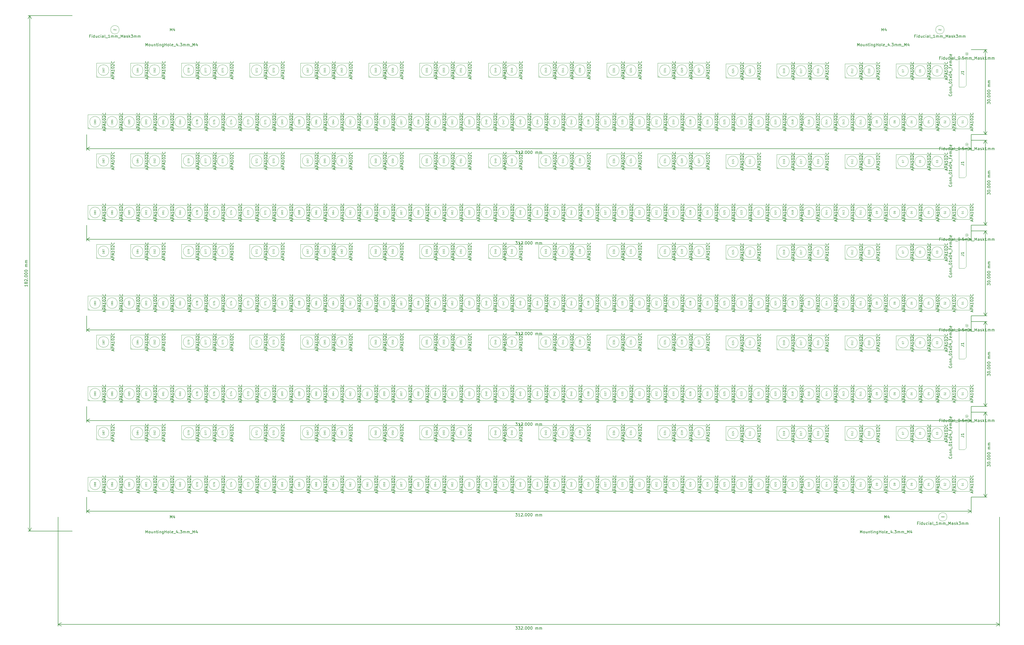
<source format=gbr>
G04 #@! TF.GenerationSoftware,KiCad,Pcbnew,(5.1.5)-3*
G04 #@! TF.CreationDate,2020-04-10T18:57:11+09:00*
G04 #@! TF.ProjectId,APA102_MENZUKE5,41504131-3032-45f4-9d45-4e5a554b4535,rev?*
G04 #@! TF.SameCoordinates,Original*
G04 #@! TF.FileFunction,Other,Fab,Top*
%FSLAX46Y46*%
G04 Gerber Fmt 4.6, Leading zero omitted, Abs format (unit mm)*
G04 Created by KiCad (PCBNEW (5.1.5)-3) date 2020-04-10 18:57:11*
%MOMM*%
%LPD*%
G04 APERTURE LIST*
%ADD10C,0.150000*%
%ADD11C,0.100000*%
%ADD12C,0.060000*%
%ADD13C,0.040000*%
G04 APERTURE END LIST*
D10*
X29152380Y-123047619D02*
X29152380Y-123619047D01*
X29152380Y-123333333D02*
X28152380Y-123333333D01*
X28295238Y-123428571D01*
X28390476Y-123523809D01*
X28438095Y-123619047D01*
X28580952Y-122476190D02*
X28533333Y-122571428D01*
X28485714Y-122619047D01*
X28390476Y-122666666D01*
X28342857Y-122666666D01*
X28247619Y-122619047D01*
X28200000Y-122571428D01*
X28152380Y-122476190D01*
X28152380Y-122285714D01*
X28200000Y-122190476D01*
X28247619Y-122142857D01*
X28342857Y-122095238D01*
X28390476Y-122095238D01*
X28485714Y-122142857D01*
X28533333Y-122190476D01*
X28580952Y-122285714D01*
X28580952Y-122476190D01*
X28628571Y-122571428D01*
X28676190Y-122619047D01*
X28771428Y-122666666D01*
X28961904Y-122666666D01*
X29057142Y-122619047D01*
X29104761Y-122571428D01*
X29152380Y-122476190D01*
X29152380Y-122285714D01*
X29104761Y-122190476D01*
X29057142Y-122142857D01*
X28961904Y-122095238D01*
X28771428Y-122095238D01*
X28676190Y-122142857D01*
X28628571Y-122190476D01*
X28580952Y-122285714D01*
X28247619Y-121714285D02*
X28200000Y-121666666D01*
X28152380Y-121571428D01*
X28152380Y-121333333D01*
X28200000Y-121238095D01*
X28247619Y-121190476D01*
X28342857Y-121142857D01*
X28438095Y-121142857D01*
X28580952Y-121190476D01*
X29152380Y-121761904D01*
X29152380Y-121142857D01*
X29057142Y-120714285D02*
X29104761Y-120666666D01*
X29152380Y-120714285D01*
X29104761Y-120761904D01*
X29057142Y-120714285D01*
X29152380Y-120714285D01*
X28152380Y-120047619D02*
X28152380Y-119952380D01*
X28200000Y-119857142D01*
X28247619Y-119809523D01*
X28342857Y-119761904D01*
X28533333Y-119714285D01*
X28771428Y-119714285D01*
X28961904Y-119761904D01*
X29057142Y-119809523D01*
X29104761Y-119857142D01*
X29152380Y-119952380D01*
X29152380Y-120047619D01*
X29104761Y-120142857D01*
X29057142Y-120190476D01*
X28961904Y-120238095D01*
X28771428Y-120285714D01*
X28533333Y-120285714D01*
X28342857Y-120238095D01*
X28247619Y-120190476D01*
X28200000Y-120142857D01*
X28152380Y-120047619D01*
X28152380Y-119095238D02*
X28152380Y-119000000D01*
X28200000Y-118904761D01*
X28247619Y-118857142D01*
X28342857Y-118809523D01*
X28533333Y-118761904D01*
X28771428Y-118761904D01*
X28961904Y-118809523D01*
X29057142Y-118857142D01*
X29104761Y-118904761D01*
X29152380Y-119000000D01*
X29152380Y-119095238D01*
X29104761Y-119190476D01*
X29057142Y-119238095D01*
X28961904Y-119285714D01*
X28771428Y-119333333D01*
X28533333Y-119333333D01*
X28342857Y-119285714D01*
X28247619Y-119238095D01*
X28200000Y-119190476D01*
X28152380Y-119095238D01*
X28152380Y-118142857D02*
X28152380Y-118047619D01*
X28200000Y-117952380D01*
X28247619Y-117904761D01*
X28342857Y-117857142D01*
X28533333Y-117809523D01*
X28771428Y-117809523D01*
X28961904Y-117857142D01*
X29057142Y-117904761D01*
X29104761Y-117952380D01*
X29152380Y-118047619D01*
X29152380Y-118142857D01*
X29104761Y-118238095D01*
X29057142Y-118285714D01*
X28961904Y-118333333D01*
X28771428Y-118380952D01*
X28533333Y-118380952D01*
X28342857Y-118333333D01*
X28247619Y-118285714D01*
X28200000Y-118238095D01*
X28152380Y-118142857D01*
X29152380Y-116619047D02*
X28485714Y-116619047D01*
X28580952Y-116619047D02*
X28533333Y-116571428D01*
X28485714Y-116476190D01*
X28485714Y-116333333D01*
X28533333Y-116238095D01*
X28628571Y-116190476D01*
X29152380Y-116190476D01*
X28628571Y-116190476D02*
X28533333Y-116142857D01*
X28485714Y-116047619D01*
X28485714Y-115904761D01*
X28533333Y-115809523D01*
X28628571Y-115761904D01*
X29152380Y-115761904D01*
X29152380Y-115285714D02*
X28485714Y-115285714D01*
X28580952Y-115285714D02*
X28533333Y-115238095D01*
X28485714Y-115142857D01*
X28485714Y-115000000D01*
X28533333Y-114904761D01*
X28628571Y-114857142D01*
X29152380Y-114857142D01*
X28628571Y-114857142D02*
X28533333Y-114809523D01*
X28485714Y-114714285D01*
X28485714Y-114571428D01*
X28533333Y-114476190D01*
X28628571Y-114428571D01*
X29152380Y-114428571D01*
X30000000Y-210000000D02*
X30000000Y-28000000D01*
X45000000Y-210000000D02*
X29413579Y-210000000D01*
X45000000Y-28000000D02*
X29413579Y-28000000D01*
X30000000Y-28000000D02*
X30586421Y-29126504D01*
X30000000Y-28000000D02*
X29413579Y-29126504D01*
X30000000Y-210000000D02*
X30586421Y-208873496D01*
X30000000Y-210000000D02*
X29413579Y-208873496D01*
X201333333Y-243752380D02*
X201952380Y-243752380D01*
X201619047Y-244133333D01*
X201761904Y-244133333D01*
X201857142Y-244180952D01*
X201904761Y-244228571D01*
X201952380Y-244323809D01*
X201952380Y-244561904D01*
X201904761Y-244657142D01*
X201857142Y-244704761D01*
X201761904Y-244752380D01*
X201476190Y-244752380D01*
X201380952Y-244704761D01*
X201333333Y-244657142D01*
X202285714Y-243752380D02*
X202904761Y-243752380D01*
X202571428Y-244133333D01*
X202714285Y-244133333D01*
X202809523Y-244180952D01*
X202857142Y-244228571D01*
X202904761Y-244323809D01*
X202904761Y-244561904D01*
X202857142Y-244657142D01*
X202809523Y-244704761D01*
X202714285Y-244752380D01*
X202428571Y-244752380D01*
X202333333Y-244704761D01*
X202285714Y-244657142D01*
X203285714Y-243847619D02*
X203333333Y-243800000D01*
X203428571Y-243752380D01*
X203666666Y-243752380D01*
X203761904Y-243800000D01*
X203809523Y-243847619D01*
X203857142Y-243942857D01*
X203857142Y-244038095D01*
X203809523Y-244180952D01*
X203238095Y-244752380D01*
X203857142Y-244752380D01*
X204285714Y-244657142D02*
X204333333Y-244704761D01*
X204285714Y-244752380D01*
X204238095Y-244704761D01*
X204285714Y-244657142D01*
X204285714Y-244752380D01*
X204952380Y-243752380D02*
X205047619Y-243752380D01*
X205142857Y-243800000D01*
X205190476Y-243847619D01*
X205238095Y-243942857D01*
X205285714Y-244133333D01*
X205285714Y-244371428D01*
X205238095Y-244561904D01*
X205190476Y-244657142D01*
X205142857Y-244704761D01*
X205047619Y-244752380D01*
X204952380Y-244752380D01*
X204857142Y-244704761D01*
X204809523Y-244657142D01*
X204761904Y-244561904D01*
X204714285Y-244371428D01*
X204714285Y-244133333D01*
X204761904Y-243942857D01*
X204809523Y-243847619D01*
X204857142Y-243800000D01*
X204952380Y-243752380D01*
X205904761Y-243752380D02*
X206000000Y-243752380D01*
X206095238Y-243800000D01*
X206142857Y-243847619D01*
X206190476Y-243942857D01*
X206238095Y-244133333D01*
X206238095Y-244371428D01*
X206190476Y-244561904D01*
X206142857Y-244657142D01*
X206095238Y-244704761D01*
X206000000Y-244752380D01*
X205904761Y-244752380D01*
X205809523Y-244704761D01*
X205761904Y-244657142D01*
X205714285Y-244561904D01*
X205666666Y-244371428D01*
X205666666Y-244133333D01*
X205714285Y-243942857D01*
X205761904Y-243847619D01*
X205809523Y-243800000D01*
X205904761Y-243752380D01*
X206857142Y-243752380D02*
X206952380Y-243752380D01*
X207047619Y-243800000D01*
X207095238Y-243847619D01*
X207142857Y-243942857D01*
X207190476Y-244133333D01*
X207190476Y-244371428D01*
X207142857Y-244561904D01*
X207095238Y-244657142D01*
X207047619Y-244704761D01*
X206952380Y-244752380D01*
X206857142Y-244752380D01*
X206761904Y-244704761D01*
X206714285Y-244657142D01*
X206666666Y-244561904D01*
X206619047Y-244371428D01*
X206619047Y-244133333D01*
X206666666Y-243942857D01*
X206714285Y-243847619D01*
X206761904Y-243800000D01*
X206857142Y-243752380D01*
X208380952Y-244752380D02*
X208380952Y-244085714D01*
X208380952Y-244180952D02*
X208428571Y-244133333D01*
X208523809Y-244085714D01*
X208666666Y-244085714D01*
X208761904Y-244133333D01*
X208809523Y-244228571D01*
X208809523Y-244752380D01*
X208809523Y-244228571D02*
X208857142Y-244133333D01*
X208952380Y-244085714D01*
X209095238Y-244085714D01*
X209190476Y-244133333D01*
X209238095Y-244228571D01*
X209238095Y-244752380D01*
X209714285Y-244752380D02*
X209714285Y-244085714D01*
X209714285Y-244180952D02*
X209761904Y-244133333D01*
X209857142Y-244085714D01*
X210000000Y-244085714D01*
X210095238Y-244133333D01*
X210142857Y-244228571D01*
X210142857Y-244752380D01*
X210142857Y-244228571D02*
X210190476Y-244133333D01*
X210285714Y-244085714D01*
X210428571Y-244085714D01*
X210523809Y-244133333D01*
X210571428Y-244228571D01*
X210571428Y-244752380D01*
X372000000Y-243000000D02*
X40000000Y-243000000D01*
X372000000Y-205000000D02*
X372000000Y-243586421D01*
X40000000Y-205000000D02*
X40000000Y-243586421D01*
X40000000Y-243000000D02*
X41126504Y-242413579D01*
X40000000Y-243000000D02*
X41126504Y-243586421D01*
X372000000Y-243000000D02*
X370873496Y-242413579D01*
X372000000Y-243000000D02*
X370873496Y-243586421D01*
X201333333Y-203752380D02*
X201952380Y-203752380D01*
X201619047Y-204133333D01*
X201761904Y-204133333D01*
X201857142Y-204180952D01*
X201904761Y-204228571D01*
X201952380Y-204323809D01*
X201952380Y-204561904D01*
X201904761Y-204657142D01*
X201857142Y-204704761D01*
X201761904Y-204752380D01*
X201476190Y-204752380D01*
X201380952Y-204704761D01*
X201333333Y-204657142D01*
X202904761Y-204752380D02*
X202333333Y-204752380D01*
X202619047Y-204752380D02*
X202619047Y-203752380D01*
X202523809Y-203895238D01*
X202428571Y-203990476D01*
X202333333Y-204038095D01*
X203285714Y-203847619D02*
X203333333Y-203800000D01*
X203428571Y-203752380D01*
X203666666Y-203752380D01*
X203761904Y-203800000D01*
X203809523Y-203847619D01*
X203857142Y-203942857D01*
X203857142Y-204038095D01*
X203809523Y-204180952D01*
X203238095Y-204752380D01*
X203857142Y-204752380D01*
X204285714Y-204657142D02*
X204333333Y-204704761D01*
X204285714Y-204752380D01*
X204238095Y-204704761D01*
X204285714Y-204657142D01*
X204285714Y-204752380D01*
X204952380Y-203752380D02*
X205047619Y-203752380D01*
X205142857Y-203800000D01*
X205190476Y-203847619D01*
X205238095Y-203942857D01*
X205285714Y-204133333D01*
X205285714Y-204371428D01*
X205238095Y-204561904D01*
X205190476Y-204657142D01*
X205142857Y-204704761D01*
X205047619Y-204752380D01*
X204952380Y-204752380D01*
X204857142Y-204704761D01*
X204809523Y-204657142D01*
X204761904Y-204561904D01*
X204714285Y-204371428D01*
X204714285Y-204133333D01*
X204761904Y-203942857D01*
X204809523Y-203847619D01*
X204857142Y-203800000D01*
X204952380Y-203752380D01*
X205904761Y-203752380D02*
X206000000Y-203752380D01*
X206095238Y-203800000D01*
X206142857Y-203847619D01*
X206190476Y-203942857D01*
X206238095Y-204133333D01*
X206238095Y-204371428D01*
X206190476Y-204561904D01*
X206142857Y-204657142D01*
X206095238Y-204704761D01*
X206000000Y-204752380D01*
X205904761Y-204752380D01*
X205809523Y-204704761D01*
X205761904Y-204657142D01*
X205714285Y-204561904D01*
X205666666Y-204371428D01*
X205666666Y-204133333D01*
X205714285Y-203942857D01*
X205761904Y-203847619D01*
X205809523Y-203800000D01*
X205904761Y-203752380D01*
X206857142Y-203752380D02*
X206952380Y-203752380D01*
X207047619Y-203800000D01*
X207095238Y-203847619D01*
X207142857Y-203942857D01*
X207190476Y-204133333D01*
X207190476Y-204371428D01*
X207142857Y-204561904D01*
X207095238Y-204657142D01*
X207047619Y-204704761D01*
X206952380Y-204752380D01*
X206857142Y-204752380D01*
X206761904Y-204704761D01*
X206714285Y-204657142D01*
X206666666Y-204561904D01*
X206619047Y-204371428D01*
X206619047Y-204133333D01*
X206666666Y-203942857D01*
X206714285Y-203847619D01*
X206761904Y-203800000D01*
X206857142Y-203752380D01*
X208380952Y-204752380D02*
X208380952Y-204085714D01*
X208380952Y-204180952D02*
X208428571Y-204133333D01*
X208523809Y-204085714D01*
X208666666Y-204085714D01*
X208761904Y-204133333D01*
X208809523Y-204228571D01*
X208809523Y-204752380D01*
X208809523Y-204228571D02*
X208857142Y-204133333D01*
X208952380Y-204085714D01*
X209095238Y-204085714D01*
X209190476Y-204133333D01*
X209238095Y-204228571D01*
X209238095Y-204752380D01*
X209714285Y-204752380D02*
X209714285Y-204085714D01*
X209714285Y-204180952D02*
X209761904Y-204133333D01*
X209857142Y-204085714D01*
X210000000Y-204085714D01*
X210095238Y-204133333D01*
X210142857Y-204228571D01*
X210142857Y-204752380D01*
X210142857Y-204228571D02*
X210190476Y-204133333D01*
X210285714Y-204085714D01*
X210428571Y-204085714D01*
X210523809Y-204133333D01*
X210571428Y-204228571D01*
X210571428Y-204752380D01*
X50000000Y-203000000D02*
X362000000Y-203000000D01*
X50000000Y-198000000D02*
X50000000Y-203586421D01*
X362000000Y-198000000D02*
X362000000Y-203586421D01*
X362000000Y-203000000D02*
X360873496Y-203586421D01*
X362000000Y-203000000D02*
X360873496Y-202413579D01*
X50000000Y-203000000D02*
X51126504Y-203586421D01*
X50000000Y-203000000D02*
X51126504Y-202413579D01*
X201333333Y-171752380D02*
X201952380Y-171752380D01*
X201619047Y-172133333D01*
X201761904Y-172133333D01*
X201857142Y-172180952D01*
X201904761Y-172228571D01*
X201952380Y-172323809D01*
X201952380Y-172561904D01*
X201904761Y-172657142D01*
X201857142Y-172704761D01*
X201761904Y-172752380D01*
X201476190Y-172752380D01*
X201380952Y-172704761D01*
X201333333Y-172657142D01*
X202904761Y-172752380D02*
X202333333Y-172752380D01*
X202619047Y-172752380D02*
X202619047Y-171752380D01*
X202523809Y-171895238D01*
X202428571Y-171990476D01*
X202333333Y-172038095D01*
X203285714Y-171847619D02*
X203333333Y-171800000D01*
X203428571Y-171752380D01*
X203666666Y-171752380D01*
X203761904Y-171800000D01*
X203809523Y-171847619D01*
X203857142Y-171942857D01*
X203857142Y-172038095D01*
X203809523Y-172180952D01*
X203238095Y-172752380D01*
X203857142Y-172752380D01*
X204285714Y-172657142D02*
X204333333Y-172704761D01*
X204285714Y-172752380D01*
X204238095Y-172704761D01*
X204285714Y-172657142D01*
X204285714Y-172752380D01*
X204952380Y-171752380D02*
X205047619Y-171752380D01*
X205142857Y-171800000D01*
X205190476Y-171847619D01*
X205238095Y-171942857D01*
X205285714Y-172133333D01*
X205285714Y-172371428D01*
X205238095Y-172561904D01*
X205190476Y-172657142D01*
X205142857Y-172704761D01*
X205047619Y-172752380D01*
X204952380Y-172752380D01*
X204857142Y-172704761D01*
X204809523Y-172657142D01*
X204761904Y-172561904D01*
X204714285Y-172371428D01*
X204714285Y-172133333D01*
X204761904Y-171942857D01*
X204809523Y-171847619D01*
X204857142Y-171800000D01*
X204952380Y-171752380D01*
X205904761Y-171752380D02*
X206000000Y-171752380D01*
X206095238Y-171800000D01*
X206142857Y-171847619D01*
X206190476Y-171942857D01*
X206238095Y-172133333D01*
X206238095Y-172371428D01*
X206190476Y-172561904D01*
X206142857Y-172657142D01*
X206095238Y-172704761D01*
X206000000Y-172752380D01*
X205904761Y-172752380D01*
X205809523Y-172704761D01*
X205761904Y-172657142D01*
X205714285Y-172561904D01*
X205666666Y-172371428D01*
X205666666Y-172133333D01*
X205714285Y-171942857D01*
X205761904Y-171847619D01*
X205809523Y-171800000D01*
X205904761Y-171752380D01*
X206857142Y-171752380D02*
X206952380Y-171752380D01*
X207047619Y-171800000D01*
X207095238Y-171847619D01*
X207142857Y-171942857D01*
X207190476Y-172133333D01*
X207190476Y-172371428D01*
X207142857Y-172561904D01*
X207095238Y-172657142D01*
X207047619Y-172704761D01*
X206952380Y-172752380D01*
X206857142Y-172752380D01*
X206761904Y-172704761D01*
X206714285Y-172657142D01*
X206666666Y-172561904D01*
X206619047Y-172371428D01*
X206619047Y-172133333D01*
X206666666Y-171942857D01*
X206714285Y-171847619D01*
X206761904Y-171800000D01*
X206857142Y-171752380D01*
X208380952Y-172752380D02*
X208380952Y-172085714D01*
X208380952Y-172180952D02*
X208428571Y-172133333D01*
X208523809Y-172085714D01*
X208666666Y-172085714D01*
X208761904Y-172133333D01*
X208809523Y-172228571D01*
X208809523Y-172752380D01*
X208809523Y-172228571D02*
X208857142Y-172133333D01*
X208952380Y-172085714D01*
X209095238Y-172085714D01*
X209190476Y-172133333D01*
X209238095Y-172228571D01*
X209238095Y-172752380D01*
X209714285Y-172752380D02*
X209714285Y-172085714D01*
X209714285Y-172180952D02*
X209761904Y-172133333D01*
X209857142Y-172085714D01*
X210000000Y-172085714D01*
X210095238Y-172133333D01*
X210142857Y-172228571D01*
X210142857Y-172752380D01*
X210142857Y-172228571D02*
X210190476Y-172133333D01*
X210285714Y-172085714D01*
X210428571Y-172085714D01*
X210523809Y-172133333D01*
X210571428Y-172228571D01*
X210571428Y-172752380D01*
X50000000Y-171000000D02*
X362000000Y-171000000D01*
X50000000Y-166000000D02*
X50000000Y-171586421D01*
X362000000Y-166000000D02*
X362000000Y-171586421D01*
X362000000Y-171000000D02*
X360873496Y-171586421D01*
X362000000Y-171000000D02*
X360873496Y-170413579D01*
X50000000Y-171000000D02*
X51126504Y-171586421D01*
X50000000Y-171000000D02*
X51126504Y-170413579D01*
X201333333Y-139752380D02*
X201952380Y-139752380D01*
X201619047Y-140133333D01*
X201761904Y-140133333D01*
X201857142Y-140180952D01*
X201904761Y-140228571D01*
X201952380Y-140323809D01*
X201952380Y-140561904D01*
X201904761Y-140657142D01*
X201857142Y-140704761D01*
X201761904Y-140752380D01*
X201476190Y-140752380D01*
X201380952Y-140704761D01*
X201333333Y-140657142D01*
X202904761Y-140752380D02*
X202333333Y-140752380D01*
X202619047Y-140752380D02*
X202619047Y-139752380D01*
X202523809Y-139895238D01*
X202428571Y-139990476D01*
X202333333Y-140038095D01*
X203285714Y-139847619D02*
X203333333Y-139800000D01*
X203428571Y-139752380D01*
X203666666Y-139752380D01*
X203761904Y-139800000D01*
X203809523Y-139847619D01*
X203857142Y-139942857D01*
X203857142Y-140038095D01*
X203809523Y-140180952D01*
X203238095Y-140752380D01*
X203857142Y-140752380D01*
X204285714Y-140657142D02*
X204333333Y-140704761D01*
X204285714Y-140752380D01*
X204238095Y-140704761D01*
X204285714Y-140657142D01*
X204285714Y-140752380D01*
X204952380Y-139752380D02*
X205047619Y-139752380D01*
X205142857Y-139800000D01*
X205190476Y-139847619D01*
X205238095Y-139942857D01*
X205285714Y-140133333D01*
X205285714Y-140371428D01*
X205238095Y-140561904D01*
X205190476Y-140657142D01*
X205142857Y-140704761D01*
X205047619Y-140752380D01*
X204952380Y-140752380D01*
X204857142Y-140704761D01*
X204809523Y-140657142D01*
X204761904Y-140561904D01*
X204714285Y-140371428D01*
X204714285Y-140133333D01*
X204761904Y-139942857D01*
X204809523Y-139847619D01*
X204857142Y-139800000D01*
X204952380Y-139752380D01*
X205904761Y-139752380D02*
X206000000Y-139752380D01*
X206095238Y-139800000D01*
X206142857Y-139847619D01*
X206190476Y-139942857D01*
X206238095Y-140133333D01*
X206238095Y-140371428D01*
X206190476Y-140561904D01*
X206142857Y-140657142D01*
X206095238Y-140704761D01*
X206000000Y-140752380D01*
X205904761Y-140752380D01*
X205809523Y-140704761D01*
X205761904Y-140657142D01*
X205714285Y-140561904D01*
X205666666Y-140371428D01*
X205666666Y-140133333D01*
X205714285Y-139942857D01*
X205761904Y-139847619D01*
X205809523Y-139800000D01*
X205904761Y-139752380D01*
X206857142Y-139752380D02*
X206952380Y-139752380D01*
X207047619Y-139800000D01*
X207095238Y-139847619D01*
X207142857Y-139942857D01*
X207190476Y-140133333D01*
X207190476Y-140371428D01*
X207142857Y-140561904D01*
X207095238Y-140657142D01*
X207047619Y-140704761D01*
X206952380Y-140752380D01*
X206857142Y-140752380D01*
X206761904Y-140704761D01*
X206714285Y-140657142D01*
X206666666Y-140561904D01*
X206619047Y-140371428D01*
X206619047Y-140133333D01*
X206666666Y-139942857D01*
X206714285Y-139847619D01*
X206761904Y-139800000D01*
X206857142Y-139752380D01*
X208380952Y-140752380D02*
X208380952Y-140085714D01*
X208380952Y-140180952D02*
X208428571Y-140133333D01*
X208523809Y-140085714D01*
X208666666Y-140085714D01*
X208761904Y-140133333D01*
X208809523Y-140228571D01*
X208809523Y-140752380D01*
X208809523Y-140228571D02*
X208857142Y-140133333D01*
X208952380Y-140085714D01*
X209095238Y-140085714D01*
X209190476Y-140133333D01*
X209238095Y-140228571D01*
X209238095Y-140752380D01*
X209714285Y-140752380D02*
X209714285Y-140085714D01*
X209714285Y-140180952D02*
X209761904Y-140133333D01*
X209857142Y-140085714D01*
X210000000Y-140085714D01*
X210095238Y-140133333D01*
X210142857Y-140228571D01*
X210142857Y-140752380D01*
X210142857Y-140228571D02*
X210190476Y-140133333D01*
X210285714Y-140085714D01*
X210428571Y-140085714D01*
X210523809Y-140133333D01*
X210571428Y-140228571D01*
X210571428Y-140752380D01*
X50000000Y-139000000D02*
X362000000Y-139000000D01*
X50000000Y-134000000D02*
X50000000Y-139586421D01*
X362000000Y-134000000D02*
X362000000Y-139586421D01*
X362000000Y-139000000D02*
X360873496Y-139586421D01*
X362000000Y-139000000D02*
X360873496Y-138413579D01*
X50000000Y-139000000D02*
X51126504Y-139586421D01*
X50000000Y-139000000D02*
X51126504Y-138413579D01*
X201333333Y-107752380D02*
X201952380Y-107752380D01*
X201619047Y-108133333D01*
X201761904Y-108133333D01*
X201857142Y-108180952D01*
X201904761Y-108228571D01*
X201952380Y-108323809D01*
X201952380Y-108561904D01*
X201904761Y-108657142D01*
X201857142Y-108704761D01*
X201761904Y-108752380D01*
X201476190Y-108752380D01*
X201380952Y-108704761D01*
X201333333Y-108657142D01*
X202904761Y-108752380D02*
X202333333Y-108752380D01*
X202619047Y-108752380D02*
X202619047Y-107752380D01*
X202523809Y-107895238D01*
X202428571Y-107990476D01*
X202333333Y-108038095D01*
X203285714Y-107847619D02*
X203333333Y-107800000D01*
X203428571Y-107752380D01*
X203666666Y-107752380D01*
X203761904Y-107800000D01*
X203809523Y-107847619D01*
X203857142Y-107942857D01*
X203857142Y-108038095D01*
X203809523Y-108180952D01*
X203238095Y-108752380D01*
X203857142Y-108752380D01*
X204285714Y-108657142D02*
X204333333Y-108704761D01*
X204285714Y-108752380D01*
X204238095Y-108704761D01*
X204285714Y-108657142D01*
X204285714Y-108752380D01*
X204952380Y-107752380D02*
X205047619Y-107752380D01*
X205142857Y-107800000D01*
X205190476Y-107847619D01*
X205238095Y-107942857D01*
X205285714Y-108133333D01*
X205285714Y-108371428D01*
X205238095Y-108561904D01*
X205190476Y-108657142D01*
X205142857Y-108704761D01*
X205047619Y-108752380D01*
X204952380Y-108752380D01*
X204857142Y-108704761D01*
X204809523Y-108657142D01*
X204761904Y-108561904D01*
X204714285Y-108371428D01*
X204714285Y-108133333D01*
X204761904Y-107942857D01*
X204809523Y-107847619D01*
X204857142Y-107800000D01*
X204952380Y-107752380D01*
X205904761Y-107752380D02*
X206000000Y-107752380D01*
X206095238Y-107800000D01*
X206142857Y-107847619D01*
X206190476Y-107942857D01*
X206238095Y-108133333D01*
X206238095Y-108371428D01*
X206190476Y-108561904D01*
X206142857Y-108657142D01*
X206095238Y-108704761D01*
X206000000Y-108752380D01*
X205904761Y-108752380D01*
X205809523Y-108704761D01*
X205761904Y-108657142D01*
X205714285Y-108561904D01*
X205666666Y-108371428D01*
X205666666Y-108133333D01*
X205714285Y-107942857D01*
X205761904Y-107847619D01*
X205809523Y-107800000D01*
X205904761Y-107752380D01*
X206857142Y-107752380D02*
X206952380Y-107752380D01*
X207047619Y-107800000D01*
X207095238Y-107847619D01*
X207142857Y-107942857D01*
X207190476Y-108133333D01*
X207190476Y-108371428D01*
X207142857Y-108561904D01*
X207095238Y-108657142D01*
X207047619Y-108704761D01*
X206952380Y-108752380D01*
X206857142Y-108752380D01*
X206761904Y-108704761D01*
X206714285Y-108657142D01*
X206666666Y-108561904D01*
X206619047Y-108371428D01*
X206619047Y-108133333D01*
X206666666Y-107942857D01*
X206714285Y-107847619D01*
X206761904Y-107800000D01*
X206857142Y-107752380D01*
X208380952Y-108752380D02*
X208380952Y-108085714D01*
X208380952Y-108180952D02*
X208428571Y-108133333D01*
X208523809Y-108085714D01*
X208666666Y-108085714D01*
X208761904Y-108133333D01*
X208809523Y-108228571D01*
X208809523Y-108752380D01*
X208809523Y-108228571D02*
X208857142Y-108133333D01*
X208952380Y-108085714D01*
X209095238Y-108085714D01*
X209190476Y-108133333D01*
X209238095Y-108228571D01*
X209238095Y-108752380D01*
X209714285Y-108752380D02*
X209714285Y-108085714D01*
X209714285Y-108180952D02*
X209761904Y-108133333D01*
X209857142Y-108085714D01*
X210000000Y-108085714D01*
X210095238Y-108133333D01*
X210142857Y-108228571D01*
X210142857Y-108752380D01*
X210142857Y-108228571D02*
X210190476Y-108133333D01*
X210285714Y-108085714D01*
X210428571Y-108085714D01*
X210523809Y-108133333D01*
X210571428Y-108228571D01*
X210571428Y-108752380D01*
X50000000Y-107000000D02*
X362000000Y-107000000D01*
X50000000Y-102000000D02*
X50000000Y-107586421D01*
X362000000Y-102000000D02*
X362000000Y-107586421D01*
X362000000Y-107000000D02*
X360873496Y-107586421D01*
X362000000Y-107000000D02*
X360873496Y-106413579D01*
X50000000Y-107000000D02*
X51126504Y-107586421D01*
X50000000Y-107000000D02*
X51126504Y-106413579D01*
X367752380Y-187190476D02*
X367752380Y-186571428D01*
X368133333Y-186904761D01*
X368133333Y-186761904D01*
X368180952Y-186666666D01*
X368228571Y-186619047D01*
X368323809Y-186571428D01*
X368561904Y-186571428D01*
X368657142Y-186619047D01*
X368704761Y-186666666D01*
X368752380Y-186761904D01*
X368752380Y-187047619D01*
X368704761Y-187142857D01*
X368657142Y-187190476D01*
X367752380Y-185952380D02*
X367752380Y-185857142D01*
X367800000Y-185761904D01*
X367847619Y-185714285D01*
X367942857Y-185666666D01*
X368133333Y-185619047D01*
X368371428Y-185619047D01*
X368561904Y-185666666D01*
X368657142Y-185714285D01*
X368704761Y-185761904D01*
X368752380Y-185857142D01*
X368752380Y-185952380D01*
X368704761Y-186047619D01*
X368657142Y-186095238D01*
X368561904Y-186142857D01*
X368371428Y-186190476D01*
X368133333Y-186190476D01*
X367942857Y-186142857D01*
X367847619Y-186095238D01*
X367800000Y-186047619D01*
X367752380Y-185952380D01*
X368657142Y-185190476D02*
X368704761Y-185142857D01*
X368752380Y-185190476D01*
X368704761Y-185238095D01*
X368657142Y-185190476D01*
X368752380Y-185190476D01*
X367752380Y-184523809D02*
X367752380Y-184428571D01*
X367800000Y-184333333D01*
X367847619Y-184285714D01*
X367942857Y-184238095D01*
X368133333Y-184190476D01*
X368371428Y-184190476D01*
X368561904Y-184238095D01*
X368657142Y-184285714D01*
X368704761Y-184333333D01*
X368752380Y-184428571D01*
X368752380Y-184523809D01*
X368704761Y-184619047D01*
X368657142Y-184666666D01*
X368561904Y-184714285D01*
X368371428Y-184761904D01*
X368133333Y-184761904D01*
X367942857Y-184714285D01*
X367847619Y-184666666D01*
X367800000Y-184619047D01*
X367752380Y-184523809D01*
X367752380Y-183571428D02*
X367752380Y-183476190D01*
X367800000Y-183380952D01*
X367847619Y-183333333D01*
X367942857Y-183285714D01*
X368133333Y-183238095D01*
X368371428Y-183238095D01*
X368561904Y-183285714D01*
X368657142Y-183333333D01*
X368704761Y-183380952D01*
X368752380Y-183476190D01*
X368752380Y-183571428D01*
X368704761Y-183666666D01*
X368657142Y-183714285D01*
X368561904Y-183761904D01*
X368371428Y-183809523D01*
X368133333Y-183809523D01*
X367942857Y-183761904D01*
X367847619Y-183714285D01*
X367800000Y-183666666D01*
X367752380Y-183571428D01*
X367752380Y-182619047D02*
X367752380Y-182523809D01*
X367800000Y-182428571D01*
X367847619Y-182380952D01*
X367942857Y-182333333D01*
X368133333Y-182285714D01*
X368371428Y-182285714D01*
X368561904Y-182333333D01*
X368657142Y-182380952D01*
X368704761Y-182428571D01*
X368752380Y-182523809D01*
X368752380Y-182619047D01*
X368704761Y-182714285D01*
X368657142Y-182761904D01*
X368561904Y-182809523D01*
X368371428Y-182857142D01*
X368133333Y-182857142D01*
X367942857Y-182809523D01*
X367847619Y-182761904D01*
X367800000Y-182714285D01*
X367752380Y-182619047D01*
X368752380Y-181095238D02*
X368085714Y-181095238D01*
X368180952Y-181095238D02*
X368133333Y-181047619D01*
X368085714Y-180952380D01*
X368085714Y-180809523D01*
X368133333Y-180714285D01*
X368228571Y-180666666D01*
X368752380Y-180666666D01*
X368228571Y-180666666D02*
X368133333Y-180619047D01*
X368085714Y-180523809D01*
X368085714Y-180380952D01*
X368133333Y-180285714D01*
X368228571Y-180238095D01*
X368752380Y-180238095D01*
X368752380Y-179761904D02*
X368085714Y-179761904D01*
X368180952Y-179761904D02*
X368133333Y-179714285D01*
X368085714Y-179619047D01*
X368085714Y-179476190D01*
X368133333Y-179380952D01*
X368228571Y-179333333D01*
X368752380Y-179333333D01*
X368228571Y-179333333D02*
X368133333Y-179285714D01*
X368085714Y-179190476D01*
X368085714Y-179047619D01*
X368133333Y-178952380D01*
X368228571Y-178904761D01*
X368752380Y-178904761D01*
X367000000Y-198000000D02*
X367000000Y-168000000D01*
X362000000Y-198000000D02*
X367586421Y-198000000D01*
X362000000Y-168000000D02*
X367586421Y-168000000D01*
X367000000Y-168000000D02*
X367586421Y-169126504D01*
X367000000Y-168000000D02*
X366413579Y-169126504D01*
X367000000Y-198000000D02*
X367586421Y-196873496D01*
X367000000Y-198000000D02*
X366413579Y-196873496D01*
X367752380Y-155190476D02*
X367752380Y-154571428D01*
X368133333Y-154904761D01*
X368133333Y-154761904D01*
X368180952Y-154666666D01*
X368228571Y-154619047D01*
X368323809Y-154571428D01*
X368561904Y-154571428D01*
X368657142Y-154619047D01*
X368704761Y-154666666D01*
X368752380Y-154761904D01*
X368752380Y-155047619D01*
X368704761Y-155142857D01*
X368657142Y-155190476D01*
X367752380Y-153952380D02*
X367752380Y-153857142D01*
X367800000Y-153761904D01*
X367847619Y-153714285D01*
X367942857Y-153666666D01*
X368133333Y-153619047D01*
X368371428Y-153619047D01*
X368561904Y-153666666D01*
X368657142Y-153714285D01*
X368704761Y-153761904D01*
X368752380Y-153857142D01*
X368752380Y-153952380D01*
X368704761Y-154047619D01*
X368657142Y-154095238D01*
X368561904Y-154142857D01*
X368371428Y-154190476D01*
X368133333Y-154190476D01*
X367942857Y-154142857D01*
X367847619Y-154095238D01*
X367800000Y-154047619D01*
X367752380Y-153952380D01*
X368657142Y-153190476D02*
X368704761Y-153142857D01*
X368752380Y-153190476D01*
X368704761Y-153238095D01*
X368657142Y-153190476D01*
X368752380Y-153190476D01*
X367752380Y-152523809D02*
X367752380Y-152428571D01*
X367800000Y-152333333D01*
X367847619Y-152285714D01*
X367942857Y-152238095D01*
X368133333Y-152190476D01*
X368371428Y-152190476D01*
X368561904Y-152238095D01*
X368657142Y-152285714D01*
X368704761Y-152333333D01*
X368752380Y-152428571D01*
X368752380Y-152523809D01*
X368704761Y-152619047D01*
X368657142Y-152666666D01*
X368561904Y-152714285D01*
X368371428Y-152761904D01*
X368133333Y-152761904D01*
X367942857Y-152714285D01*
X367847619Y-152666666D01*
X367800000Y-152619047D01*
X367752380Y-152523809D01*
X367752380Y-151571428D02*
X367752380Y-151476190D01*
X367800000Y-151380952D01*
X367847619Y-151333333D01*
X367942857Y-151285714D01*
X368133333Y-151238095D01*
X368371428Y-151238095D01*
X368561904Y-151285714D01*
X368657142Y-151333333D01*
X368704761Y-151380952D01*
X368752380Y-151476190D01*
X368752380Y-151571428D01*
X368704761Y-151666666D01*
X368657142Y-151714285D01*
X368561904Y-151761904D01*
X368371428Y-151809523D01*
X368133333Y-151809523D01*
X367942857Y-151761904D01*
X367847619Y-151714285D01*
X367800000Y-151666666D01*
X367752380Y-151571428D01*
X367752380Y-150619047D02*
X367752380Y-150523809D01*
X367800000Y-150428571D01*
X367847619Y-150380952D01*
X367942857Y-150333333D01*
X368133333Y-150285714D01*
X368371428Y-150285714D01*
X368561904Y-150333333D01*
X368657142Y-150380952D01*
X368704761Y-150428571D01*
X368752380Y-150523809D01*
X368752380Y-150619047D01*
X368704761Y-150714285D01*
X368657142Y-150761904D01*
X368561904Y-150809523D01*
X368371428Y-150857142D01*
X368133333Y-150857142D01*
X367942857Y-150809523D01*
X367847619Y-150761904D01*
X367800000Y-150714285D01*
X367752380Y-150619047D01*
X368752380Y-149095238D02*
X368085714Y-149095238D01*
X368180952Y-149095238D02*
X368133333Y-149047619D01*
X368085714Y-148952380D01*
X368085714Y-148809523D01*
X368133333Y-148714285D01*
X368228571Y-148666666D01*
X368752380Y-148666666D01*
X368228571Y-148666666D02*
X368133333Y-148619047D01*
X368085714Y-148523809D01*
X368085714Y-148380952D01*
X368133333Y-148285714D01*
X368228571Y-148238095D01*
X368752380Y-148238095D01*
X368752380Y-147761904D02*
X368085714Y-147761904D01*
X368180952Y-147761904D02*
X368133333Y-147714285D01*
X368085714Y-147619047D01*
X368085714Y-147476190D01*
X368133333Y-147380952D01*
X368228571Y-147333333D01*
X368752380Y-147333333D01*
X368228571Y-147333333D02*
X368133333Y-147285714D01*
X368085714Y-147190476D01*
X368085714Y-147047619D01*
X368133333Y-146952380D01*
X368228571Y-146904761D01*
X368752380Y-146904761D01*
X367000000Y-166000000D02*
X367000000Y-136000000D01*
X362000000Y-166000000D02*
X367586421Y-166000000D01*
X362000000Y-136000000D02*
X367586421Y-136000000D01*
X367000000Y-136000000D02*
X367586421Y-137126504D01*
X367000000Y-136000000D02*
X366413579Y-137126504D01*
X367000000Y-166000000D02*
X367586421Y-164873496D01*
X367000000Y-166000000D02*
X366413579Y-164873496D01*
X367752380Y-123190476D02*
X367752380Y-122571428D01*
X368133333Y-122904761D01*
X368133333Y-122761904D01*
X368180952Y-122666666D01*
X368228571Y-122619047D01*
X368323809Y-122571428D01*
X368561904Y-122571428D01*
X368657142Y-122619047D01*
X368704761Y-122666666D01*
X368752380Y-122761904D01*
X368752380Y-123047619D01*
X368704761Y-123142857D01*
X368657142Y-123190476D01*
X367752380Y-121952380D02*
X367752380Y-121857142D01*
X367800000Y-121761904D01*
X367847619Y-121714285D01*
X367942857Y-121666666D01*
X368133333Y-121619047D01*
X368371428Y-121619047D01*
X368561904Y-121666666D01*
X368657142Y-121714285D01*
X368704761Y-121761904D01*
X368752380Y-121857142D01*
X368752380Y-121952380D01*
X368704761Y-122047619D01*
X368657142Y-122095238D01*
X368561904Y-122142857D01*
X368371428Y-122190476D01*
X368133333Y-122190476D01*
X367942857Y-122142857D01*
X367847619Y-122095238D01*
X367800000Y-122047619D01*
X367752380Y-121952380D01*
X368657142Y-121190476D02*
X368704761Y-121142857D01*
X368752380Y-121190476D01*
X368704761Y-121238095D01*
X368657142Y-121190476D01*
X368752380Y-121190476D01*
X367752380Y-120523809D02*
X367752380Y-120428571D01*
X367800000Y-120333333D01*
X367847619Y-120285714D01*
X367942857Y-120238095D01*
X368133333Y-120190476D01*
X368371428Y-120190476D01*
X368561904Y-120238095D01*
X368657142Y-120285714D01*
X368704761Y-120333333D01*
X368752380Y-120428571D01*
X368752380Y-120523809D01*
X368704761Y-120619047D01*
X368657142Y-120666666D01*
X368561904Y-120714285D01*
X368371428Y-120761904D01*
X368133333Y-120761904D01*
X367942857Y-120714285D01*
X367847619Y-120666666D01*
X367800000Y-120619047D01*
X367752380Y-120523809D01*
X367752380Y-119571428D02*
X367752380Y-119476190D01*
X367800000Y-119380952D01*
X367847619Y-119333333D01*
X367942857Y-119285714D01*
X368133333Y-119238095D01*
X368371428Y-119238095D01*
X368561904Y-119285714D01*
X368657142Y-119333333D01*
X368704761Y-119380952D01*
X368752380Y-119476190D01*
X368752380Y-119571428D01*
X368704761Y-119666666D01*
X368657142Y-119714285D01*
X368561904Y-119761904D01*
X368371428Y-119809523D01*
X368133333Y-119809523D01*
X367942857Y-119761904D01*
X367847619Y-119714285D01*
X367800000Y-119666666D01*
X367752380Y-119571428D01*
X367752380Y-118619047D02*
X367752380Y-118523809D01*
X367800000Y-118428571D01*
X367847619Y-118380952D01*
X367942857Y-118333333D01*
X368133333Y-118285714D01*
X368371428Y-118285714D01*
X368561904Y-118333333D01*
X368657142Y-118380952D01*
X368704761Y-118428571D01*
X368752380Y-118523809D01*
X368752380Y-118619047D01*
X368704761Y-118714285D01*
X368657142Y-118761904D01*
X368561904Y-118809523D01*
X368371428Y-118857142D01*
X368133333Y-118857142D01*
X367942857Y-118809523D01*
X367847619Y-118761904D01*
X367800000Y-118714285D01*
X367752380Y-118619047D01*
X368752380Y-117095238D02*
X368085714Y-117095238D01*
X368180952Y-117095238D02*
X368133333Y-117047619D01*
X368085714Y-116952380D01*
X368085714Y-116809523D01*
X368133333Y-116714285D01*
X368228571Y-116666666D01*
X368752380Y-116666666D01*
X368228571Y-116666666D02*
X368133333Y-116619047D01*
X368085714Y-116523809D01*
X368085714Y-116380952D01*
X368133333Y-116285714D01*
X368228571Y-116238095D01*
X368752380Y-116238095D01*
X368752380Y-115761904D02*
X368085714Y-115761904D01*
X368180952Y-115761904D02*
X368133333Y-115714285D01*
X368085714Y-115619047D01*
X368085714Y-115476190D01*
X368133333Y-115380952D01*
X368228571Y-115333333D01*
X368752380Y-115333333D01*
X368228571Y-115333333D02*
X368133333Y-115285714D01*
X368085714Y-115190476D01*
X368085714Y-115047619D01*
X368133333Y-114952380D01*
X368228571Y-114904761D01*
X368752380Y-114904761D01*
X367000000Y-134000000D02*
X367000000Y-104000000D01*
X362000000Y-134000000D02*
X367586421Y-134000000D01*
X362000000Y-104000000D02*
X367586421Y-104000000D01*
X367000000Y-104000000D02*
X367586421Y-105126504D01*
X367000000Y-104000000D02*
X366413579Y-105126504D01*
X367000000Y-134000000D02*
X367586421Y-132873496D01*
X367000000Y-134000000D02*
X366413579Y-132873496D01*
X367752380Y-91190476D02*
X367752380Y-90571428D01*
X368133333Y-90904761D01*
X368133333Y-90761904D01*
X368180952Y-90666666D01*
X368228571Y-90619047D01*
X368323809Y-90571428D01*
X368561904Y-90571428D01*
X368657142Y-90619047D01*
X368704761Y-90666666D01*
X368752380Y-90761904D01*
X368752380Y-91047619D01*
X368704761Y-91142857D01*
X368657142Y-91190476D01*
X367752380Y-89952380D02*
X367752380Y-89857142D01*
X367800000Y-89761904D01*
X367847619Y-89714285D01*
X367942857Y-89666666D01*
X368133333Y-89619047D01*
X368371428Y-89619047D01*
X368561904Y-89666666D01*
X368657142Y-89714285D01*
X368704761Y-89761904D01*
X368752380Y-89857142D01*
X368752380Y-89952380D01*
X368704761Y-90047619D01*
X368657142Y-90095238D01*
X368561904Y-90142857D01*
X368371428Y-90190476D01*
X368133333Y-90190476D01*
X367942857Y-90142857D01*
X367847619Y-90095238D01*
X367800000Y-90047619D01*
X367752380Y-89952380D01*
X368657142Y-89190476D02*
X368704761Y-89142857D01*
X368752380Y-89190476D01*
X368704761Y-89238095D01*
X368657142Y-89190476D01*
X368752380Y-89190476D01*
X367752380Y-88523809D02*
X367752380Y-88428571D01*
X367800000Y-88333333D01*
X367847619Y-88285714D01*
X367942857Y-88238095D01*
X368133333Y-88190476D01*
X368371428Y-88190476D01*
X368561904Y-88238095D01*
X368657142Y-88285714D01*
X368704761Y-88333333D01*
X368752380Y-88428571D01*
X368752380Y-88523809D01*
X368704761Y-88619047D01*
X368657142Y-88666666D01*
X368561904Y-88714285D01*
X368371428Y-88761904D01*
X368133333Y-88761904D01*
X367942857Y-88714285D01*
X367847619Y-88666666D01*
X367800000Y-88619047D01*
X367752380Y-88523809D01*
X367752380Y-87571428D02*
X367752380Y-87476190D01*
X367800000Y-87380952D01*
X367847619Y-87333333D01*
X367942857Y-87285714D01*
X368133333Y-87238095D01*
X368371428Y-87238095D01*
X368561904Y-87285714D01*
X368657142Y-87333333D01*
X368704761Y-87380952D01*
X368752380Y-87476190D01*
X368752380Y-87571428D01*
X368704761Y-87666666D01*
X368657142Y-87714285D01*
X368561904Y-87761904D01*
X368371428Y-87809523D01*
X368133333Y-87809523D01*
X367942857Y-87761904D01*
X367847619Y-87714285D01*
X367800000Y-87666666D01*
X367752380Y-87571428D01*
X367752380Y-86619047D02*
X367752380Y-86523809D01*
X367800000Y-86428571D01*
X367847619Y-86380952D01*
X367942857Y-86333333D01*
X368133333Y-86285714D01*
X368371428Y-86285714D01*
X368561904Y-86333333D01*
X368657142Y-86380952D01*
X368704761Y-86428571D01*
X368752380Y-86523809D01*
X368752380Y-86619047D01*
X368704761Y-86714285D01*
X368657142Y-86761904D01*
X368561904Y-86809523D01*
X368371428Y-86857142D01*
X368133333Y-86857142D01*
X367942857Y-86809523D01*
X367847619Y-86761904D01*
X367800000Y-86714285D01*
X367752380Y-86619047D01*
X368752380Y-85095238D02*
X368085714Y-85095238D01*
X368180952Y-85095238D02*
X368133333Y-85047619D01*
X368085714Y-84952380D01*
X368085714Y-84809523D01*
X368133333Y-84714285D01*
X368228571Y-84666666D01*
X368752380Y-84666666D01*
X368228571Y-84666666D02*
X368133333Y-84619047D01*
X368085714Y-84523809D01*
X368085714Y-84380952D01*
X368133333Y-84285714D01*
X368228571Y-84238095D01*
X368752380Y-84238095D01*
X368752380Y-83761904D02*
X368085714Y-83761904D01*
X368180952Y-83761904D02*
X368133333Y-83714285D01*
X368085714Y-83619047D01*
X368085714Y-83476190D01*
X368133333Y-83380952D01*
X368228571Y-83333333D01*
X368752380Y-83333333D01*
X368228571Y-83333333D02*
X368133333Y-83285714D01*
X368085714Y-83190476D01*
X368085714Y-83047619D01*
X368133333Y-82952380D01*
X368228571Y-82904761D01*
X368752380Y-82904761D01*
X367000000Y-102000000D02*
X367000000Y-72000000D01*
X362000000Y-102000000D02*
X367586421Y-102000000D01*
X362000000Y-72000000D02*
X367586421Y-72000000D01*
X367000000Y-72000000D02*
X367586421Y-73126504D01*
X367000000Y-72000000D02*
X366413579Y-73126504D01*
X367000000Y-102000000D02*
X367586421Y-100873496D01*
X367000000Y-102000000D02*
X366413579Y-100873496D01*
X367752380Y-59190476D02*
X367752380Y-58571428D01*
X368133333Y-58904761D01*
X368133333Y-58761904D01*
X368180952Y-58666666D01*
X368228571Y-58619047D01*
X368323809Y-58571428D01*
X368561904Y-58571428D01*
X368657142Y-58619047D01*
X368704761Y-58666666D01*
X368752380Y-58761904D01*
X368752380Y-59047619D01*
X368704761Y-59142857D01*
X368657142Y-59190476D01*
X367752380Y-57952380D02*
X367752380Y-57857142D01*
X367800000Y-57761904D01*
X367847619Y-57714285D01*
X367942857Y-57666666D01*
X368133333Y-57619047D01*
X368371428Y-57619047D01*
X368561904Y-57666666D01*
X368657142Y-57714285D01*
X368704761Y-57761904D01*
X368752380Y-57857142D01*
X368752380Y-57952380D01*
X368704761Y-58047619D01*
X368657142Y-58095238D01*
X368561904Y-58142857D01*
X368371428Y-58190476D01*
X368133333Y-58190476D01*
X367942857Y-58142857D01*
X367847619Y-58095238D01*
X367800000Y-58047619D01*
X367752380Y-57952380D01*
X368657142Y-57190476D02*
X368704761Y-57142857D01*
X368752380Y-57190476D01*
X368704761Y-57238095D01*
X368657142Y-57190476D01*
X368752380Y-57190476D01*
X367752380Y-56523809D02*
X367752380Y-56428571D01*
X367800000Y-56333333D01*
X367847619Y-56285714D01*
X367942857Y-56238095D01*
X368133333Y-56190476D01*
X368371428Y-56190476D01*
X368561904Y-56238095D01*
X368657142Y-56285714D01*
X368704761Y-56333333D01*
X368752380Y-56428571D01*
X368752380Y-56523809D01*
X368704761Y-56619047D01*
X368657142Y-56666666D01*
X368561904Y-56714285D01*
X368371428Y-56761904D01*
X368133333Y-56761904D01*
X367942857Y-56714285D01*
X367847619Y-56666666D01*
X367800000Y-56619047D01*
X367752380Y-56523809D01*
X367752380Y-55571428D02*
X367752380Y-55476190D01*
X367800000Y-55380952D01*
X367847619Y-55333333D01*
X367942857Y-55285714D01*
X368133333Y-55238095D01*
X368371428Y-55238095D01*
X368561904Y-55285714D01*
X368657142Y-55333333D01*
X368704761Y-55380952D01*
X368752380Y-55476190D01*
X368752380Y-55571428D01*
X368704761Y-55666666D01*
X368657142Y-55714285D01*
X368561904Y-55761904D01*
X368371428Y-55809523D01*
X368133333Y-55809523D01*
X367942857Y-55761904D01*
X367847619Y-55714285D01*
X367800000Y-55666666D01*
X367752380Y-55571428D01*
X367752380Y-54619047D02*
X367752380Y-54523809D01*
X367800000Y-54428571D01*
X367847619Y-54380952D01*
X367942857Y-54333333D01*
X368133333Y-54285714D01*
X368371428Y-54285714D01*
X368561904Y-54333333D01*
X368657142Y-54380952D01*
X368704761Y-54428571D01*
X368752380Y-54523809D01*
X368752380Y-54619047D01*
X368704761Y-54714285D01*
X368657142Y-54761904D01*
X368561904Y-54809523D01*
X368371428Y-54857142D01*
X368133333Y-54857142D01*
X367942857Y-54809523D01*
X367847619Y-54761904D01*
X367800000Y-54714285D01*
X367752380Y-54619047D01*
X368752380Y-53095238D02*
X368085714Y-53095238D01*
X368180952Y-53095238D02*
X368133333Y-53047619D01*
X368085714Y-52952380D01*
X368085714Y-52809523D01*
X368133333Y-52714285D01*
X368228571Y-52666666D01*
X368752380Y-52666666D01*
X368228571Y-52666666D02*
X368133333Y-52619047D01*
X368085714Y-52523809D01*
X368085714Y-52380952D01*
X368133333Y-52285714D01*
X368228571Y-52238095D01*
X368752380Y-52238095D01*
X368752380Y-51761904D02*
X368085714Y-51761904D01*
X368180952Y-51761904D02*
X368133333Y-51714285D01*
X368085714Y-51619047D01*
X368085714Y-51476190D01*
X368133333Y-51380952D01*
X368228571Y-51333333D01*
X368752380Y-51333333D01*
X368228571Y-51333333D02*
X368133333Y-51285714D01*
X368085714Y-51190476D01*
X368085714Y-51047619D01*
X368133333Y-50952380D01*
X368228571Y-50904761D01*
X368752380Y-50904761D01*
X367000000Y-70000000D02*
X367000000Y-40000000D01*
X362000000Y-70000000D02*
X367586421Y-70000000D01*
X362000000Y-40000000D02*
X367586421Y-40000000D01*
X367000000Y-40000000D02*
X367586421Y-41126504D01*
X367000000Y-40000000D02*
X366413579Y-41126504D01*
X367000000Y-70000000D02*
X367586421Y-68873496D01*
X367000000Y-70000000D02*
X366413579Y-68873496D01*
X201333333Y-75752380D02*
X201952380Y-75752380D01*
X201619047Y-76133333D01*
X201761904Y-76133333D01*
X201857142Y-76180952D01*
X201904761Y-76228571D01*
X201952380Y-76323809D01*
X201952380Y-76561904D01*
X201904761Y-76657142D01*
X201857142Y-76704761D01*
X201761904Y-76752380D01*
X201476190Y-76752380D01*
X201380952Y-76704761D01*
X201333333Y-76657142D01*
X202904761Y-76752380D02*
X202333333Y-76752380D01*
X202619047Y-76752380D02*
X202619047Y-75752380D01*
X202523809Y-75895238D01*
X202428571Y-75990476D01*
X202333333Y-76038095D01*
X203285714Y-75847619D02*
X203333333Y-75800000D01*
X203428571Y-75752380D01*
X203666666Y-75752380D01*
X203761904Y-75800000D01*
X203809523Y-75847619D01*
X203857142Y-75942857D01*
X203857142Y-76038095D01*
X203809523Y-76180952D01*
X203238095Y-76752380D01*
X203857142Y-76752380D01*
X204285714Y-76657142D02*
X204333333Y-76704761D01*
X204285714Y-76752380D01*
X204238095Y-76704761D01*
X204285714Y-76657142D01*
X204285714Y-76752380D01*
X204952380Y-75752380D02*
X205047619Y-75752380D01*
X205142857Y-75800000D01*
X205190476Y-75847619D01*
X205238095Y-75942857D01*
X205285714Y-76133333D01*
X205285714Y-76371428D01*
X205238095Y-76561904D01*
X205190476Y-76657142D01*
X205142857Y-76704761D01*
X205047619Y-76752380D01*
X204952380Y-76752380D01*
X204857142Y-76704761D01*
X204809523Y-76657142D01*
X204761904Y-76561904D01*
X204714285Y-76371428D01*
X204714285Y-76133333D01*
X204761904Y-75942857D01*
X204809523Y-75847619D01*
X204857142Y-75800000D01*
X204952380Y-75752380D01*
X205904761Y-75752380D02*
X206000000Y-75752380D01*
X206095238Y-75800000D01*
X206142857Y-75847619D01*
X206190476Y-75942857D01*
X206238095Y-76133333D01*
X206238095Y-76371428D01*
X206190476Y-76561904D01*
X206142857Y-76657142D01*
X206095238Y-76704761D01*
X206000000Y-76752380D01*
X205904761Y-76752380D01*
X205809523Y-76704761D01*
X205761904Y-76657142D01*
X205714285Y-76561904D01*
X205666666Y-76371428D01*
X205666666Y-76133333D01*
X205714285Y-75942857D01*
X205761904Y-75847619D01*
X205809523Y-75800000D01*
X205904761Y-75752380D01*
X206857142Y-75752380D02*
X206952380Y-75752380D01*
X207047619Y-75800000D01*
X207095238Y-75847619D01*
X207142857Y-75942857D01*
X207190476Y-76133333D01*
X207190476Y-76371428D01*
X207142857Y-76561904D01*
X207095238Y-76657142D01*
X207047619Y-76704761D01*
X206952380Y-76752380D01*
X206857142Y-76752380D01*
X206761904Y-76704761D01*
X206714285Y-76657142D01*
X206666666Y-76561904D01*
X206619047Y-76371428D01*
X206619047Y-76133333D01*
X206666666Y-75942857D01*
X206714285Y-75847619D01*
X206761904Y-75800000D01*
X206857142Y-75752380D01*
X208380952Y-76752380D02*
X208380952Y-76085714D01*
X208380952Y-76180952D02*
X208428571Y-76133333D01*
X208523809Y-76085714D01*
X208666666Y-76085714D01*
X208761904Y-76133333D01*
X208809523Y-76228571D01*
X208809523Y-76752380D01*
X208809523Y-76228571D02*
X208857142Y-76133333D01*
X208952380Y-76085714D01*
X209095238Y-76085714D01*
X209190476Y-76133333D01*
X209238095Y-76228571D01*
X209238095Y-76752380D01*
X209714285Y-76752380D02*
X209714285Y-76085714D01*
X209714285Y-76180952D02*
X209761904Y-76133333D01*
X209857142Y-76085714D01*
X210000000Y-76085714D01*
X210095238Y-76133333D01*
X210142857Y-76228571D01*
X210142857Y-76752380D01*
X210142857Y-76228571D02*
X210190476Y-76133333D01*
X210285714Y-76085714D01*
X210428571Y-76085714D01*
X210523809Y-76133333D01*
X210571428Y-76228571D01*
X210571428Y-76752380D01*
X50000000Y-75000000D02*
X362000000Y-75000000D01*
X50000000Y-70000000D02*
X50000000Y-75586421D01*
X362000000Y-70000000D02*
X362000000Y-75586421D01*
X362000000Y-75000000D02*
X360873496Y-75586421D01*
X362000000Y-75000000D02*
X360873496Y-74413579D01*
X50000000Y-75000000D02*
X51126504Y-75586421D01*
X50000000Y-75000000D02*
X51126504Y-74413579D01*
D11*
X353500000Y-205000000D02*
G75*
G03X353500000Y-205000000I-1500000J0D01*
G01*
X352500000Y-33000000D02*
G75*
G03X352500000Y-33000000I-1500000J0D01*
G01*
X61500000Y-33000000D02*
G75*
G03X61500000Y-33000000I-1500000J0D01*
G01*
X213100000Y-196000000D02*
X212500000Y-195400000D01*
X212500000Y-191000000D02*
X212500000Y-196000000D01*
X217500000Y-191000000D02*
X212500000Y-191000000D01*
X217500000Y-196000000D02*
X217500000Y-191000000D01*
X212500000Y-196000000D02*
X217500000Y-196000000D01*
X216900000Y-193500000D02*
G75*
G03X216900000Y-193500000I-1900000J0D01*
G01*
X213100000Y-164000000D02*
X212500000Y-163400000D01*
X212500000Y-159000000D02*
X212500000Y-164000000D01*
X217500000Y-159000000D02*
X212500000Y-159000000D01*
X217500000Y-164000000D02*
X217500000Y-159000000D01*
X212500000Y-164000000D02*
X217500000Y-164000000D01*
X216900000Y-161500000D02*
G75*
G03X216900000Y-161500000I-1900000J0D01*
G01*
X213100000Y-132000000D02*
X212500000Y-131400000D01*
X212500000Y-127000000D02*
X212500000Y-132000000D01*
X217500000Y-127000000D02*
X212500000Y-127000000D01*
X217500000Y-132000000D02*
X217500000Y-127000000D01*
X212500000Y-132000000D02*
X217500000Y-132000000D01*
X216900000Y-129500000D02*
G75*
G03X216900000Y-129500000I-1900000J0D01*
G01*
X213100000Y-100000000D02*
X212500000Y-99400000D01*
X212500000Y-95000000D02*
X212500000Y-100000000D01*
X217500000Y-95000000D02*
X212500000Y-95000000D01*
X217500000Y-100000000D02*
X217500000Y-95000000D01*
X212500000Y-100000000D02*
X217500000Y-100000000D01*
X216900000Y-97500000D02*
G75*
G03X216900000Y-97500000I-1900000J0D01*
G01*
X198100000Y-177750000D02*
X197500000Y-177150000D01*
X197500000Y-172750000D02*
X197500000Y-177750000D01*
X202500000Y-172750000D02*
X197500000Y-172750000D01*
X202500000Y-177750000D02*
X202500000Y-172750000D01*
X197500000Y-177750000D02*
X202500000Y-177750000D01*
X201900000Y-175250000D02*
G75*
G03X201900000Y-175250000I-1900000J0D01*
G01*
X198100000Y-145750000D02*
X197500000Y-145150000D01*
X197500000Y-140750000D02*
X197500000Y-145750000D01*
X202500000Y-140750000D02*
X197500000Y-140750000D01*
X202500000Y-145750000D02*
X202500000Y-140750000D01*
X197500000Y-145750000D02*
X202500000Y-145750000D01*
X201900000Y-143250000D02*
G75*
G03X201900000Y-143250000I-1900000J0D01*
G01*
X198100000Y-113750000D02*
X197500000Y-113150000D01*
X197500000Y-108750000D02*
X197500000Y-113750000D01*
X202500000Y-108750000D02*
X197500000Y-108750000D01*
X202500000Y-113750000D02*
X202500000Y-108750000D01*
X197500000Y-113750000D02*
X202500000Y-113750000D01*
X201900000Y-111250000D02*
G75*
G03X201900000Y-111250000I-1900000J0D01*
G01*
X198100000Y-81750000D02*
X197500000Y-81150000D01*
X197500000Y-76750000D02*
X197500000Y-81750000D01*
X202500000Y-76750000D02*
X197500000Y-76750000D01*
X202500000Y-81750000D02*
X202500000Y-76750000D01*
X197500000Y-81750000D02*
X202500000Y-81750000D01*
X201900000Y-79250000D02*
G75*
G03X201900000Y-79250000I-1900000J0D01*
G01*
X219900000Y-175250000D02*
G75*
G03X219900000Y-175250000I-1900000J0D01*
G01*
X215500000Y-177750000D02*
X220500000Y-177750000D01*
X220500000Y-177750000D02*
X220500000Y-172750000D01*
X220500000Y-172750000D02*
X215500000Y-172750000D01*
X215500000Y-172750000D02*
X215500000Y-177750000D01*
X216100000Y-177750000D02*
X215500000Y-177150000D01*
X219900000Y-143250000D02*
G75*
G03X219900000Y-143250000I-1900000J0D01*
G01*
X215500000Y-145750000D02*
X220500000Y-145750000D01*
X220500000Y-145750000D02*
X220500000Y-140750000D01*
X220500000Y-140750000D02*
X215500000Y-140750000D01*
X215500000Y-140750000D02*
X215500000Y-145750000D01*
X216100000Y-145750000D02*
X215500000Y-145150000D01*
X219900000Y-111250000D02*
G75*
G03X219900000Y-111250000I-1900000J0D01*
G01*
X215500000Y-113750000D02*
X220500000Y-113750000D01*
X220500000Y-113750000D02*
X220500000Y-108750000D01*
X220500000Y-108750000D02*
X215500000Y-108750000D01*
X215500000Y-108750000D02*
X215500000Y-113750000D01*
X216100000Y-113750000D02*
X215500000Y-113150000D01*
X219900000Y-79250000D02*
G75*
G03X219900000Y-79250000I-1900000J0D01*
G01*
X215500000Y-81750000D02*
X220500000Y-81750000D01*
X220500000Y-81750000D02*
X220500000Y-76750000D01*
X220500000Y-76750000D02*
X215500000Y-76750000D01*
X215500000Y-76750000D02*
X215500000Y-81750000D01*
X216100000Y-81750000D02*
X215500000Y-81150000D01*
X243100000Y-196000000D02*
X242500000Y-195400000D01*
X242500000Y-191000000D02*
X242500000Y-196000000D01*
X247500000Y-191000000D02*
X242500000Y-191000000D01*
X247500000Y-196000000D02*
X247500000Y-191000000D01*
X242500000Y-196000000D02*
X247500000Y-196000000D01*
X246900000Y-193500000D02*
G75*
G03X246900000Y-193500000I-1900000J0D01*
G01*
X243100000Y-164000000D02*
X242500000Y-163400000D01*
X242500000Y-159000000D02*
X242500000Y-164000000D01*
X247500000Y-159000000D02*
X242500000Y-159000000D01*
X247500000Y-164000000D02*
X247500000Y-159000000D01*
X242500000Y-164000000D02*
X247500000Y-164000000D01*
X246900000Y-161500000D02*
G75*
G03X246900000Y-161500000I-1900000J0D01*
G01*
X243100000Y-132000000D02*
X242500000Y-131400000D01*
X242500000Y-127000000D02*
X242500000Y-132000000D01*
X247500000Y-127000000D02*
X242500000Y-127000000D01*
X247500000Y-132000000D02*
X247500000Y-127000000D01*
X242500000Y-132000000D02*
X247500000Y-132000000D01*
X246900000Y-129500000D02*
G75*
G03X246900000Y-129500000I-1900000J0D01*
G01*
X243100000Y-100000000D02*
X242500000Y-99400000D01*
X242500000Y-95000000D02*
X242500000Y-100000000D01*
X247500000Y-95000000D02*
X242500000Y-95000000D01*
X247500000Y-100000000D02*
X247500000Y-95000000D01*
X242500000Y-100000000D02*
X247500000Y-100000000D01*
X246900000Y-97500000D02*
G75*
G03X246900000Y-97500000I-1900000J0D01*
G01*
X225100000Y-196000000D02*
X224500000Y-195400000D01*
X224500000Y-191000000D02*
X224500000Y-196000000D01*
X229500000Y-191000000D02*
X224500000Y-191000000D01*
X229500000Y-196000000D02*
X229500000Y-191000000D01*
X224500000Y-196000000D02*
X229500000Y-196000000D01*
X228900000Y-193500000D02*
G75*
G03X228900000Y-193500000I-1900000J0D01*
G01*
X225100000Y-164000000D02*
X224500000Y-163400000D01*
X224500000Y-159000000D02*
X224500000Y-164000000D01*
X229500000Y-159000000D02*
X224500000Y-159000000D01*
X229500000Y-164000000D02*
X229500000Y-159000000D01*
X224500000Y-164000000D02*
X229500000Y-164000000D01*
X228900000Y-161500000D02*
G75*
G03X228900000Y-161500000I-1900000J0D01*
G01*
X225100000Y-132000000D02*
X224500000Y-131400000D01*
X224500000Y-127000000D02*
X224500000Y-132000000D01*
X229500000Y-127000000D02*
X224500000Y-127000000D01*
X229500000Y-132000000D02*
X229500000Y-127000000D01*
X224500000Y-132000000D02*
X229500000Y-132000000D01*
X228900000Y-129500000D02*
G75*
G03X228900000Y-129500000I-1900000J0D01*
G01*
X225100000Y-100000000D02*
X224500000Y-99400000D01*
X224500000Y-95000000D02*
X224500000Y-100000000D01*
X229500000Y-95000000D02*
X224500000Y-95000000D01*
X229500000Y-100000000D02*
X229500000Y-95000000D01*
X224500000Y-100000000D02*
X229500000Y-100000000D01*
X228900000Y-97500000D02*
G75*
G03X228900000Y-97500000I-1900000J0D01*
G01*
X234900000Y-193500000D02*
G75*
G03X234900000Y-193500000I-1900000J0D01*
G01*
X230500000Y-196000000D02*
X235500000Y-196000000D01*
X235500000Y-196000000D02*
X235500000Y-191000000D01*
X235500000Y-191000000D02*
X230500000Y-191000000D01*
X230500000Y-191000000D02*
X230500000Y-196000000D01*
X231100000Y-196000000D02*
X230500000Y-195400000D01*
X234900000Y-161500000D02*
G75*
G03X234900000Y-161500000I-1900000J0D01*
G01*
X230500000Y-164000000D02*
X235500000Y-164000000D01*
X235500000Y-164000000D02*
X235500000Y-159000000D01*
X235500000Y-159000000D02*
X230500000Y-159000000D01*
X230500000Y-159000000D02*
X230500000Y-164000000D01*
X231100000Y-164000000D02*
X230500000Y-163400000D01*
X234900000Y-129500000D02*
G75*
G03X234900000Y-129500000I-1900000J0D01*
G01*
X230500000Y-132000000D02*
X235500000Y-132000000D01*
X235500000Y-132000000D02*
X235500000Y-127000000D01*
X235500000Y-127000000D02*
X230500000Y-127000000D01*
X230500000Y-127000000D02*
X230500000Y-132000000D01*
X231100000Y-132000000D02*
X230500000Y-131400000D01*
X234900000Y-97500000D02*
G75*
G03X234900000Y-97500000I-1900000J0D01*
G01*
X230500000Y-100000000D02*
X235500000Y-100000000D01*
X235500000Y-100000000D02*
X235500000Y-95000000D01*
X235500000Y-95000000D02*
X230500000Y-95000000D01*
X230500000Y-95000000D02*
X230500000Y-100000000D01*
X231100000Y-100000000D02*
X230500000Y-99400000D01*
X240100000Y-177750000D02*
X239500000Y-177150000D01*
X239500000Y-172750000D02*
X239500000Y-177750000D01*
X244500000Y-172750000D02*
X239500000Y-172750000D01*
X244500000Y-177750000D02*
X244500000Y-172750000D01*
X239500000Y-177750000D02*
X244500000Y-177750000D01*
X243900000Y-175250000D02*
G75*
G03X243900000Y-175250000I-1900000J0D01*
G01*
X240100000Y-145750000D02*
X239500000Y-145150000D01*
X239500000Y-140750000D02*
X239500000Y-145750000D01*
X244500000Y-140750000D02*
X239500000Y-140750000D01*
X244500000Y-145750000D02*
X244500000Y-140750000D01*
X239500000Y-145750000D02*
X244500000Y-145750000D01*
X243900000Y-143250000D02*
G75*
G03X243900000Y-143250000I-1900000J0D01*
G01*
X240100000Y-113750000D02*
X239500000Y-113150000D01*
X239500000Y-108750000D02*
X239500000Y-113750000D01*
X244500000Y-108750000D02*
X239500000Y-108750000D01*
X244500000Y-113750000D02*
X244500000Y-108750000D01*
X239500000Y-113750000D02*
X244500000Y-113750000D01*
X243900000Y-111250000D02*
G75*
G03X243900000Y-111250000I-1900000J0D01*
G01*
X240100000Y-81750000D02*
X239500000Y-81150000D01*
X239500000Y-76750000D02*
X239500000Y-81750000D01*
X244500000Y-76750000D02*
X239500000Y-76750000D01*
X244500000Y-81750000D02*
X244500000Y-76750000D01*
X239500000Y-81750000D02*
X244500000Y-81750000D01*
X243900000Y-79250000D02*
G75*
G03X243900000Y-79250000I-1900000J0D01*
G01*
X249100000Y-196000000D02*
X248500000Y-195400000D01*
X248500000Y-191000000D02*
X248500000Y-196000000D01*
X253500000Y-191000000D02*
X248500000Y-191000000D01*
X253500000Y-196000000D02*
X253500000Y-191000000D01*
X248500000Y-196000000D02*
X253500000Y-196000000D01*
X252900000Y-193500000D02*
G75*
G03X252900000Y-193500000I-1900000J0D01*
G01*
X249100000Y-164000000D02*
X248500000Y-163400000D01*
X248500000Y-159000000D02*
X248500000Y-164000000D01*
X253500000Y-159000000D02*
X248500000Y-159000000D01*
X253500000Y-164000000D02*
X253500000Y-159000000D01*
X248500000Y-164000000D02*
X253500000Y-164000000D01*
X252900000Y-161500000D02*
G75*
G03X252900000Y-161500000I-1900000J0D01*
G01*
X249100000Y-132000000D02*
X248500000Y-131400000D01*
X248500000Y-127000000D02*
X248500000Y-132000000D01*
X253500000Y-127000000D02*
X248500000Y-127000000D01*
X253500000Y-132000000D02*
X253500000Y-127000000D01*
X248500000Y-132000000D02*
X253500000Y-132000000D01*
X252900000Y-129500000D02*
G75*
G03X252900000Y-129500000I-1900000J0D01*
G01*
X249100000Y-100000000D02*
X248500000Y-99400000D01*
X248500000Y-95000000D02*
X248500000Y-100000000D01*
X253500000Y-95000000D02*
X248500000Y-95000000D01*
X253500000Y-100000000D02*
X253500000Y-95000000D01*
X248500000Y-100000000D02*
X253500000Y-100000000D01*
X252900000Y-97500000D02*
G75*
G03X252900000Y-97500000I-1900000J0D01*
G01*
X255900000Y-175250000D02*
G75*
G03X255900000Y-175250000I-1900000J0D01*
G01*
X251500000Y-177750000D02*
X256500000Y-177750000D01*
X256500000Y-177750000D02*
X256500000Y-172750000D01*
X256500000Y-172750000D02*
X251500000Y-172750000D01*
X251500000Y-172750000D02*
X251500000Y-177750000D01*
X252100000Y-177750000D02*
X251500000Y-177150000D01*
X255900000Y-143250000D02*
G75*
G03X255900000Y-143250000I-1900000J0D01*
G01*
X251500000Y-145750000D02*
X256500000Y-145750000D01*
X256500000Y-145750000D02*
X256500000Y-140750000D01*
X256500000Y-140750000D02*
X251500000Y-140750000D01*
X251500000Y-140750000D02*
X251500000Y-145750000D01*
X252100000Y-145750000D02*
X251500000Y-145150000D01*
X255900000Y-111250000D02*
G75*
G03X255900000Y-111250000I-1900000J0D01*
G01*
X251500000Y-113750000D02*
X256500000Y-113750000D01*
X256500000Y-113750000D02*
X256500000Y-108750000D01*
X256500000Y-108750000D02*
X251500000Y-108750000D01*
X251500000Y-108750000D02*
X251500000Y-113750000D01*
X252100000Y-113750000D02*
X251500000Y-113150000D01*
X255900000Y-79250000D02*
G75*
G03X255900000Y-79250000I-1900000J0D01*
G01*
X251500000Y-81750000D02*
X256500000Y-81750000D01*
X256500000Y-81750000D02*
X256500000Y-76750000D01*
X256500000Y-76750000D02*
X251500000Y-76750000D01*
X251500000Y-76750000D02*
X251500000Y-81750000D01*
X252100000Y-81750000D02*
X251500000Y-81150000D01*
X255100000Y-196000000D02*
X254500000Y-195400000D01*
X254500000Y-191000000D02*
X254500000Y-196000000D01*
X259500000Y-191000000D02*
X254500000Y-191000000D01*
X259500000Y-196000000D02*
X259500000Y-191000000D01*
X254500000Y-196000000D02*
X259500000Y-196000000D01*
X258900000Y-193500000D02*
G75*
G03X258900000Y-193500000I-1900000J0D01*
G01*
X255100000Y-164000000D02*
X254500000Y-163400000D01*
X254500000Y-159000000D02*
X254500000Y-164000000D01*
X259500000Y-159000000D02*
X254500000Y-159000000D01*
X259500000Y-164000000D02*
X259500000Y-159000000D01*
X254500000Y-164000000D02*
X259500000Y-164000000D01*
X258900000Y-161500000D02*
G75*
G03X258900000Y-161500000I-1900000J0D01*
G01*
X255100000Y-132000000D02*
X254500000Y-131400000D01*
X254500000Y-127000000D02*
X254500000Y-132000000D01*
X259500000Y-127000000D02*
X254500000Y-127000000D01*
X259500000Y-132000000D02*
X259500000Y-127000000D01*
X254500000Y-132000000D02*
X259500000Y-132000000D01*
X258900000Y-129500000D02*
G75*
G03X258900000Y-129500000I-1900000J0D01*
G01*
X255100000Y-100000000D02*
X254500000Y-99400000D01*
X254500000Y-95000000D02*
X254500000Y-100000000D01*
X259500000Y-95000000D02*
X254500000Y-95000000D01*
X259500000Y-100000000D02*
X259500000Y-95000000D01*
X254500000Y-100000000D02*
X259500000Y-100000000D01*
X258900000Y-97500000D02*
G75*
G03X258900000Y-97500000I-1900000J0D01*
G01*
X261900000Y-175250000D02*
G75*
G03X261900000Y-175250000I-1900000J0D01*
G01*
X257500000Y-177750000D02*
X262500000Y-177750000D01*
X262500000Y-177750000D02*
X262500000Y-172750000D01*
X262500000Y-172750000D02*
X257500000Y-172750000D01*
X257500000Y-172750000D02*
X257500000Y-177750000D01*
X258100000Y-177750000D02*
X257500000Y-177150000D01*
X261900000Y-143250000D02*
G75*
G03X261900000Y-143250000I-1900000J0D01*
G01*
X257500000Y-145750000D02*
X262500000Y-145750000D01*
X262500000Y-145750000D02*
X262500000Y-140750000D01*
X262500000Y-140750000D02*
X257500000Y-140750000D01*
X257500000Y-140750000D02*
X257500000Y-145750000D01*
X258100000Y-145750000D02*
X257500000Y-145150000D01*
X261900000Y-111250000D02*
G75*
G03X261900000Y-111250000I-1900000J0D01*
G01*
X257500000Y-113750000D02*
X262500000Y-113750000D01*
X262500000Y-113750000D02*
X262500000Y-108750000D01*
X262500000Y-108750000D02*
X257500000Y-108750000D01*
X257500000Y-108750000D02*
X257500000Y-113750000D01*
X258100000Y-113750000D02*
X257500000Y-113150000D01*
X261900000Y-79250000D02*
G75*
G03X261900000Y-79250000I-1900000J0D01*
G01*
X257500000Y-81750000D02*
X262500000Y-81750000D01*
X262500000Y-81750000D02*
X262500000Y-76750000D01*
X262500000Y-76750000D02*
X257500000Y-76750000D01*
X257500000Y-76750000D02*
X257500000Y-81750000D01*
X258100000Y-81750000D02*
X257500000Y-81150000D01*
X213900000Y-175250000D02*
G75*
G03X213900000Y-175250000I-1900000J0D01*
G01*
X209500000Y-177750000D02*
X214500000Y-177750000D01*
X214500000Y-177750000D02*
X214500000Y-172750000D01*
X214500000Y-172750000D02*
X209500000Y-172750000D01*
X209500000Y-172750000D02*
X209500000Y-177750000D01*
X210100000Y-177750000D02*
X209500000Y-177150000D01*
X213900000Y-143250000D02*
G75*
G03X213900000Y-143250000I-1900000J0D01*
G01*
X209500000Y-145750000D02*
X214500000Y-145750000D01*
X214500000Y-145750000D02*
X214500000Y-140750000D01*
X214500000Y-140750000D02*
X209500000Y-140750000D01*
X209500000Y-140750000D02*
X209500000Y-145750000D01*
X210100000Y-145750000D02*
X209500000Y-145150000D01*
X213900000Y-111250000D02*
G75*
G03X213900000Y-111250000I-1900000J0D01*
G01*
X209500000Y-113750000D02*
X214500000Y-113750000D01*
X214500000Y-113750000D02*
X214500000Y-108750000D01*
X214500000Y-108750000D02*
X209500000Y-108750000D01*
X209500000Y-108750000D02*
X209500000Y-113750000D01*
X210100000Y-113750000D02*
X209500000Y-113150000D01*
X213900000Y-79250000D02*
G75*
G03X213900000Y-79250000I-1900000J0D01*
G01*
X209500000Y-81750000D02*
X214500000Y-81750000D01*
X214500000Y-81750000D02*
X214500000Y-76750000D01*
X214500000Y-76750000D02*
X209500000Y-76750000D01*
X209500000Y-76750000D02*
X209500000Y-81750000D01*
X210100000Y-81750000D02*
X209500000Y-81150000D01*
X204900000Y-193500000D02*
G75*
G03X204900000Y-193500000I-1900000J0D01*
G01*
X200500000Y-196000000D02*
X205500000Y-196000000D01*
X205500000Y-196000000D02*
X205500000Y-191000000D01*
X205500000Y-191000000D02*
X200500000Y-191000000D01*
X200500000Y-191000000D02*
X200500000Y-196000000D01*
X201100000Y-196000000D02*
X200500000Y-195400000D01*
X204900000Y-161500000D02*
G75*
G03X204900000Y-161500000I-1900000J0D01*
G01*
X200500000Y-164000000D02*
X205500000Y-164000000D01*
X205500000Y-164000000D02*
X205500000Y-159000000D01*
X205500000Y-159000000D02*
X200500000Y-159000000D01*
X200500000Y-159000000D02*
X200500000Y-164000000D01*
X201100000Y-164000000D02*
X200500000Y-163400000D01*
X204900000Y-129500000D02*
G75*
G03X204900000Y-129500000I-1900000J0D01*
G01*
X200500000Y-132000000D02*
X205500000Y-132000000D01*
X205500000Y-132000000D02*
X205500000Y-127000000D01*
X205500000Y-127000000D02*
X200500000Y-127000000D01*
X200500000Y-127000000D02*
X200500000Y-132000000D01*
X201100000Y-132000000D02*
X200500000Y-131400000D01*
X204900000Y-97500000D02*
G75*
G03X204900000Y-97500000I-1900000J0D01*
G01*
X200500000Y-100000000D02*
X205500000Y-100000000D01*
X205500000Y-100000000D02*
X205500000Y-95000000D01*
X205500000Y-95000000D02*
X200500000Y-95000000D01*
X200500000Y-95000000D02*
X200500000Y-100000000D01*
X201100000Y-100000000D02*
X200500000Y-99400000D01*
X219100000Y-196000000D02*
X218500000Y-195400000D01*
X218500000Y-191000000D02*
X218500000Y-196000000D01*
X223500000Y-191000000D02*
X218500000Y-191000000D01*
X223500000Y-196000000D02*
X223500000Y-191000000D01*
X218500000Y-196000000D02*
X223500000Y-196000000D01*
X222900000Y-193500000D02*
G75*
G03X222900000Y-193500000I-1900000J0D01*
G01*
X219100000Y-164000000D02*
X218500000Y-163400000D01*
X218500000Y-159000000D02*
X218500000Y-164000000D01*
X223500000Y-159000000D02*
X218500000Y-159000000D01*
X223500000Y-164000000D02*
X223500000Y-159000000D01*
X218500000Y-164000000D02*
X223500000Y-164000000D01*
X222900000Y-161500000D02*
G75*
G03X222900000Y-161500000I-1900000J0D01*
G01*
X219100000Y-132000000D02*
X218500000Y-131400000D01*
X218500000Y-127000000D02*
X218500000Y-132000000D01*
X223500000Y-127000000D02*
X218500000Y-127000000D01*
X223500000Y-132000000D02*
X223500000Y-127000000D01*
X218500000Y-132000000D02*
X223500000Y-132000000D01*
X222900000Y-129500000D02*
G75*
G03X222900000Y-129500000I-1900000J0D01*
G01*
X219100000Y-100000000D02*
X218500000Y-99400000D01*
X218500000Y-95000000D02*
X218500000Y-100000000D01*
X223500000Y-95000000D02*
X218500000Y-95000000D01*
X223500000Y-100000000D02*
X223500000Y-95000000D01*
X218500000Y-100000000D02*
X223500000Y-100000000D01*
X222900000Y-97500000D02*
G75*
G03X222900000Y-97500000I-1900000J0D01*
G01*
X225900000Y-175250000D02*
G75*
G03X225900000Y-175250000I-1900000J0D01*
G01*
X221500000Y-177750000D02*
X226500000Y-177750000D01*
X226500000Y-177750000D02*
X226500000Y-172750000D01*
X226500000Y-172750000D02*
X221500000Y-172750000D01*
X221500000Y-172750000D02*
X221500000Y-177750000D01*
X222100000Y-177750000D02*
X221500000Y-177150000D01*
X225900000Y-143250000D02*
G75*
G03X225900000Y-143250000I-1900000J0D01*
G01*
X221500000Y-145750000D02*
X226500000Y-145750000D01*
X226500000Y-145750000D02*
X226500000Y-140750000D01*
X226500000Y-140750000D02*
X221500000Y-140750000D01*
X221500000Y-140750000D02*
X221500000Y-145750000D01*
X222100000Y-145750000D02*
X221500000Y-145150000D01*
X225900000Y-111250000D02*
G75*
G03X225900000Y-111250000I-1900000J0D01*
G01*
X221500000Y-113750000D02*
X226500000Y-113750000D01*
X226500000Y-113750000D02*
X226500000Y-108750000D01*
X226500000Y-108750000D02*
X221500000Y-108750000D01*
X221500000Y-108750000D02*
X221500000Y-113750000D01*
X222100000Y-113750000D02*
X221500000Y-113150000D01*
X225900000Y-79250000D02*
G75*
G03X225900000Y-79250000I-1900000J0D01*
G01*
X221500000Y-81750000D02*
X226500000Y-81750000D01*
X226500000Y-81750000D02*
X226500000Y-76750000D01*
X226500000Y-76750000D02*
X221500000Y-76750000D01*
X221500000Y-76750000D02*
X221500000Y-81750000D01*
X222100000Y-81750000D02*
X221500000Y-81150000D01*
X234100000Y-177750000D02*
X233500000Y-177150000D01*
X233500000Y-172750000D02*
X233500000Y-177750000D01*
X238500000Y-172750000D02*
X233500000Y-172750000D01*
X238500000Y-177750000D02*
X238500000Y-172750000D01*
X233500000Y-177750000D02*
X238500000Y-177750000D01*
X237900000Y-175250000D02*
G75*
G03X237900000Y-175250000I-1900000J0D01*
G01*
X234100000Y-145750000D02*
X233500000Y-145150000D01*
X233500000Y-140750000D02*
X233500000Y-145750000D01*
X238500000Y-140750000D02*
X233500000Y-140750000D01*
X238500000Y-145750000D02*
X238500000Y-140750000D01*
X233500000Y-145750000D02*
X238500000Y-145750000D01*
X237900000Y-143250000D02*
G75*
G03X237900000Y-143250000I-1900000J0D01*
G01*
X234100000Y-113750000D02*
X233500000Y-113150000D01*
X233500000Y-108750000D02*
X233500000Y-113750000D01*
X238500000Y-108750000D02*
X233500000Y-108750000D01*
X238500000Y-113750000D02*
X238500000Y-108750000D01*
X233500000Y-113750000D02*
X238500000Y-113750000D01*
X237900000Y-111250000D02*
G75*
G03X237900000Y-111250000I-1900000J0D01*
G01*
X234100000Y-81750000D02*
X233500000Y-81150000D01*
X233500000Y-76750000D02*
X233500000Y-81750000D01*
X238500000Y-76750000D02*
X233500000Y-76750000D01*
X238500000Y-81750000D02*
X238500000Y-76750000D01*
X233500000Y-81750000D02*
X238500000Y-81750000D01*
X237900000Y-79250000D02*
G75*
G03X237900000Y-79250000I-1900000J0D01*
G01*
X240900000Y-193500000D02*
G75*
G03X240900000Y-193500000I-1900000J0D01*
G01*
X236500000Y-196000000D02*
X241500000Y-196000000D01*
X241500000Y-196000000D02*
X241500000Y-191000000D01*
X241500000Y-191000000D02*
X236500000Y-191000000D01*
X236500000Y-191000000D02*
X236500000Y-196000000D01*
X237100000Y-196000000D02*
X236500000Y-195400000D01*
X240900000Y-161500000D02*
G75*
G03X240900000Y-161500000I-1900000J0D01*
G01*
X236500000Y-164000000D02*
X241500000Y-164000000D01*
X241500000Y-164000000D02*
X241500000Y-159000000D01*
X241500000Y-159000000D02*
X236500000Y-159000000D01*
X236500000Y-159000000D02*
X236500000Y-164000000D01*
X237100000Y-164000000D02*
X236500000Y-163400000D01*
X240900000Y-129500000D02*
G75*
G03X240900000Y-129500000I-1900000J0D01*
G01*
X236500000Y-132000000D02*
X241500000Y-132000000D01*
X241500000Y-132000000D02*
X241500000Y-127000000D01*
X241500000Y-127000000D02*
X236500000Y-127000000D01*
X236500000Y-127000000D02*
X236500000Y-132000000D01*
X237100000Y-132000000D02*
X236500000Y-131400000D01*
X240900000Y-97500000D02*
G75*
G03X240900000Y-97500000I-1900000J0D01*
G01*
X236500000Y-100000000D02*
X241500000Y-100000000D01*
X241500000Y-100000000D02*
X241500000Y-95000000D01*
X241500000Y-95000000D02*
X236500000Y-95000000D01*
X236500000Y-95000000D02*
X236500000Y-100000000D01*
X237100000Y-100000000D02*
X236500000Y-99400000D01*
X210900000Y-193500000D02*
G75*
G03X210900000Y-193500000I-1900000J0D01*
G01*
X206500000Y-196000000D02*
X211500000Y-196000000D01*
X211500000Y-196000000D02*
X211500000Y-191000000D01*
X211500000Y-191000000D02*
X206500000Y-191000000D01*
X206500000Y-191000000D02*
X206500000Y-196000000D01*
X207100000Y-196000000D02*
X206500000Y-195400000D01*
X210900000Y-161500000D02*
G75*
G03X210900000Y-161500000I-1900000J0D01*
G01*
X206500000Y-164000000D02*
X211500000Y-164000000D01*
X211500000Y-164000000D02*
X211500000Y-159000000D01*
X211500000Y-159000000D02*
X206500000Y-159000000D01*
X206500000Y-159000000D02*
X206500000Y-164000000D01*
X207100000Y-164000000D02*
X206500000Y-163400000D01*
X210900000Y-129500000D02*
G75*
G03X210900000Y-129500000I-1900000J0D01*
G01*
X206500000Y-132000000D02*
X211500000Y-132000000D01*
X211500000Y-132000000D02*
X211500000Y-127000000D01*
X211500000Y-127000000D02*
X206500000Y-127000000D01*
X206500000Y-127000000D02*
X206500000Y-132000000D01*
X207100000Y-132000000D02*
X206500000Y-131400000D01*
X210900000Y-97500000D02*
G75*
G03X210900000Y-97500000I-1900000J0D01*
G01*
X206500000Y-100000000D02*
X211500000Y-100000000D01*
X211500000Y-100000000D02*
X211500000Y-95000000D01*
X211500000Y-95000000D02*
X206500000Y-95000000D01*
X206500000Y-95000000D02*
X206500000Y-100000000D01*
X207100000Y-100000000D02*
X206500000Y-99400000D01*
X54900000Y-193500000D02*
G75*
G03X54900000Y-193500000I-1900000J0D01*
G01*
X50500000Y-196000000D02*
X55500000Y-196000000D01*
X55500000Y-196000000D02*
X55500000Y-191000000D01*
X55500000Y-191000000D02*
X50500000Y-191000000D01*
X50500000Y-191000000D02*
X50500000Y-196000000D01*
X51100000Y-196000000D02*
X50500000Y-195400000D01*
X54900000Y-161500000D02*
G75*
G03X54900000Y-161500000I-1900000J0D01*
G01*
X50500000Y-164000000D02*
X55500000Y-164000000D01*
X55500000Y-164000000D02*
X55500000Y-159000000D01*
X55500000Y-159000000D02*
X50500000Y-159000000D01*
X50500000Y-159000000D02*
X50500000Y-164000000D01*
X51100000Y-164000000D02*
X50500000Y-163400000D01*
X54900000Y-129500000D02*
G75*
G03X54900000Y-129500000I-1900000J0D01*
G01*
X50500000Y-132000000D02*
X55500000Y-132000000D01*
X55500000Y-132000000D02*
X55500000Y-127000000D01*
X55500000Y-127000000D02*
X50500000Y-127000000D01*
X50500000Y-127000000D02*
X50500000Y-132000000D01*
X51100000Y-132000000D02*
X50500000Y-131400000D01*
X54900000Y-97500000D02*
G75*
G03X54900000Y-97500000I-1900000J0D01*
G01*
X50500000Y-100000000D02*
X55500000Y-100000000D01*
X55500000Y-100000000D02*
X55500000Y-95000000D01*
X55500000Y-95000000D02*
X50500000Y-95000000D01*
X50500000Y-95000000D02*
X50500000Y-100000000D01*
X51100000Y-100000000D02*
X50500000Y-99400000D01*
X54100000Y-177750000D02*
X53500000Y-177150000D01*
X53500000Y-172750000D02*
X53500000Y-177750000D01*
X58500000Y-172750000D02*
X53500000Y-172750000D01*
X58500000Y-177750000D02*
X58500000Y-172750000D01*
X53500000Y-177750000D02*
X58500000Y-177750000D01*
X57900000Y-175250000D02*
G75*
G03X57900000Y-175250000I-1900000J0D01*
G01*
X54100000Y-145750000D02*
X53500000Y-145150000D01*
X53500000Y-140750000D02*
X53500000Y-145750000D01*
X58500000Y-140750000D02*
X53500000Y-140750000D01*
X58500000Y-145750000D02*
X58500000Y-140750000D01*
X53500000Y-145750000D02*
X58500000Y-145750000D01*
X57900000Y-143250000D02*
G75*
G03X57900000Y-143250000I-1900000J0D01*
G01*
X54100000Y-113750000D02*
X53500000Y-113150000D01*
X53500000Y-108750000D02*
X53500000Y-113750000D01*
X58500000Y-108750000D02*
X53500000Y-108750000D01*
X58500000Y-113750000D02*
X58500000Y-108750000D01*
X53500000Y-113750000D02*
X58500000Y-113750000D01*
X57900000Y-111250000D02*
G75*
G03X57900000Y-111250000I-1900000J0D01*
G01*
X54100000Y-81750000D02*
X53500000Y-81150000D01*
X53500000Y-76750000D02*
X53500000Y-81750000D01*
X58500000Y-76750000D02*
X53500000Y-76750000D01*
X58500000Y-81750000D02*
X58500000Y-76750000D01*
X53500000Y-81750000D02*
X58500000Y-81750000D01*
X57900000Y-79250000D02*
G75*
G03X57900000Y-79250000I-1900000J0D01*
G01*
X60900000Y-193500000D02*
G75*
G03X60900000Y-193500000I-1900000J0D01*
G01*
X56500000Y-196000000D02*
X61500000Y-196000000D01*
X61500000Y-196000000D02*
X61500000Y-191000000D01*
X61500000Y-191000000D02*
X56500000Y-191000000D01*
X56500000Y-191000000D02*
X56500000Y-196000000D01*
X57100000Y-196000000D02*
X56500000Y-195400000D01*
X60900000Y-161500000D02*
G75*
G03X60900000Y-161500000I-1900000J0D01*
G01*
X56500000Y-164000000D02*
X61500000Y-164000000D01*
X61500000Y-164000000D02*
X61500000Y-159000000D01*
X61500000Y-159000000D02*
X56500000Y-159000000D01*
X56500000Y-159000000D02*
X56500000Y-164000000D01*
X57100000Y-164000000D02*
X56500000Y-163400000D01*
X60900000Y-129500000D02*
G75*
G03X60900000Y-129500000I-1900000J0D01*
G01*
X56500000Y-132000000D02*
X61500000Y-132000000D01*
X61500000Y-132000000D02*
X61500000Y-127000000D01*
X61500000Y-127000000D02*
X56500000Y-127000000D01*
X56500000Y-127000000D02*
X56500000Y-132000000D01*
X57100000Y-132000000D02*
X56500000Y-131400000D01*
X60900000Y-97500000D02*
G75*
G03X60900000Y-97500000I-1900000J0D01*
G01*
X56500000Y-100000000D02*
X61500000Y-100000000D01*
X61500000Y-100000000D02*
X61500000Y-95000000D01*
X61500000Y-95000000D02*
X56500000Y-95000000D01*
X56500000Y-95000000D02*
X56500000Y-100000000D01*
X57100000Y-100000000D02*
X56500000Y-99400000D01*
X69100000Y-196000000D02*
X68500000Y-195400000D01*
X68500000Y-191000000D02*
X68500000Y-196000000D01*
X73500000Y-191000000D02*
X68500000Y-191000000D01*
X73500000Y-196000000D02*
X73500000Y-191000000D01*
X68500000Y-196000000D02*
X73500000Y-196000000D01*
X72900000Y-193500000D02*
G75*
G03X72900000Y-193500000I-1900000J0D01*
G01*
X69100000Y-164000000D02*
X68500000Y-163400000D01*
X68500000Y-159000000D02*
X68500000Y-164000000D01*
X73500000Y-159000000D02*
X68500000Y-159000000D01*
X73500000Y-164000000D02*
X73500000Y-159000000D01*
X68500000Y-164000000D02*
X73500000Y-164000000D01*
X72900000Y-161500000D02*
G75*
G03X72900000Y-161500000I-1900000J0D01*
G01*
X69100000Y-132000000D02*
X68500000Y-131400000D01*
X68500000Y-127000000D02*
X68500000Y-132000000D01*
X73500000Y-127000000D02*
X68500000Y-127000000D01*
X73500000Y-132000000D02*
X73500000Y-127000000D01*
X68500000Y-132000000D02*
X73500000Y-132000000D01*
X72900000Y-129500000D02*
G75*
G03X72900000Y-129500000I-1900000J0D01*
G01*
X69100000Y-100000000D02*
X68500000Y-99400000D01*
X68500000Y-95000000D02*
X68500000Y-100000000D01*
X73500000Y-95000000D02*
X68500000Y-95000000D01*
X73500000Y-100000000D02*
X73500000Y-95000000D01*
X68500000Y-100000000D02*
X73500000Y-100000000D01*
X72900000Y-97500000D02*
G75*
G03X72900000Y-97500000I-1900000J0D01*
G01*
X63100000Y-196000000D02*
X62500000Y-195400000D01*
X62500000Y-191000000D02*
X62500000Y-196000000D01*
X67500000Y-191000000D02*
X62500000Y-191000000D01*
X67500000Y-196000000D02*
X67500000Y-191000000D01*
X62500000Y-196000000D02*
X67500000Y-196000000D01*
X66900000Y-193500000D02*
G75*
G03X66900000Y-193500000I-1900000J0D01*
G01*
X63100000Y-164000000D02*
X62500000Y-163400000D01*
X62500000Y-159000000D02*
X62500000Y-164000000D01*
X67500000Y-159000000D02*
X62500000Y-159000000D01*
X67500000Y-164000000D02*
X67500000Y-159000000D01*
X62500000Y-164000000D02*
X67500000Y-164000000D01*
X66900000Y-161500000D02*
G75*
G03X66900000Y-161500000I-1900000J0D01*
G01*
X63100000Y-132000000D02*
X62500000Y-131400000D01*
X62500000Y-127000000D02*
X62500000Y-132000000D01*
X67500000Y-127000000D02*
X62500000Y-127000000D01*
X67500000Y-132000000D02*
X67500000Y-127000000D01*
X62500000Y-132000000D02*
X67500000Y-132000000D01*
X66900000Y-129500000D02*
G75*
G03X66900000Y-129500000I-1900000J0D01*
G01*
X63100000Y-100000000D02*
X62500000Y-99400000D01*
X62500000Y-95000000D02*
X62500000Y-100000000D01*
X67500000Y-95000000D02*
X62500000Y-95000000D01*
X67500000Y-100000000D02*
X67500000Y-95000000D01*
X62500000Y-100000000D02*
X67500000Y-100000000D01*
X66900000Y-97500000D02*
G75*
G03X66900000Y-97500000I-1900000J0D01*
G01*
X69900000Y-175250000D02*
G75*
G03X69900000Y-175250000I-1900000J0D01*
G01*
X65500000Y-177750000D02*
X70500000Y-177750000D01*
X70500000Y-177750000D02*
X70500000Y-172750000D01*
X70500000Y-172750000D02*
X65500000Y-172750000D01*
X65500000Y-172750000D02*
X65500000Y-177750000D01*
X66100000Y-177750000D02*
X65500000Y-177150000D01*
X69900000Y-143250000D02*
G75*
G03X69900000Y-143250000I-1900000J0D01*
G01*
X65500000Y-145750000D02*
X70500000Y-145750000D01*
X70500000Y-145750000D02*
X70500000Y-140750000D01*
X70500000Y-140750000D02*
X65500000Y-140750000D01*
X65500000Y-140750000D02*
X65500000Y-145750000D01*
X66100000Y-145750000D02*
X65500000Y-145150000D01*
X69900000Y-111250000D02*
G75*
G03X69900000Y-111250000I-1900000J0D01*
G01*
X65500000Y-113750000D02*
X70500000Y-113750000D01*
X70500000Y-113750000D02*
X70500000Y-108750000D01*
X70500000Y-108750000D02*
X65500000Y-108750000D01*
X65500000Y-108750000D02*
X65500000Y-113750000D01*
X66100000Y-113750000D02*
X65500000Y-113150000D01*
X69900000Y-79250000D02*
G75*
G03X69900000Y-79250000I-1900000J0D01*
G01*
X65500000Y-81750000D02*
X70500000Y-81750000D01*
X70500000Y-81750000D02*
X70500000Y-76750000D01*
X70500000Y-76750000D02*
X65500000Y-76750000D01*
X65500000Y-76750000D02*
X65500000Y-81750000D01*
X66100000Y-81750000D02*
X65500000Y-81150000D01*
X111100000Y-196000000D02*
X110500000Y-195400000D01*
X110500000Y-191000000D02*
X110500000Y-196000000D01*
X115500000Y-191000000D02*
X110500000Y-191000000D01*
X115500000Y-196000000D02*
X115500000Y-191000000D01*
X110500000Y-196000000D02*
X115500000Y-196000000D01*
X114900000Y-193500000D02*
G75*
G03X114900000Y-193500000I-1900000J0D01*
G01*
X111100000Y-164000000D02*
X110500000Y-163400000D01*
X110500000Y-159000000D02*
X110500000Y-164000000D01*
X115500000Y-159000000D02*
X110500000Y-159000000D01*
X115500000Y-164000000D02*
X115500000Y-159000000D01*
X110500000Y-164000000D02*
X115500000Y-164000000D01*
X114900000Y-161500000D02*
G75*
G03X114900000Y-161500000I-1900000J0D01*
G01*
X111100000Y-132000000D02*
X110500000Y-131400000D01*
X110500000Y-127000000D02*
X110500000Y-132000000D01*
X115500000Y-127000000D02*
X110500000Y-127000000D01*
X115500000Y-132000000D02*
X115500000Y-127000000D01*
X110500000Y-132000000D02*
X115500000Y-132000000D01*
X114900000Y-129500000D02*
G75*
G03X114900000Y-129500000I-1900000J0D01*
G01*
X111100000Y-100000000D02*
X110500000Y-99400000D01*
X110500000Y-95000000D02*
X110500000Y-100000000D01*
X115500000Y-95000000D02*
X110500000Y-95000000D01*
X115500000Y-100000000D02*
X115500000Y-95000000D01*
X110500000Y-100000000D02*
X115500000Y-100000000D01*
X114900000Y-97500000D02*
G75*
G03X114900000Y-97500000I-1900000J0D01*
G01*
X87100000Y-196000000D02*
X86500000Y-195400000D01*
X86500000Y-191000000D02*
X86500000Y-196000000D01*
X91500000Y-191000000D02*
X86500000Y-191000000D01*
X91500000Y-196000000D02*
X91500000Y-191000000D01*
X86500000Y-196000000D02*
X91500000Y-196000000D01*
X90900000Y-193500000D02*
G75*
G03X90900000Y-193500000I-1900000J0D01*
G01*
X87100000Y-164000000D02*
X86500000Y-163400000D01*
X86500000Y-159000000D02*
X86500000Y-164000000D01*
X91500000Y-159000000D02*
X86500000Y-159000000D01*
X91500000Y-164000000D02*
X91500000Y-159000000D01*
X86500000Y-164000000D02*
X91500000Y-164000000D01*
X90900000Y-161500000D02*
G75*
G03X90900000Y-161500000I-1900000J0D01*
G01*
X87100000Y-132000000D02*
X86500000Y-131400000D01*
X86500000Y-127000000D02*
X86500000Y-132000000D01*
X91500000Y-127000000D02*
X86500000Y-127000000D01*
X91500000Y-132000000D02*
X91500000Y-127000000D01*
X86500000Y-132000000D02*
X91500000Y-132000000D01*
X90900000Y-129500000D02*
G75*
G03X90900000Y-129500000I-1900000J0D01*
G01*
X87100000Y-100000000D02*
X86500000Y-99400000D01*
X86500000Y-95000000D02*
X86500000Y-100000000D01*
X91500000Y-95000000D02*
X86500000Y-95000000D01*
X91500000Y-100000000D02*
X91500000Y-95000000D01*
X86500000Y-100000000D02*
X91500000Y-100000000D01*
X90900000Y-97500000D02*
G75*
G03X90900000Y-97500000I-1900000J0D01*
G01*
X117100000Y-196000000D02*
X116500000Y-195400000D01*
X116500000Y-191000000D02*
X116500000Y-196000000D01*
X121500000Y-191000000D02*
X116500000Y-191000000D01*
X121500000Y-196000000D02*
X121500000Y-191000000D01*
X116500000Y-196000000D02*
X121500000Y-196000000D01*
X120900000Y-193500000D02*
G75*
G03X120900000Y-193500000I-1900000J0D01*
G01*
X117100000Y-164000000D02*
X116500000Y-163400000D01*
X116500000Y-159000000D02*
X116500000Y-164000000D01*
X121500000Y-159000000D02*
X116500000Y-159000000D01*
X121500000Y-164000000D02*
X121500000Y-159000000D01*
X116500000Y-164000000D02*
X121500000Y-164000000D01*
X120900000Y-161500000D02*
G75*
G03X120900000Y-161500000I-1900000J0D01*
G01*
X117100000Y-132000000D02*
X116500000Y-131400000D01*
X116500000Y-127000000D02*
X116500000Y-132000000D01*
X121500000Y-127000000D02*
X116500000Y-127000000D01*
X121500000Y-132000000D02*
X121500000Y-127000000D01*
X116500000Y-132000000D02*
X121500000Y-132000000D01*
X120900000Y-129500000D02*
G75*
G03X120900000Y-129500000I-1900000J0D01*
G01*
X117100000Y-100000000D02*
X116500000Y-99400000D01*
X116500000Y-95000000D02*
X116500000Y-100000000D01*
X121500000Y-95000000D02*
X116500000Y-95000000D01*
X121500000Y-100000000D02*
X121500000Y-95000000D01*
X116500000Y-100000000D02*
X121500000Y-100000000D01*
X120900000Y-97500000D02*
G75*
G03X120900000Y-97500000I-1900000J0D01*
G01*
X75900000Y-175250000D02*
G75*
G03X75900000Y-175250000I-1900000J0D01*
G01*
X71500000Y-177750000D02*
X76500000Y-177750000D01*
X76500000Y-177750000D02*
X76500000Y-172750000D01*
X76500000Y-172750000D02*
X71500000Y-172750000D01*
X71500000Y-172750000D02*
X71500000Y-177750000D01*
X72100000Y-177750000D02*
X71500000Y-177150000D01*
X75900000Y-143250000D02*
G75*
G03X75900000Y-143250000I-1900000J0D01*
G01*
X71500000Y-145750000D02*
X76500000Y-145750000D01*
X76500000Y-145750000D02*
X76500000Y-140750000D01*
X76500000Y-140750000D02*
X71500000Y-140750000D01*
X71500000Y-140750000D02*
X71500000Y-145750000D01*
X72100000Y-145750000D02*
X71500000Y-145150000D01*
X75900000Y-111250000D02*
G75*
G03X75900000Y-111250000I-1900000J0D01*
G01*
X71500000Y-113750000D02*
X76500000Y-113750000D01*
X76500000Y-113750000D02*
X76500000Y-108750000D01*
X76500000Y-108750000D02*
X71500000Y-108750000D01*
X71500000Y-108750000D02*
X71500000Y-113750000D01*
X72100000Y-113750000D02*
X71500000Y-113150000D01*
X75900000Y-79250000D02*
G75*
G03X75900000Y-79250000I-1900000J0D01*
G01*
X71500000Y-81750000D02*
X76500000Y-81750000D01*
X76500000Y-81750000D02*
X76500000Y-76750000D01*
X76500000Y-76750000D02*
X71500000Y-76750000D01*
X71500000Y-76750000D02*
X71500000Y-81750000D01*
X72100000Y-81750000D02*
X71500000Y-81150000D01*
X75100000Y-196000000D02*
X74500000Y-195400000D01*
X74500000Y-191000000D02*
X74500000Y-196000000D01*
X79500000Y-191000000D02*
X74500000Y-191000000D01*
X79500000Y-196000000D02*
X79500000Y-191000000D01*
X74500000Y-196000000D02*
X79500000Y-196000000D01*
X78900000Y-193500000D02*
G75*
G03X78900000Y-193500000I-1900000J0D01*
G01*
X75100000Y-164000000D02*
X74500000Y-163400000D01*
X74500000Y-159000000D02*
X74500000Y-164000000D01*
X79500000Y-159000000D02*
X74500000Y-159000000D01*
X79500000Y-164000000D02*
X79500000Y-159000000D01*
X74500000Y-164000000D02*
X79500000Y-164000000D01*
X78900000Y-161500000D02*
G75*
G03X78900000Y-161500000I-1900000J0D01*
G01*
X75100000Y-132000000D02*
X74500000Y-131400000D01*
X74500000Y-127000000D02*
X74500000Y-132000000D01*
X79500000Y-127000000D02*
X74500000Y-127000000D01*
X79500000Y-132000000D02*
X79500000Y-127000000D01*
X74500000Y-132000000D02*
X79500000Y-132000000D01*
X78900000Y-129500000D02*
G75*
G03X78900000Y-129500000I-1900000J0D01*
G01*
X75100000Y-100000000D02*
X74500000Y-99400000D01*
X74500000Y-95000000D02*
X74500000Y-100000000D01*
X79500000Y-95000000D02*
X74500000Y-95000000D01*
X79500000Y-100000000D02*
X79500000Y-95000000D01*
X74500000Y-100000000D02*
X79500000Y-100000000D01*
X78900000Y-97500000D02*
G75*
G03X78900000Y-97500000I-1900000J0D01*
G01*
X84900000Y-193500000D02*
G75*
G03X84900000Y-193500000I-1900000J0D01*
G01*
X80500000Y-196000000D02*
X85500000Y-196000000D01*
X85500000Y-196000000D02*
X85500000Y-191000000D01*
X85500000Y-191000000D02*
X80500000Y-191000000D01*
X80500000Y-191000000D02*
X80500000Y-196000000D01*
X81100000Y-196000000D02*
X80500000Y-195400000D01*
X84900000Y-161500000D02*
G75*
G03X84900000Y-161500000I-1900000J0D01*
G01*
X80500000Y-164000000D02*
X85500000Y-164000000D01*
X85500000Y-164000000D02*
X85500000Y-159000000D01*
X85500000Y-159000000D02*
X80500000Y-159000000D01*
X80500000Y-159000000D02*
X80500000Y-164000000D01*
X81100000Y-164000000D02*
X80500000Y-163400000D01*
X84900000Y-129500000D02*
G75*
G03X84900000Y-129500000I-1900000J0D01*
G01*
X80500000Y-132000000D02*
X85500000Y-132000000D01*
X85500000Y-132000000D02*
X85500000Y-127000000D01*
X85500000Y-127000000D02*
X80500000Y-127000000D01*
X80500000Y-127000000D02*
X80500000Y-132000000D01*
X81100000Y-132000000D02*
X80500000Y-131400000D01*
X84900000Y-97500000D02*
G75*
G03X84900000Y-97500000I-1900000J0D01*
G01*
X80500000Y-100000000D02*
X85500000Y-100000000D01*
X85500000Y-100000000D02*
X85500000Y-95000000D01*
X85500000Y-95000000D02*
X80500000Y-95000000D01*
X80500000Y-95000000D02*
X80500000Y-100000000D01*
X81100000Y-100000000D02*
X80500000Y-99400000D01*
X96100000Y-177750000D02*
X95500000Y-177150000D01*
X95500000Y-172750000D02*
X95500000Y-177750000D01*
X100500000Y-172750000D02*
X95500000Y-172750000D01*
X100500000Y-177750000D02*
X100500000Y-172750000D01*
X95500000Y-177750000D02*
X100500000Y-177750000D01*
X99900000Y-175250000D02*
G75*
G03X99900000Y-175250000I-1900000J0D01*
G01*
X96100000Y-145750000D02*
X95500000Y-145150000D01*
X95500000Y-140750000D02*
X95500000Y-145750000D01*
X100500000Y-140750000D02*
X95500000Y-140750000D01*
X100500000Y-145750000D02*
X100500000Y-140750000D01*
X95500000Y-145750000D02*
X100500000Y-145750000D01*
X99900000Y-143250000D02*
G75*
G03X99900000Y-143250000I-1900000J0D01*
G01*
X96100000Y-113750000D02*
X95500000Y-113150000D01*
X95500000Y-108750000D02*
X95500000Y-113750000D01*
X100500000Y-108750000D02*
X95500000Y-108750000D01*
X100500000Y-113750000D02*
X100500000Y-108750000D01*
X95500000Y-113750000D02*
X100500000Y-113750000D01*
X99900000Y-111250000D02*
G75*
G03X99900000Y-111250000I-1900000J0D01*
G01*
X96100000Y-81750000D02*
X95500000Y-81150000D01*
X95500000Y-76750000D02*
X95500000Y-81750000D01*
X100500000Y-76750000D02*
X95500000Y-76750000D01*
X100500000Y-81750000D02*
X100500000Y-76750000D01*
X95500000Y-81750000D02*
X100500000Y-81750000D01*
X99900000Y-79250000D02*
G75*
G03X99900000Y-79250000I-1900000J0D01*
G01*
X111900000Y-175250000D02*
G75*
G03X111900000Y-175250000I-1900000J0D01*
G01*
X107500000Y-177750000D02*
X112500000Y-177750000D01*
X112500000Y-177750000D02*
X112500000Y-172750000D01*
X112500000Y-172750000D02*
X107500000Y-172750000D01*
X107500000Y-172750000D02*
X107500000Y-177750000D01*
X108100000Y-177750000D02*
X107500000Y-177150000D01*
X111900000Y-143250000D02*
G75*
G03X111900000Y-143250000I-1900000J0D01*
G01*
X107500000Y-145750000D02*
X112500000Y-145750000D01*
X112500000Y-145750000D02*
X112500000Y-140750000D01*
X112500000Y-140750000D02*
X107500000Y-140750000D01*
X107500000Y-140750000D02*
X107500000Y-145750000D01*
X108100000Y-145750000D02*
X107500000Y-145150000D01*
X111900000Y-111250000D02*
G75*
G03X111900000Y-111250000I-1900000J0D01*
G01*
X107500000Y-113750000D02*
X112500000Y-113750000D01*
X112500000Y-113750000D02*
X112500000Y-108750000D01*
X112500000Y-108750000D02*
X107500000Y-108750000D01*
X107500000Y-108750000D02*
X107500000Y-113750000D01*
X108100000Y-113750000D02*
X107500000Y-113150000D01*
X111900000Y-79250000D02*
G75*
G03X111900000Y-79250000I-1900000J0D01*
G01*
X107500000Y-81750000D02*
X112500000Y-81750000D01*
X112500000Y-81750000D02*
X112500000Y-76750000D01*
X112500000Y-76750000D02*
X107500000Y-76750000D01*
X107500000Y-76750000D02*
X107500000Y-81750000D01*
X108100000Y-81750000D02*
X107500000Y-81150000D01*
X102900000Y-193500000D02*
G75*
G03X102900000Y-193500000I-1900000J0D01*
G01*
X98500000Y-196000000D02*
X103500000Y-196000000D01*
X103500000Y-196000000D02*
X103500000Y-191000000D01*
X103500000Y-191000000D02*
X98500000Y-191000000D01*
X98500000Y-191000000D02*
X98500000Y-196000000D01*
X99100000Y-196000000D02*
X98500000Y-195400000D01*
X102900000Y-161500000D02*
G75*
G03X102900000Y-161500000I-1900000J0D01*
G01*
X98500000Y-164000000D02*
X103500000Y-164000000D01*
X103500000Y-164000000D02*
X103500000Y-159000000D01*
X103500000Y-159000000D02*
X98500000Y-159000000D01*
X98500000Y-159000000D02*
X98500000Y-164000000D01*
X99100000Y-164000000D02*
X98500000Y-163400000D01*
X102900000Y-129500000D02*
G75*
G03X102900000Y-129500000I-1900000J0D01*
G01*
X98500000Y-132000000D02*
X103500000Y-132000000D01*
X103500000Y-132000000D02*
X103500000Y-127000000D01*
X103500000Y-127000000D02*
X98500000Y-127000000D01*
X98500000Y-127000000D02*
X98500000Y-132000000D01*
X99100000Y-132000000D02*
X98500000Y-131400000D01*
X102900000Y-97500000D02*
G75*
G03X102900000Y-97500000I-1900000J0D01*
G01*
X98500000Y-100000000D02*
X103500000Y-100000000D01*
X103500000Y-100000000D02*
X103500000Y-95000000D01*
X103500000Y-95000000D02*
X98500000Y-95000000D01*
X98500000Y-95000000D02*
X98500000Y-100000000D01*
X99100000Y-100000000D02*
X98500000Y-99400000D01*
X84100000Y-177750000D02*
X83500000Y-177150000D01*
X83500000Y-172750000D02*
X83500000Y-177750000D01*
X88500000Y-172750000D02*
X83500000Y-172750000D01*
X88500000Y-177750000D02*
X88500000Y-172750000D01*
X83500000Y-177750000D02*
X88500000Y-177750000D01*
X87900000Y-175250000D02*
G75*
G03X87900000Y-175250000I-1900000J0D01*
G01*
X84100000Y-145750000D02*
X83500000Y-145150000D01*
X83500000Y-140750000D02*
X83500000Y-145750000D01*
X88500000Y-140750000D02*
X83500000Y-140750000D01*
X88500000Y-145750000D02*
X88500000Y-140750000D01*
X83500000Y-145750000D02*
X88500000Y-145750000D01*
X87900000Y-143250000D02*
G75*
G03X87900000Y-143250000I-1900000J0D01*
G01*
X84100000Y-113750000D02*
X83500000Y-113150000D01*
X83500000Y-108750000D02*
X83500000Y-113750000D01*
X88500000Y-108750000D02*
X83500000Y-108750000D01*
X88500000Y-113750000D02*
X88500000Y-108750000D01*
X83500000Y-113750000D02*
X88500000Y-113750000D01*
X87900000Y-111250000D02*
G75*
G03X87900000Y-111250000I-1900000J0D01*
G01*
X84100000Y-81750000D02*
X83500000Y-81150000D01*
X83500000Y-76750000D02*
X83500000Y-81750000D01*
X88500000Y-76750000D02*
X83500000Y-76750000D01*
X88500000Y-81750000D02*
X88500000Y-76750000D01*
X83500000Y-81750000D02*
X88500000Y-81750000D01*
X87900000Y-79250000D02*
G75*
G03X87900000Y-79250000I-1900000J0D01*
G01*
X90100000Y-177750000D02*
X89500000Y-177150000D01*
X89500000Y-172750000D02*
X89500000Y-177750000D01*
X94500000Y-172750000D02*
X89500000Y-172750000D01*
X94500000Y-177750000D02*
X94500000Y-172750000D01*
X89500000Y-177750000D02*
X94500000Y-177750000D01*
X93900000Y-175250000D02*
G75*
G03X93900000Y-175250000I-1900000J0D01*
G01*
X90100000Y-145750000D02*
X89500000Y-145150000D01*
X89500000Y-140750000D02*
X89500000Y-145750000D01*
X94500000Y-140750000D02*
X89500000Y-140750000D01*
X94500000Y-145750000D02*
X94500000Y-140750000D01*
X89500000Y-145750000D02*
X94500000Y-145750000D01*
X93900000Y-143250000D02*
G75*
G03X93900000Y-143250000I-1900000J0D01*
G01*
X90100000Y-113750000D02*
X89500000Y-113150000D01*
X89500000Y-108750000D02*
X89500000Y-113750000D01*
X94500000Y-108750000D02*
X89500000Y-108750000D01*
X94500000Y-113750000D02*
X94500000Y-108750000D01*
X89500000Y-113750000D02*
X94500000Y-113750000D01*
X93900000Y-111250000D02*
G75*
G03X93900000Y-111250000I-1900000J0D01*
G01*
X90100000Y-81750000D02*
X89500000Y-81150000D01*
X89500000Y-76750000D02*
X89500000Y-81750000D01*
X94500000Y-76750000D02*
X89500000Y-76750000D01*
X94500000Y-81750000D02*
X94500000Y-76750000D01*
X89500000Y-81750000D02*
X94500000Y-81750000D01*
X93900000Y-79250000D02*
G75*
G03X93900000Y-79250000I-1900000J0D01*
G01*
X105100000Y-196000000D02*
X104500000Y-195400000D01*
X104500000Y-191000000D02*
X104500000Y-196000000D01*
X109500000Y-191000000D02*
X104500000Y-191000000D01*
X109500000Y-196000000D02*
X109500000Y-191000000D01*
X104500000Y-196000000D02*
X109500000Y-196000000D01*
X108900000Y-193500000D02*
G75*
G03X108900000Y-193500000I-1900000J0D01*
G01*
X105100000Y-164000000D02*
X104500000Y-163400000D01*
X104500000Y-159000000D02*
X104500000Y-164000000D01*
X109500000Y-159000000D02*
X104500000Y-159000000D01*
X109500000Y-164000000D02*
X109500000Y-159000000D01*
X104500000Y-164000000D02*
X109500000Y-164000000D01*
X108900000Y-161500000D02*
G75*
G03X108900000Y-161500000I-1900000J0D01*
G01*
X105100000Y-132000000D02*
X104500000Y-131400000D01*
X104500000Y-127000000D02*
X104500000Y-132000000D01*
X109500000Y-127000000D02*
X104500000Y-127000000D01*
X109500000Y-132000000D02*
X109500000Y-127000000D01*
X104500000Y-132000000D02*
X109500000Y-132000000D01*
X108900000Y-129500000D02*
G75*
G03X108900000Y-129500000I-1900000J0D01*
G01*
X105100000Y-100000000D02*
X104500000Y-99400000D01*
X104500000Y-95000000D02*
X104500000Y-100000000D01*
X109500000Y-95000000D02*
X104500000Y-95000000D01*
X109500000Y-100000000D02*
X109500000Y-95000000D01*
X104500000Y-100000000D02*
X109500000Y-100000000D01*
X108900000Y-97500000D02*
G75*
G03X108900000Y-97500000I-1900000J0D01*
G01*
X117900000Y-175250000D02*
G75*
G03X117900000Y-175250000I-1900000J0D01*
G01*
X113500000Y-177750000D02*
X118500000Y-177750000D01*
X118500000Y-177750000D02*
X118500000Y-172750000D01*
X118500000Y-172750000D02*
X113500000Y-172750000D01*
X113500000Y-172750000D02*
X113500000Y-177750000D01*
X114100000Y-177750000D02*
X113500000Y-177150000D01*
X117900000Y-143250000D02*
G75*
G03X117900000Y-143250000I-1900000J0D01*
G01*
X113500000Y-145750000D02*
X118500000Y-145750000D01*
X118500000Y-145750000D02*
X118500000Y-140750000D01*
X118500000Y-140750000D02*
X113500000Y-140750000D01*
X113500000Y-140750000D02*
X113500000Y-145750000D01*
X114100000Y-145750000D02*
X113500000Y-145150000D01*
X117900000Y-111250000D02*
G75*
G03X117900000Y-111250000I-1900000J0D01*
G01*
X113500000Y-113750000D02*
X118500000Y-113750000D01*
X118500000Y-113750000D02*
X118500000Y-108750000D01*
X118500000Y-108750000D02*
X113500000Y-108750000D01*
X113500000Y-108750000D02*
X113500000Y-113750000D01*
X114100000Y-113750000D02*
X113500000Y-113150000D01*
X117900000Y-79250000D02*
G75*
G03X117900000Y-79250000I-1900000J0D01*
G01*
X113500000Y-81750000D02*
X118500000Y-81750000D01*
X118500000Y-81750000D02*
X118500000Y-76750000D01*
X118500000Y-76750000D02*
X113500000Y-76750000D01*
X113500000Y-76750000D02*
X113500000Y-81750000D01*
X114100000Y-81750000D02*
X113500000Y-81150000D01*
X129900000Y-175250000D02*
G75*
G03X129900000Y-175250000I-1900000J0D01*
G01*
X125500000Y-177750000D02*
X130500000Y-177750000D01*
X130500000Y-177750000D02*
X130500000Y-172750000D01*
X130500000Y-172750000D02*
X125500000Y-172750000D01*
X125500000Y-172750000D02*
X125500000Y-177750000D01*
X126100000Y-177750000D02*
X125500000Y-177150000D01*
X129900000Y-143250000D02*
G75*
G03X129900000Y-143250000I-1900000J0D01*
G01*
X125500000Y-145750000D02*
X130500000Y-145750000D01*
X130500000Y-145750000D02*
X130500000Y-140750000D01*
X130500000Y-140750000D02*
X125500000Y-140750000D01*
X125500000Y-140750000D02*
X125500000Y-145750000D01*
X126100000Y-145750000D02*
X125500000Y-145150000D01*
X129900000Y-111250000D02*
G75*
G03X129900000Y-111250000I-1900000J0D01*
G01*
X125500000Y-113750000D02*
X130500000Y-113750000D01*
X130500000Y-113750000D02*
X130500000Y-108750000D01*
X130500000Y-108750000D02*
X125500000Y-108750000D01*
X125500000Y-108750000D02*
X125500000Y-113750000D01*
X126100000Y-113750000D02*
X125500000Y-113150000D01*
X129900000Y-79250000D02*
G75*
G03X129900000Y-79250000I-1900000J0D01*
G01*
X125500000Y-81750000D02*
X130500000Y-81750000D01*
X130500000Y-81750000D02*
X130500000Y-76750000D01*
X130500000Y-76750000D02*
X125500000Y-76750000D01*
X125500000Y-76750000D02*
X125500000Y-81750000D01*
X126100000Y-81750000D02*
X125500000Y-81150000D01*
X129100000Y-196000000D02*
X128500000Y-195400000D01*
X128500000Y-191000000D02*
X128500000Y-196000000D01*
X133500000Y-191000000D02*
X128500000Y-191000000D01*
X133500000Y-196000000D02*
X133500000Y-191000000D01*
X128500000Y-196000000D02*
X133500000Y-196000000D01*
X132900000Y-193500000D02*
G75*
G03X132900000Y-193500000I-1900000J0D01*
G01*
X129100000Y-164000000D02*
X128500000Y-163400000D01*
X128500000Y-159000000D02*
X128500000Y-164000000D01*
X133500000Y-159000000D02*
X128500000Y-159000000D01*
X133500000Y-164000000D02*
X133500000Y-159000000D01*
X128500000Y-164000000D02*
X133500000Y-164000000D01*
X132900000Y-161500000D02*
G75*
G03X132900000Y-161500000I-1900000J0D01*
G01*
X129100000Y-132000000D02*
X128500000Y-131400000D01*
X128500000Y-127000000D02*
X128500000Y-132000000D01*
X133500000Y-127000000D02*
X128500000Y-127000000D01*
X133500000Y-132000000D02*
X133500000Y-127000000D01*
X128500000Y-132000000D02*
X133500000Y-132000000D01*
X132900000Y-129500000D02*
G75*
G03X132900000Y-129500000I-1900000J0D01*
G01*
X129100000Y-100000000D02*
X128500000Y-99400000D01*
X128500000Y-95000000D02*
X128500000Y-100000000D01*
X133500000Y-95000000D02*
X128500000Y-95000000D01*
X133500000Y-100000000D02*
X133500000Y-95000000D01*
X128500000Y-100000000D02*
X133500000Y-100000000D01*
X132900000Y-97500000D02*
G75*
G03X132900000Y-97500000I-1900000J0D01*
G01*
X126900000Y-193500000D02*
G75*
G03X126900000Y-193500000I-1900000J0D01*
G01*
X122500000Y-196000000D02*
X127500000Y-196000000D01*
X127500000Y-196000000D02*
X127500000Y-191000000D01*
X127500000Y-191000000D02*
X122500000Y-191000000D01*
X122500000Y-191000000D02*
X122500000Y-196000000D01*
X123100000Y-196000000D02*
X122500000Y-195400000D01*
X126900000Y-161500000D02*
G75*
G03X126900000Y-161500000I-1900000J0D01*
G01*
X122500000Y-164000000D02*
X127500000Y-164000000D01*
X127500000Y-164000000D02*
X127500000Y-159000000D01*
X127500000Y-159000000D02*
X122500000Y-159000000D01*
X122500000Y-159000000D02*
X122500000Y-164000000D01*
X123100000Y-164000000D02*
X122500000Y-163400000D01*
X126900000Y-129500000D02*
G75*
G03X126900000Y-129500000I-1900000J0D01*
G01*
X122500000Y-132000000D02*
X127500000Y-132000000D01*
X127500000Y-132000000D02*
X127500000Y-127000000D01*
X127500000Y-127000000D02*
X122500000Y-127000000D01*
X122500000Y-127000000D02*
X122500000Y-132000000D01*
X123100000Y-132000000D02*
X122500000Y-131400000D01*
X126900000Y-97500000D02*
G75*
G03X126900000Y-97500000I-1900000J0D01*
G01*
X122500000Y-100000000D02*
X127500000Y-100000000D01*
X127500000Y-100000000D02*
X127500000Y-95000000D01*
X127500000Y-95000000D02*
X122500000Y-95000000D01*
X122500000Y-95000000D02*
X122500000Y-100000000D01*
X123100000Y-100000000D02*
X122500000Y-99400000D01*
X96900000Y-193500000D02*
G75*
G03X96900000Y-193500000I-1900000J0D01*
G01*
X92500000Y-196000000D02*
X97500000Y-196000000D01*
X97500000Y-196000000D02*
X97500000Y-191000000D01*
X97500000Y-191000000D02*
X92500000Y-191000000D01*
X92500000Y-191000000D02*
X92500000Y-196000000D01*
X93100000Y-196000000D02*
X92500000Y-195400000D01*
X96900000Y-161500000D02*
G75*
G03X96900000Y-161500000I-1900000J0D01*
G01*
X92500000Y-164000000D02*
X97500000Y-164000000D01*
X97500000Y-164000000D02*
X97500000Y-159000000D01*
X97500000Y-159000000D02*
X92500000Y-159000000D01*
X92500000Y-159000000D02*
X92500000Y-164000000D01*
X93100000Y-164000000D02*
X92500000Y-163400000D01*
X96900000Y-129500000D02*
G75*
G03X96900000Y-129500000I-1900000J0D01*
G01*
X92500000Y-132000000D02*
X97500000Y-132000000D01*
X97500000Y-132000000D02*
X97500000Y-127000000D01*
X97500000Y-127000000D02*
X92500000Y-127000000D01*
X92500000Y-127000000D02*
X92500000Y-132000000D01*
X93100000Y-132000000D02*
X92500000Y-131400000D01*
X96900000Y-97500000D02*
G75*
G03X96900000Y-97500000I-1900000J0D01*
G01*
X92500000Y-100000000D02*
X97500000Y-100000000D01*
X97500000Y-100000000D02*
X97500000Y-95000000D01*
X97500000Y-95000000D02*
X92500000Y-95000000D01*
X92500000Y-95000000D02*
X92500000Y-100000000D01*
X93100000Y-100000000D02*
X92500000Y-99400000D01*
X135900000Y-175250000D02*
G75*
G03X135900000Y-175250000I-1900000J0D01*
G01*
X131500000Y-177750000D02*
X136500000Y-177750000D01*
X136500000Y-177750000D02*
X136500000Y-172750000D01*
X136500000Y-172750000D02*
X131500000Y-172750000D01*
X131500000Y-172750000D02*
X131500000Y-177750000D01*
X132100000Y-177750000D02*
X131500000Y-177150000D01*
X135900000Y-143250000D02*
G75*
G03X135900000Y-143250000I-1900000J0D01*
G01*
X131500000Y-145750000D02*
X136500000Y-145750000D01*
X136500000Y-145750000D02*
X136500000Y-140750000D01*
X136500000Y-140750000D02*
X131500000Y-140750000D01*
X131500000Y-140750000D02*
X131500000Y-145750000D01*
X132100000Y-145750000D02*
X131500000Y-145150000D01*
X135900000Y-111250000D02*
G75*
G03X135900000Y-111250000I-1900000J0D01*
G01*
X131500000Y-113750000D02*
X136500000Y-113750000D01*
X136500000Y-113750000D02*
X136500000Y-108750000D01*
X136500000Y-108750000D02*
X131500000Y-108750000D01*
X131500000Y-108750000D02*
X131500000Y-113750000D01*
X132100000Y-113750000D02*
X131500000Y-113150000D01*
X135900000Y-79250000D02*
G75*
G03X135900000Y-79250000I-1900000J0D01*
G01*
X131500000Y-81750000D02*
X136500000Y-81750000D01*
X136500000Y-81750000D02*
X136500000Y-76750000D01*
X136500000Y-76750000D02*
X131500000Y-76750000D01*
X131500000Y-76750000D02*
X131500000Y-81750000D01*
X132100000Y-81750000D02*
X131500000Y-81150000D01*
X165100000Y-196000000D02*
X164500000Y-195400000D01*
X164500000Y-191000000D02*
X164500000Y-196000000D01*
X169500000Y-191000000D02*
X164500000Y-191000000D01*
X169500000Y-196000000D02*
X169500000Y-191000000D01*
X164500000Y-196000000D02*
X169500000Y-196000000D01*
X168900000Y-193500000D02*
G75*
G03X168900000Y-193500000I-1900000J0D01*
G01*
X165100000Y-164000000D02*
X164500000Y-163400000D01*
X164500000Y-159000000D02*
X164500000Y-164000000D01*
X169500000Y-159000000D02*
X164500000Y-159000000D01*
X169500000Y-164000000D02*
X169500000Y-159000000D01*
X164500000Y-164000000D02*
X169500000Y-164000000D01*
X168900000Y-161500000D02*
G75*
G03X168900000Y-161500000I-1900000J0D01*
G01*
X165100000Y-132000000D02*
X164500000Y-131400000D01*
X164500000Y-127000000D02*
X164500000Y-132000000D01*
X169500000Y-127000000D02*
X164500000Y-127000000D01*
X169500000Y-132000000D02*
X169500000Y-127000000D01*
X164500000Y-132000000D02*
X169500000Y-132000000D01*
X168900000Y-129500000D02*
G75*
G03X168900000Y-129500000I-1900000J0D01*
G01*
X165100000Y-100000000D02*
X164500000Y-99400000D01*
X164500000Y-95000000D02*
X164500000Y-100000000D01*
X169500000Y-95000000D02*
X164500000Y-95000000D01*
X169500000Y-100000000D02*
X169500000Y-95000000D01*
X164500000Y-100000000D02*
X169500000Y-100000000D01*
X168900000Y-97500000D02*
G75*
G03X168900000Y-97500000I-1900000J0D01*
G01*
X183900000Y-175250000D02*
G75*
G03X183900000Y-175250000I-1900000J0D01*
G01*
X179500000Y-177750000D02*
X184500000Y-177750000D01*
X184500000Y-177750000D02*
X184500000Y-172750000D01*
X184500000Y-172750000D02*
X179500000Y-172750000D01*
X179500000Y-172750000D02*
X179500000Y-177750000D01*
X180100000Y-177750000D02*
X179500000Y-177150000D01*
X183900000Y-143250000D02*
G75*
G03X183900000Y-143250000I-1900000J0D01*
G01*
X179500000Y-145750000D02*
X184500000Y-145750000D01*
X184500000Y-145750000D02*
X184500000Y-140750000D01*
X184500000Y-140750000D02*
X179500000Y-140750000D01*
X179500000Y-140750000D02*
X179500000Y-145750000D01*
X180100000Y-145750000D02*
X179500000Y-145150000D01*
X183900000Y-111250000D02*
G75*
G03X183900000Y-111250000I-1900000J0D01*
G01*
X179500000Y-113750000D02*
X184500000Y-113750000D01*
X184500000Y-113750000D02*
X184500000Y-108750000D01*
X184500000Y-108750000D02*
X179500000Y-108750000D01*
X179500000Y-108750000D02*
X179500000Y-113750000D01*
X180100000Y-113750000D02*
X179500000Y-113150000D01*
X183900000Y-79250000D02*
G75*
G03X183900000Y-79250000I-1900000J0D01*
G01*
X179500000Y-81750000D02*
X184500000Y-81750000D01*
X184500000Y-81750000D02*
X184500000Y-76750000D01*
X184500000Y-76750000D02*
X179500000Y-76750000D01*
X179500000Y-76750000D02*
X179500000Y-81750000D01*
X180100000Y-81750000D02*
X179500000Y-81150000D01*
X171900000Y-175250000D02*
G75*
G03X171900000Y-175250000I-1900000J0D01*
G01*
X167500000Y-177750000D02*
X172500000Y-177750000D01*
X172500000Y-177750000D02*
X172500000Y-172750000D01*
X172500000Y-172750000D02*
X167500000Y-172750000D01*
X167500000Y-172750000D02*
X167500000Y-177750000D01*
X168100000Y-177750000D02*
X167500000Y-177150000D01*
X171900000Y-143250000D02*
G75*
G03X171900000Y-143250000I-1900000J0D01*
G01*
X167500000Y-145750000D02*
X172500000Y-145750000D01*
X172500000Y-145750000D02*
X172500000Y-140750000D01*
X172500000Y-140750000D02*
X167500000Y-140750000D01*
X167500000Y-140750000D02*
X167500000Y-145750000D01*
X168100000Y-145750000D02*
X167500000Y-145150000D01*
X171900000Y-111250000D02*
G75*
G03X171900000Y-111250000I-1900000J0D01*
G01*
X167500000Y-113750000D02*
X172500000Y-113750000D01*
X172500000Y-113750000D02*
X172500000Y-108750000D01*
X172500000Y-108750000D02*
X167500000Y-108750000D01*
X167500000Y-108750000D02*
X167500000Y-113750000D01*
X168100000Y-113750000D02*
X167500000Y-113150000D01*
X171900000Y-79250000D02*
G75*
G03X171900000Y-79250000I-1900000J0D01*
G01*
X167500000Y-81750000D02*
X172500000Y-81750000D01*
X172500000Y-81750000D02*
X172500000Y-76750000D01*
X172500000Y-76750000D02*
X167500000Y-76750000D01*
X167500000Y-76750000D02*
X167500000Y-81750000D01*
X168100000Y-81750000D02*
X167500000Y-81150000D01*
X177100000Y-196000000D02*
X176500000Y-195400000D01*
X176500000Y-191000000D02*
X176500000Y-196000000D01*
X181500000Y-191000000D02*
X176500000Y-191000000D01*
X181500000Y-196000000D02*
X181500000Y-191000000D01*
X176500000Y-196000000D02*
X181500000Y-196000000D01*
X180900000Y-193500000D02*
G75*
G03X180900000Y-193500000I-1900000J0D01*
G01*
X177100000Y-164000000D02*
X176500000Y-163400000D01*
X176500000Y-159000000D02*
X176500000Y-164000000D01*
X181500000Y-159000000D02*
X176500000Y-159000000D01*
X181500000Y-164000000D02*
X181500000Y-159000000D01*
X176500000Y-164000000D02*
X181500000Y-164000000D01*
X180900000Y-161500000D02*
G75*
G03X180900000Y-161500000I-1900000J0D01*
G01*
X177100000Y-132000000D02*
X176500000Y-131400000D01*
X176500000Y-127000000D02*
X176500000Y-132000000D01*
X181500000Y-127000000D02*
X176500000Y-127000000D01*
X181500000Y-132000000D02*
X181500000Y-127000000D01*
X176500000Y-132000000D02*
X181500000Y-132000000D01*
X180900000Y-129500000D02*
G75*
G03X180900000Y-129500000I-1900000J0D01*
G01*
X177100000Y-100000000D02*
X176500000Y-99400000D01*
X176500000Y-95000000D02*
X176500000Y-100000000D01*
X181500000Y-95000000D02*
X176500000Y-95000000D01*
X181500000Y-100000000D02*
X181500000Y-95000000D01*
X176500000Y-100000000D02*
X181500000Y-100000000D01*
X180900000Y-97500000D02*
G75*
G03X180900000Y-97500000I-1900000J0D01*
G01*
X183100000Y-196000000D02*
X182500000Y-195400000D01*
X182500000Y-191000000D02*
X182500000Y-196000000D01*
X187500000Y-191000000D02*
X182500000Y-191000000D01*
X187500000Y-196000000D02*
X187500000Y-191000000D01*
X182500000Y-196000000D02*
X187500000Y-196000000D01*
X186900000Y-193500000D02*
G75*
G03X186900000Y-193500000I-1900000J0D01*
G01*
X183100000Y-164000000D02*
X182500000Y-163400000D01*
X182500000Y-159000000D02*
X182500000Y-164000000D01*
X187500000Y-159000000D02*
X182500000Y-159000000D01*
X187500000Y-164000000D02*
X187500000Y-159000000D01*
X182500000Y-164000000D02*
X187500000Y-164000000D01*
X186900000Y-161500000D02*
G75*
G03X186900000Y-161500000I-1900000J0D01*
G01*
X183100000Y-132000000D02*
X182500000Y-131400000D01*
X182500000Y-127000000D02*
X182500000Y-132000000D01*
X187500000Y-127000000D02*
X182500000Y-127000000D01*
X187500000Y-132000000D02*
X187500000Y-127000000D01*
X182500000Y-132000000D02*
X187500000Y-132000000D01*
X186900000Y-129500000D02*
G75*
G03X186900000Y-129500000I-1900000J0D01*
G01*
X183100000Y-100000000D02*
X182500000Y-99400000D01*
X182500000Y-95000000D02*
X182500000Y-100000000D01*
X187500000Y-95000000D02*
X182500000Y-95000000D01*
X187500000Y-100000000D02*
X187500000Y-95000000D01*
X182500000Y-100000000D02*
X187500000Y-100000000D01*
X186900000Y-97500000D02*
G75*
G03X186900000Y-97500000I-1900000J0D01*
G01*
X192900000Y-193500000D02*
G75*
G03X192900000Y-193500000I-1900000J0D01*
G01*
X188500000Y-196000000D02*
X193500000Y-196000000D01*
X193500000Y-196000000D02*
X193500000Y-191000000D01*
X193500000Y-191000000D02*
X188500000Y-191000000D01*
X188500000Y-191000000D02*
X188500000Y-196000000D01*
X189100000Y-196000000D02*
X188500000Y-195400000D01*
X192900000Y-161500000D02*
G75*
G03X192900000Y-161500000I-1900000J0D01*
G01*
X188500000Y-164000000D02*
X193500000Y-164000000D01*
X193500000Y-164000000D02*
X193500000Y-159000000D01*
X193500000Y-159000000D02*
X188500000Y-159000000D01*
X188500000Y-159000000D02*
X188500000Y-164000000D01*
X189100000Y-164000000D02*
X188500000Y-163400000D01*
X192900000Y-129500000D02*
G75*
G03X192900000Y-129500000I-1900000J0D01*
G01*
X188500000Y-132000000D02*
X193500000Y-132000000D01*
X193500000Y-132000000D02*
X193500000Y-127000000D01*
X193500000Y-127000000D02*
X188500000Y-127000000D01*
X188500000Y-127000000D02*
X188500000Y-132000000D01*
X189100000Y-132000000D02*
X188500000Y-131400000D01*
X192900000Y-97500000D02*
G75*
G03X192900000Y-97500000I-1900000J0D01*
G01*
X188500000Y-100000000D02*
X193500000Y-100000000D01*
X193500000Y-100000000D02*
X193500000Y-95000000D01*
X193500000Y-95000000D02*
X188500000Y-95000000D01*
X188500000Y-95000000D02*
X188500000Y-100000000D01*
X189100000Y-100000000D02*
X188500000Y-99400000D01*
X135100000Y-196000000D02*
X134500000Y-195400000D01*
X134500000Y-191000000D02*
X134500000Y-196000000D01*
X139500000Y-191000000D02*
X134500000Y-191000000D01*
X139500000Y-196000000D02*
X139500000Y-191000000D01*
X134500000Y-196000000D02*
X139500000Y-196000000D01*
X138900000Y-193500000D02*
G75*
G03X138900000Y-193500000I-1900000J0D01*
G01*
X135100000Y-164000000D02*
X134500000Y-163400000D01*
X134500000Y-159000000D02*
X134500000Y-164000000D01*
X139500000Y-159000000D02*
X134500000Y-159000000D01*
X139500000Y-164000000D02*
X139500000Y-159000000D01*
X134500000Y-164000000D02*
X139500000Y-164000000D01*
X138900000Y-161500000D02*
G75*
G03X138900000Y-161500000I-1900000J0D01*
G01*
X135100000Y-132000000D02*
X134500000Y-131400000D01*
X134500000Y-127000000D02*
X134500000Y-132000000D01*
X139500000Y-127000000D02*
X134500000Y-127000000D01*
X139500000Y-132000000D02*
X139500000Y-127000000D01*
X134500000Y-132000000D02*
X139500000Y-132000000D01*
X138900000Y-129500000D02*
G75*
G03X138900000Y-129500000I-1900000J0D01*
G01*
X135100000Y-100000000D02*
X134500000Y-99400000D01*
X134500000Y-95000000D02*
X134500000Y-100000000D01*
X139500000Y-95000000D02*
X134500000Y-95000000D01*
X139500000Y-100000000D02*
X139500000Y-95000000D01*
X134500000Y-100000000D02*
X139500000Y-100000000D01*
X138900000Y-97500000D02*
G75*
G03X138900000Y-97500000I-1900000J0D01*
G01*
X150900000Y-193500000D02*
G75*
G03X150900000Y-193500000I-1900000J0D01*
G01*
X146500000Y-196000000D02*
X151500000Y-196000000D01*
X151500000Y-196000000D02*
X151500000Y-191000000D01*
X151500000Y-191000000D02*
X146500000Y-191000000D01*
X146500000Y-191000000D02*
X146500000Y-196000000D01*
X147100000Y-196000000D02*
X146500000Y-195400000D01*
X150900000Y-161500000D02*
G75*
G03X150900000Y-161500000I-1900000J0D01*
G01*
X146500000Y-164000000D02*
X151500000Y-164000000D01*
X151500000Y-164000000D02*
X151500000Y-159000000D01*
X151500000Y-159000000D02*
X146500000Y-159000000D01*
X146500000Y-159000000D02*
X146500000Y-164000000D01*
X147100000Y-164000000D02*
X146500000Y-163400000D01*
X150900000Y-129500000D02*
G75*
G03X150900000Y-129500000I-1900000J0D01*
G01*
X146500000Y-132000000D02*
X151500000Y-132000000D01*
X151500000Y-132000000D02*
X151500000Y-127000000D01*
X151500000Y-127000000D02*
X146500000Y-127000000D01*
X146500000Y-127000000D02*
X146500000Y-132000000D01*
X147100000Y-132000000D02*
X146500000Y-131400000D01*
X150900000Y-97500000D02*
G75*
G03X150900000Y-97500000I-1900000J0D01*
G01*
X146500000Y-100000000D02*
X151500000Y-100000000D01*
X151500000Y-100000000D02*
X151500000Y-95000000D01*
X151500000Y-95000000D02*
X146500000Y-95000000D01*
X146500000Y-95000000D02*
X146500000Y-100000000D01*
X147100000Y-100000000D02*
X146500000Y-99400000D01*
X177900000Y-175250000D02*
G75*
G03X177900000Y-175250000I-1900000J0D01*
G01*
X173500000Y-177750000D02*
X178500000Y-177750000D01*
X178500000Y-177750000D02*
X178500000Y-172750000D01*
X178500000Y-172750000D02*
X173500000Y-172750000D01*
X173500000Y-172750000D02*
X173500000Y-177750000D01*
X174100000Y-177750000D02*
X173500000Y-177150000D01*
X177900000Y-143250000D02*
G75*
G03X177900000Y-143250000I-1900000J0D01*
G01*
X173500000Y-145750000D02*
X178500000Y-145750000D01*
X178500000Y-145750000D02*
X178500000Y-140750000D01*
X178500000Y-140750000D02*
X173500000Y-140750000D01*
X173500000Y-140750000D02*
X173500000Y-145750000D01*
X174100000Y-145750000D02*
X173500000Y-145150000D01*
X177900000Y-111250000D02*
G75*
G03X177900000Y-111250000I-1900000J0D01*
G01*
X173500000Y-113750000D02*
X178500000Y-113750000D01*
X178500000Y-113750000D02*
X178500000Y-108750000D01*
X178500000Y-108750000D02*
X173500000Y-108750000D01*
X173500000Y-108750000D02*
X173500000Y-113750000D01*
X174100000Y-113750000D02*
X173500000Y-113150000D01*
X177900000Y-79250000D02*
G75*
G03X177900000Y-79250000I-1900000J0D01*
G01*
X173500000Y-81750000D02*
X178500000Y-81750000D01*
X178500000Y-81750000D02*
X178500000Y-76750000D01*
X178500000Y-76750000D02*
X173500000Y-76750000D01*
X173500000Y-76750000D02*
X173500000Y-81750000D01*
X174100000Y-81750000D02*
X173500000Y-81150000D01*
X141900000Y-175250000D02*
G75*
G03X141900000Y-175250000I-1900000J0D01*
G01*
X137500000Y-177750000D02*
X142500000Y-177750000D01*
X142500000Y-177750000D02*
X142500000Y-172750000D01*
X142500000Y-172750000D02*
X137500000Y-172750000D01*
X137500000Y-172750000D02*
X137500000Y-177750000D01*
X138100000Y-177750000D02*
X137500000Y-177150000D01*
X141900000Y-143250000D02*
G75*
G03X141900000Y-143250000I-1900000J0D01*
G01*
X137500000Y-145750000D02*
X142500000Y-145750000D01*
X142500000Y-145750000D02*
X142500000Y-140750000D01*
X142500000Y-140750000D02*
X137500000Y-140750000D01*
X137500000Y-140750000D02*
X137500000Y-145750000D01*
X138100000Y-145750000D02*
X137500000Y-145150000D01*
X141900000Y-111250000D02*
G75*
G03X141900000Y-111250000I-1900000J0D01*
G01*
X137500000Y-113750000D02*
X142500000Y-113750000D01*
X142500000Y-113750000D02*
X142500000Y-108750000D01*
X142500000Y-108750000D02*
X137500000Y-108750000D01*
X137500000Y-108750000D02*
X137500000Y-113750000D01*
X138100000Y-113750000D02*
X137500000Y-113150000D01*
X141900000Y-79250000D02*
G75*
G03X141900000Y-79250000I-1900000J0D01*
G01*
X137500000Y-81750000D02*
X142500000Y-81750000D01*
X142500000Y-81750000D02*
X142500000Y-76750000D01*
X142500000Y-76750000D02*
X137500000Y-76750000D01*
X137500000Y-76750000D02*
X137500000Y-81750000D01*
X138100000Y-81750000D02*
X137500000Y-81150000D01*
X141100000Y-196000000D02*
X140500000Y-195400000D01*
X140500000Y-191000000D02*
X140500000Y-196000000D01*
X145500000Y-191000000D02*
X140500000Y-191000000D01*
X145500000Y-196000000D02*
X145500000Y-191000000D01*
X140500000Y-196000000D02*
X145500000Y-196000000D01*
X144900000Y-193500000D02*
G75*
G03X144900000Y-193500000I-1900000J0D01*
G01*
X141100000Y-164000000D02*
X140500000Y-163400000D01*
X140500000Y-159000000D02*
X140500000Y-164000000D01*
X145500000Y-159000000D02*
X140500000Y-159000000D01*
X145500000Y-164000000D02*
X145500000Y-159000000D01*
X140500000Y-164000000D02*
X145500000Y-164000000D01*
X144900000Y-161500000D02*
G75*
G03X144900000Y-161500000I-1900000J0D01*
G01*
X141100000Y-132000000D02*
X140500000Y-131400000D01*
X140500000Y-127000000D02*
X140500000Y-132000000D01*
X145500000Y-127000000D02*
X140500000Y-127000000D01*
X145500000Y-132000000D02*
X145500000Y-127000000D01*
X140500000Y-132000000D02*
X145500000Y-132000000D01*
X144900000Y-129500000D02*
G75*
G03X144900000Y-129500000I-1900000J0D01*
G01*
X141100000Y-100000000D02*
X140500000Y-99400000D01*
X140500000Y-95000000D02*
X140500000Y-100000000D01*
X145500000Y-95000000D02*
X140500000Y-95000000D01*
X145500000Y-100000000D02*
X145500000Y-95000000D01*
X140500000Y-100000000D02*
X145500000Y-100000000D01*
X144900000Y-97500000D02*
G75*
G03X144900000Y-97500000I-1900000J0D01*
G01*
X150100000Y-177750000D02*
X149500000Y-177150000D01*
X149500000Y-172750000D02*
X149500000Y-177750000D01*
X154500000Y-172750000D02*
X149500000Y-172750000D01*
X154500000Y-177750000D02*
X154500000Y-172750000D01*
X149500000Y-177750000D02*
X154500000Y-177750000D01*
X153900000Y-175250000D02*
G75*
G03X153900000Y-175250000I-1900000J0D01*
G01*
X150100000Y-145750000D02*
X149500000Y-145150000D01*
X149500000Y-140750000D02*
X149500000Y-145750000D01*
X154500000Y-140750000D02*
X149500000Y-140750000D01*
X154500000Y-145750000D02*
X154500000Y-140750000D01*
X149500000Y-145750000D02*
X154500000Y-145750000D01*
X153900000Y-143250000D02*
G75*
G03X153900000Y-143250000I-1900000J0D01*
G01*
X150100000Y-113750000D02*
X149500000Y-113150000D01*
X149500000Y-108750000D02*
X149500000Y-113750000D01*
X154500000Y-108750000D02*
X149500000Y-108750000D01*
X154500000Y-113750000D02*
X154500000Y-108750000D01*
X149500000Y-113750000D02*
X154500000Y-113750000D01*
X153900000Y-111250000D02*
G75*
G03X153900000Y-111250000I-1900000J0D01*
G01*
X150100000Y-81750000D02*
X149500000Y-81150000D01*
X149500000Y-76750000D02*
X149500000Y-81750000D01*
X154500000Y-76750000D02*
X149500000Y-76750000D01*
X154500000Y-81750000D02*
X154500000Y-76750000D01*
X149500000Y-81750000D02*
X154500000Y-81750000D01*
X153900000Y-79250000D02*
G75*
G03X153900000Y-79250000I-1900000J0D01*
G01*
X198900000Y-193500000D02*
G75*
G03X198900000Y-193500000I-1900000J0D01*
G01*
X194500000Y-196000000D02*
X199500000Y-196000000D01*
X199500000Y-196000000D02*
X199500000Y-191000000D01*
X199500000Y-191000000D02*
X194500000Y-191000000D01*
X194500000Y-191000000D02*
X194500000Y-196000000D01*
X195100000Y-196000000D02*
X194500000Y-195400000D01*
X198900000Y-161500000D02*
G75*
G03X198900000Y-161500000I-1900000J0D01*
G01*
X194500000Y-164000000D02*
X199500000Y-164000000D01*
X199500000Y-164000000D02*
X199500000Y-159000000D01*
X199500000Y-159000000D02*
X194500000Y-159000000D01*
X194500000Y-159000000D02*
X194500000Y-164000000D01*
X195100000Y-164000000D02*
X194500000Y-163400000D01*
X198900000Y-129500000D02*
G75*
G03X198900000Y-129500000I-1900000J0D01*
G01*
X194500000Y-132000000D02*
X199500000Y-132000000D01*
X199500000Y-132000000D02*
X199500000Y-127000000D01*
X199500000Y-127000000D02*
X194500000Y-127000000D01*
X194500000Y-127000000D02*
X194500000Y-132000000D01*
X195100000Y-132000000D02*
X194500000Y-131400000D01*
X198900000Y-97500000D02*
G75*
G03X198900000Y-97500000I-1900000J0D01*
G01*
X194500000Y-100000000D02*
X199500000Y-100000000D01*
X199500000Y-100000000D02*
X199500000Y-95000000D01*
X199500000Y-95000000D02*
X194500000Y-95000000D01*
X194500000Y-95000000D02*
X194500000Y-100000000D01*
X195100000Y-100000000D02*
X194500000Y-99400000D01*
X156900000Y-193500000D02*
G75*
G03X156900000Y-193500000I-1900000J0D01*
G01*
X152500000Y-196000000D02*
X157500000Y-196000000D01*
X157500000Y-196000000D02*
X157500000Y-191000000D01*
X157500000Y-191000000D02*
X152500000Y-191000000D01*
X152500000Y-191000000D02*
X152500000Y-196000000D01*
X153100000Y-196000000D02*
X152500000Y-195400000D01*
X156900000Y-161500000D02*
G75*
G03X156900000Y-161500000I-1900000J0D01*
G01*
X152500000Y-164000000D02*
X157500000Y-164000000D01*
X157500000Y-164000000D02*
X157500000Y-159000000D01*
X157500000Y-159000000D02*
X152500000Y-159000000D01*
X152500000Y-159000000D02*
X152500000Y-164000000D01*
X153100000Y-164000000D02*
X152500000Y-163400000D01*
X156900000Y-129500000D02*
G75*
G03X156900000Y-129500000I-1900000J0D01*
G01*
X152500000Y-132000000D02*
X157500000Y-132000000D01*
X157500000Y-132000000D02*
X157500000Y-127000000D01*
X157500000Y-127000000D02*
X152500000Y-127000000D01*
X152500000Y-127000000D02*
X152500000Y-132000000D01*
X153100000Y-132000000D02*
X152500000Y-131400000D01*
X156900000Y-97500000D02*
G75*
G03X156900000Y-97500000I-1900000J0D01*
G01*
X152500000Y-100000000D02*
X157500000Y-100000000D01*
X157500000Y-100000000D02*
X157500000Y-95000000D01*
X157500000Y-95000000D02*
X152500000Y-95000000D01*
X152500000Y-95000000D02*
X152500000Y-100000000D01*
X153100000Y-100000000D02*
X152500000Y-99400000D01*
X156100000Y-177750000D02*
X155500000Y-177150000D01*
X155500000Y-172750000D02*
X155500000Y-177750000D01*
X160500000Y-172750000D02*
X155500000Y-172750000D01*
X160500000Y-177750000D02*
X160500000Y-172750000D01*
X155500000Y-177750000D02*
X160500000Y-177750000D01*
X159900000Y-175250000D02*
G75*
G03X159900000Y-175250000I-1900000J0D01*
G01*
X156100000Y-145750000D02*
X155500000Y-145150000D01*
X155500000Y-140750000D02*
X155500000Y-145750000D01*
X160500000Y-140750000D02*
X155500000Y-140750000D01*
X160500000Y-145750000D02*
X160500000Y-140750000D01*
X155500000Y-145750000D02*
X160500000Y-145750000D01*
X159900000Y-143250000D02*
G75*
G03X159900000Y-143250000I-1900000J0D01*
G01*
X156100000Y-113750000D02*
X155500000Y-113150000D01*
X155500000Y-108750000D02*
X155500000Y-113750000D01*
X160500000Y-108750000D02*
X155500000Y-108750000D01*
X160500000Y-113750000D02*
X160500000Y-108750000D01*
X155500000Y-113750000D02*
X160500000Y-113750000D01*
X159900000Y-111250000D02*
G75*
G03X159900000Y-111250000I-1900000J0D01*
G01*
X156100000Y-81750000D02*
X155500000Y-81150000D01*
X155500000Y-76750000D02*
X155500000Y-81750000D01*
X160500000Y-76750000D02*
X155500000Y-76750000D01*
X160500000Y-81750000D02*
X160500000Y-76750000D01*
X155500000Y-81750000D02*
X160500000Y-81750000D01*
X159900000Y-79250000D02*
G75*
G03X159900000Y-79250000I-1900000J0D01*
G01*
X162900000Y-193500000D02*
G75*
G03X162900000Y-193500000I-1900000J0D01*
G01*
X158500000Y-196000000D02*
X163500000Y-196000000D01*
X163500000Y-196000000D02*
X163500000Y-191000000D01*
X163500000Y-191000000D02*
X158500000Y-191000000D01*
X158500000Y-191000000D02*
X158500000Y-196000000D01*
X159100000Y-196000000D02*
X158500000Y-195400000D01*
X162900000Y-161500000D02*
G75*
G03X162900000Y-161500000I-1900000J0D01*
G01*
X158500000Y-164000000D02*
X163500000Y-164000000D01*
X163500000Y-164000000D02*
X163500000Y-159000000D01*
X163500000Y-159000000D02*
X158500000Y-159000000D01*
X158500000Y-159000000D02*
X158500000Y-164000000D01*
X159100000Y-164000000D02*
X158500000Y-163400000D01*
X162900000Y-129500000D02*
G75*
G03X162900000Y-129500000I-1900000J0D01*
G01*
X158500000Y-132000000D02*
X163500000Y-132000000D01*
X163500000Y-132000000D02*
X163500000Y-127000000D01*
X163500000Y-127000000D02*
X158500000Y-127000000D01*
X158500000Y-127000000D02*
X158500000Y-132000000D01*
X159100000Y-132000000D02*
X158500000Y-131400000D01*
X162900000Y-97500000D02*
G75*
G03X162900000Y-97500000I-1900000J0D01*
G01*
X158500000Y-100000000D02*
X163500000Y-100000000D01*
X163500000Y-100000000D02*
X163500000Y-95000000D01*
X163500000Y-95000000D02*
X158500000Y-95000000D01*
X158500000Y-95000000D02*
X158500000Y-100000000D01*
X159100000Y-100000000D02*
X158500000Y-99400000D01*
X171100000Y-196000000D02*
X170500000Y-195400000D01*
X170500000Y-191000000D02*
X170500000Y-196000000D01*
X175500000Y-191000000D02*
X170500000Y-191000000D01*
X175500000Y-196000000D02*
X175500000Y-191000000D01*
X170500000Y-196000000D02*
X175500000Y-196000000D01*
X174900000Y-193500000D02*
G75*
G03X174900000Y-193500000I-1900000J0D01*
G01*
X171100000Y-164000000D02*
X170500000Y-163400000D01*
X170500000Y-159000000D02*
X170500000Y-164000000D01*
X175500000Y-159000000D02*
X170500000Y-159000000D01*
X175500000Y-164000000D02*
X175500000Y-159000000D01*
X170500000Y-164000000D02*
X175500000Y-164000000D01*
X174900000Y-161500000D02*
G75*
G03X174900000Y-161500000I-1900000J0D01*
G01*
X171100000Y-132000000D02*
X170500000Y-131400000D01*
X170500000Y-127000000D02*
X170500000Y-132000000D01*
X175500000Y-127000000D02*
X170500000Y-127000000D01*
X175500000Y-132000000D02*
X175500000Y-127000000D01*
X170500000Y-132000000D02*
X175500000Y-132000000D01*
X174900000Y-129500000D02*
G75*
G03X174900000Y-129500000I-1900000J0D01*
G01*
X171100000Y-100000000D02*
X170500000Y-99400000D01*
X170500000Y-95000000D02*
X170500000Y-100000000D01*
X175500000Y-95000000D02*
X170500000Y-95000000D01*
X175500000Y-100000000D02*
X175500000Y-95000000D01*
X170500000Y-100000000D02*
X175500000Y-100000000D01*
X174900000Y-97500000D02*
G75*
G03X174900000Y-97500000I-1900000J0D01*
G01*
X192350000Y-177750000D02*
X191750000Y-177150000D01*
X191750000Y-172750000D02*
X191750000Y-177750000D01*
X196750000Y-172750000D02*
X191750000Y-172750000D01*
X196750000Y-177750000D02*
X196750000Y-172750000D01*
X191750000Y-177750000D02*
X196750000Y-177750000D01*
X196150000Y-175250000D02*
G75*
G03X196150000Y-175250000I-1900000J0D01*
G01*
X192350000Y-145750000D02*
X191750000Y-145150000D01*
X191750000Y-140750000D02*
X191750000Y-145750000D01*
X196750000Y-140750000D02*
X191750000Y-140750000D01*
X196750000Y-145750000D02*
X196750000Y-140750000D01*
X191750000Y-145750000D02*
X196750000Y-145750000D01*
X196150000Y-143250000D02*
G75*
G03X196150000Y-143250000I-1900000J0D01*
G01*
X192350000Y-113750000D02*
X191750000Y-113150000D01*
X191750000Y-108750000D02*
X191750000Y-113750000D01*
X196750000Y-108750000D02*
X191750000Y-108750000D01*
X196750000Y-113750000D02*
X196750000Y-108750000D01*
X191750000Y-113750000D02*
X196750000Y-113750000D01*
X196150000Y-111250000D02*
G75*
G03X196150000Y-111250000I-1900000J0D01*
G01*
X192350000Y-81750000D02*
X191750000Y-81150000D01*
X191750000Y-76750000D02*
X191750000Y-81750000D01*
X196750000Y-76750000D02*
X191750000Y-76750000D01*
X196750000Y-81750000D02*
X196750000Y-76750000D01*
X191750000Y-81750000D02*
X196750000Y-81750000D01*
X196150000Y-79250000D02*
G75*
G03X196150000Y-79250000I-1900000J0D01*
G01*
X282900000Y-193500000D02*
G75*
G03X282900000Y-193500000I-1900000J0D01*
G01*
X278500000Y-196000000D02*
X283500000Y-196000000D01*
X283500000Y-196000000D02*
X283500000Y-191000000D01*
X283500000Y-191000000D02*
X278500000Y-191000000D01*
X278500000Y-191000000D02*
X278500000Y-196000000D01*
X279100000Y-196000000D02*
X278500000Y-195400000D01*
X282900000Y-161500000D02*
G75*
G03X282900000Y-161500000I-1900000J0D01*
G01*
X278500000Y-164000000D02*
X283500000Y-164000000D01*
X283500000Y-164000000D02*
X283500000Y-159000000D01*
X283500000Y-159000000D02*
X278500000Y-159000000D01*
X278500000Y-159000000D02*
X278500000Y-164000000D01*
X279100000Y-164000000D02*
X278500000Y-163400000D01*
X282900000Y-129500000D02*
G75*
G03X282900000Y-129500000I-1900000J0D01*
G01*
X278500000Y-132000000D02*
X283500000Y-132000000D01*
X283500000Y-132000000D02*
X283500000Y-127000000D01*
X283500000Y-127000000D02*
X278500000Y-127000000D01*
X278500000Y-127000000D02*
X278500000Y-132000000D01*
X279100000Y-132000000D02*
X278500000Y-131400000D01*
X282900000Y-97500000D02*
G75*
G03X282900000Y-97500000I-1900000J0D01*
G01*
X278500000Y-100000000D02*
X283500000Y-100000000D01*
X283500000Y-100000000D02*
X283500000Y-95000000D01*
X283500000Y-95000000D02*
X278500000Y-95000000D01*
X278500000Y-95000000D02*
X278500000Y-100000000D01*
X279100000Y-100000000D02*
X278500000Y-99400000D01*
X294100000Y-178000000D02*
X293500000Y-177400000D01*
X293500000Y-173000000D02*
X293500000Y-178000000D01*
X298500000Y-173000000D02*
X293500000Y-173000000D01*
X298500000Y-178000000D02*
X298500000Y-173000000D01*
X293500000Y-178000000D02*
X298500000Y-178000000D01*
X297900000Y-175500000D02*
G75*
G03X297900000Y-175500000I-1900000J0D01*
G01*
X294100000Y-146000000D02*
X293500000Y-145400000D01*
X293500000Y-141000000D02*
X293500000Y-146000000D01*
X298500000Y-141000000D02*
X293500000Y-141000000D01*
X298500000Y-146000000D02*
X298500000Y-141000000D01*
X293500000Y-146000000D02*
X298500000Y-146000000D01*
X297900000Y-143500000D02*
G75*
G03X297900000Y-143500000I-1900000J0D01*
G01*
X294100000Y-114000000D02*
X293500000Y-113400000D01*
X293500000Y-109000000D02*
X293500000Y-114000000D01*
X298500000Y-109000000D02*
X293500000Y-109000000D01*
X298500000Y-114000000D02*
X298500000Y-109000000D01*
X293500000Y-114000000D02*
X298500000Y-114000000D01*
X297900000Y-111500000D02*
G75*
G03X297900000Y-111500000I-1900000J0D01*
G01*
X294100000Y-82000000D02*
X293500000Y-81400000D01*
X293500000Y-77000000D02*
X293500000Y-82000000D01*
X298500000Y-77000000D02*
X293500000Y-77000000D01*
X298500000Y-82000000D02*
X298500000Y-77000000D01*
X293500000Y-82000000D02*
X298500000Y-82000000D01*
X297900000Y-79500000D02*
G75*
G03X297900000Y-79500000I-1900000J0D01*
G01*
X267100000Y-196000000D02*
X266500000Y-195400000D01*
X266500000Y-191000000D02*
X266500000Y-196000000D01*
X271500000Y-191000000D02*
X266500000Y-191000000D01*
X271500000Y-196000000D02*
X271500000Y-191000000D01*
X266500000Y-196000000D02*
X271500000Y-196000000D01*
X270900000Y-193500000D02*
G75*
G03X270900000Y-193500000I-1900000J0D01*
G01*
X267100000Y-164000000D02*
X266500000Y-163400000D01*
X266500000Y-159000000D02*
X266500000Y-164000000D01*
X271500000Y-159000000D02*
X266500000Y-159000000D01*
X271500000Y-164000000D02*
X271500000Y-159000000D01*
X266500000Y-164000000D02*
X271500000Y-164000000D01*
X270900000Y-161500000D02*
G75*
G03X270900000Y-161500000I-1900000J0D01*
G01*
X267100000Y-132000000D02*
X266500000Y-131400000D01*
X266500000Y-127000000D02*
X266500000Y-132000000D01*
X271500000Y-127000000D02*
X266500000Y-127000000D01*
X271500000Y-132000000D02*
X271500000Y-127000000D01*
X266500000Y-132000000D02*
X271500000Y-132000000D01*
X270900000Y-129500000D02*
G75*
G03X270900000Y-129500000I-1900000J0D01*
G01*
X267100000Y-100000000D02*
X266500000Y-99400000D01*
X266500000Y-95000000D02*
X266500000Y-100000000D01*
X271500000Y-95000000D02*
X266500000Y-95000000D01*
X271500000Y-100000000D02*
X271500000Y-95000000D01*
X266500000Y-100000000D02*
X271500000Y-100000000D01*
X270900000Y-97500000D02*
G75*
G03X270900000Y-97500000I-1900000J0D01*
G01*
X276100000Y-178000000D02*
X275500000Y-177400000D01*
X275500000Y-173000000D02*
X275500000Y-178000000D01*
X280500000Y-173000000D02*
X275500000Y-173000000D01*
X280500000Y-178000000D02*
X280500000Y-173000000D01*
X275500000Y-178000000D02*
X280500000Y-178000000D01*
X279900000Y-175500000D02*
G75*
G03X279900000Y-175500000I-1900000J0D01*
G01*
X276100000Y-146000000D02*
X275500000Y-145400000D01*
X275500000Y-141000000D02*
X275500000Y-146000000D01*
X280500000Y-141000000D02*
X275500000Y-141000000D01*
X280500000Y-146000000D02*
X280500000Y-141000000D01*
X275500000Y-146000000D02*
X280500000Y-146000000D01*
X279900000Y-143500000D02*
G75*
G03X279900000Y-143500000I-1900000J0D01*
G01*
X276100000Y-114000000D02*
X275500000Y-113400000D01*
X275500000Y-109000000D02*
X275500000Y-114000000D01*
X280500000Y-109000000D02*
X275500000Y-109000000D01*
X280500000Y-114000000D02*
X280500000Y-109000000D01*
X275500000Y-114000000D02*
X280500000Y-114000000D01*
X279900000Y-111500000D02*
G75*
G03X279900000Y-111500000I-1900000J0D01*
G01*
X276100000Y-82000000D02*
X275500000Y-81400000D01*
X275500000Y-77000000D02*
X275500000Y-82000000D01*
X280500000Y-77000000D02*
X275500000Y-77000000D01*
X280500000Y-82000000D02*
X280500000Y-77000000D01*
X275500000Y-82000000D02*
X280500000Y-82000000D01*
X279900000Y-79500000D02*
G75*
G03X279900000Y-79500000I-1900000J0D01*
G01*
X300100000Y-178000000D02*
X299500000Y-177400000D01*
X299500000Y-173000000D02*
X299500000Y-178000000D01*
X304500000Y-173000000D02*
X299500000Y-173000000D01*
X304500000Y-178000000D02*
X304500000Y-173000000D01*
X299500000Y-178000000D02*
X304500000Y-178000000D01*
X303900000Y-175500000D02*
G75*
G03X303900000Y-175500000I-1900000J0D01*
G01*
X300100000Y-146000000D02*
X299500000Y-145400000D01*
X299500000Y-141000000D02*
X299500000Y-146000000D01*
X304500000Y-141000000D02*
X299500000Y-141000000D01*
X304500000Y-146000000D02*
X304500000Y-141000000D01*
X299500000Y-146000000D02*
X304500000Y-146000000D01*
X303900000Y-143500000D02*
G75*
G03X303900000Y-143500000I-1900000J0D01*
G01*
X300100000Y-114000000D02*
X299500000Y-113400000D01*
X299500000Y-109000000D02*
X299500000Y-114000000D01*
X304500000Y-109000000D02*
X299500000Y-109000000D01*
X304500000Y-114000000D02*
X304500000Y-109000000D01*
X299500000Y-114000000D02*
X304500000Y-114000000D01*
X303900000Y-111500000D02*
G75*
G03X303900000Y-111500000I-1900000J0D01*
G01*
X300100000Y-82000000D02*
X299500000Y-81400000D01*
X299500000Y-77000000D02*
X299500000Y-82000000D01*
X304500000Y-77000000D02*
X299500000Y-77000000D01*
X304500000Y-82000000D02*
X304500000Y-77000000D01*
X299500000Y-82000000D02*
X304500000Y-82000000D01*
X303900000Y-79500000D02*
G75*
G03X303900000Y-79500000I-1900000J0D01*
G01*
X312900000Y-193500000D02*
G75*
G03X312900000Y-193500000I-1900000J0D01*
G01*
X308500000Y-196000000D02*
X313500000Y-196000000D01*
X313500000Y-196000000D02*
X313500000Y-191000000D01*
X313500000Y-191000000D02*
X308500000Y-191000000D01*
X308500000Y-191000000D02*
X308500000Y-196000000D01*
X309100000Y-196000000D02*
X308500000Y-195400000D01*
X312900000Y-161500000D02*
G75*
G03X312900000Y-161500000I-1900000J0D01*
G01*
X308500000Y-164000000D02*
X313500000Y-164000000D01*
X313500000Y-164000000D02*
X313500000Y-159000000D01*
X313500000Y-159000000D02*
X308500000Y-159000000D01*
X308500000Y-159000000D02*
X308500000Y-164000000D01*
X309100000Y-164000000D02*
X308500000Y-163400000D01*
X312900000Y-129500000D02*
G75*
G03X312900000Y-129500000I-1900000J0D01*
G01*
X308500000Y-132000000D02*
X313500000Y-132000000D01*
X313500000Y-132000000D02*
X313500000Y-127000000D01*
X313500000Y-127000000D02*
X308500000Y-127000000D01*
X308500000Y-127000000D02*
X308500000Y-132000000D01*
X309100000Y-132000000D02*
X308500000Y-131400000D01*
X312900000Y-97500000D02*
G75*
G03X312900000Y-97500000I-1900000J0D01*
G01*
X308500000Y-100000000D02*
X313500000Y-100000000D01*
X313500000Y-100000000D02*
X313500000Y-95000000D01*
X313500000Y-95000000D02*
X308500000Y-95000000D01*
X308500000Y-95000000D02*
X308500000Y-100000000D01*
X309100000Y-100000000D02*
X308500000Y-99400000D01*
X276900000Y-193500000D02*
G75*
G03X276900000Y-193500000I-1900000J0D01*
G01*
X272500000Y-196000000D02*
X277500000Y-196000000D01*
X277500000Y-196000000D02*
X277500000Y-191000000D01*
X277500000Y-191000000D02*
X272500000Y-191000000D01*
X272500000Y-191000000D02*
X272500000Y-196000000D01*
X273100000Y-196000000D02*
X272500000Y-195400000D01*
X276900000Y-161500000D02*
G75*
G03X276900000Y-161500000I-1900000J0D01*
G01*
X272500000Y-164000000D02*
X277500000Y-164000000D01*
X277500000Y-164000000D02*
X277500000Y-159000000D01*
X277500000Y-159000000D02*
X272500000Y-159000000D01*
X272500000Y-159000000D02*
X272500000Y-164000000D01*
X273100000Y-164000000D02*
X272500000Y-163400000D01*
X276900000Y-129500000D02*
G75*
G03X276900000Y-129500000I-1900000J0D01*
G01*
X272500000Y-132000000D02*
X277500000Y-132000000D01*
X277500000Y-132000000D02*
X277500000Y-127000000D01*
X277500000Y-127000000D02*
X272500000Y-127000000D01*
X272500000Y-127000000D02*
X272500000Y-132000000D01*
X273100000Y-132000000D02*
X272500000Y-131400000D01*
X276900000Y-97500000D02*
G75*
G03X276900000Y-97500000I-1900000J0D01*
G01*
X272500000Y-100000000D02*
X277500000Y-100000000D01*
X277500000Y-100000000D02*
X277500000Y-95000000D01*
X277500000Y-95000000D02*
X272500000Y-95000000D01*
X272500000Y-95000000D02*
X272500000Y-100000000D01*
X273100000Y-100000000D02*
X272500000Y-99400000D01*
X318100000Y-178000000D02*
X317500000Y-177400000D01*
X317500000Y-173000000D02*
X317500000Y-178000000D01*
X322500000Y-173000000D02*
X317500000Y-173000000D01*
X322500000Y-178000000D02*
X322500000Y-173000000D01*
X317500000Y-178000000D02*
X322500000Y-178000000D01*
X321900000Y-175500000D02*
G75*
G03X321900000Y-175500000I-1900000J0D01*
G01*
X318100000Y-146000000D02*
X317500000Y-145400000D01*
X317500000Y-141000000D02*
X317500000Y-146000000D01*
X322500000Y-141000000D02*
X317500000Y-141000000D01*
X322500000Y-146000000D02*
X322500000Y-141000000D01*
X317500000Y-146000000D02*
X322500000Y-146000000D01*
X321900000Y-143500000D02*
G75*
G03X321900000Y-143500000I-1900000J0D01*
G01*
X318100000Y-114000000D02*
X317500000Y-113400000D01*
X317500000Y-109000000D02*
X317500000Y-114000000D01*
X322500000Y-109000000D02*
X317500000Y-109000000D01*
X322500000Y-114000000D02*
X322500000Y-109000000D01*
X317500000Y-114000000D02*
X322500000Y-114000000D01*
X321900000Y-111500000D02*
G75*
G03X321900000Y-111500000I-1900000J0D01*
G01*
X318100000Y-82000000D02*
X317500000Y-81400000D01*
X317500000Y-77000000D02*
X317500000Y-82000000D01*
X322500000Y-77000000D02*
X317500000Y-77000000D01*
X322500000Y-82000000D02*
X322500000Y-77000000D01*
X317500000Y-82000000D02*
X322500000Y-82000000D01*
X321900000Y-79500000D02*
G75*
G03X321900000Y-79500000I-1900000J0D01*
G01*
X261100000Y-196000000D02*
X260500000Y-195400000D01*
X260500000Y-191000000D02*
X260500000Y-196000000D01*
X265500000Y-191000000D02*
X260500000Y-191000000D01*
X265500000Y-196000000D02*
X265500000Y-191000000D01*
X260500000Y-196000000D02*
X265500000Y-196000000D01*
X264900000Y-193500000D02*
G75*
G03X264900000Y-193500000I-1900000J0D01*
G01*
X261100000Y-164000000D02*
X260500000Y-163400000D01*
X260500000Y-159000000D02*
X260500000Y-164000000D01*
X265500000Y-159000000D02*
X260500000Y-159000000D01*
X265500000Y-164000000D02*
X265500000Y-159000000D01*
X260500000Y-164000000D02*
X265500000Y-164000000D01*
X264900000Y-161500000D02*
G75*
G03X264900000Y-161500000I-1900000J0D01*
G01*
X261100000Y-132000000D02*
X260500000Y-131400000D01*
X260500000Y-127000000D02*
X260500000Y-132000000D01*
X265500000Y-127000000D02*
X260500000Y-127000000D01*
X265500000Y-132000000D02*
X265500000Y-127000000D01*
X260500000Y-132000000D02*
X265500000Y-132000000D01*
X264900000Y-129500000D02*
G75*
G03X264900000Y-129500000I-1900000J0D01*
G01*
X261100000Y-100000000D02*
X260500000Y-99400000D01*
X260500000Y-95000000D02*
X260500000Y-100000000D01*
X265500000Y-95000000D02*
X260500000Y-95000000D01*
X265500000Y-100000000D02*
X265500000Y-95000000D01*
X260500000Y-100000000D02*
X265500000Y-100000000D01*
X264900000Y-97500000D02*
G75*
G03X264900000Y-97500000I-1900000J0D01*
G01*
X285100000Y-196000000D02*
X284500000Y-195400000D01*
X284500000Y-191000000D02*
X284500000Y-196000000D01*
X289500000Y-191000000D02*
X284500000Y-191000000D01*
X289500000Y-196000000D02*
X289500000Y-191000000D01*
X284500000Y-196000000D02*
X289500000Y-196000000D01*
X288900000Y-193500000D02*
G75*
G03X288900000Y-193500000I-1900000J0D01*
G01*
X285100000Y-164000000D02*
X284500000Y-163400000D01*
X284500000Y-159000000D02*
X284500000Y-164000000D01*
X289500000Y-159000000D02*
X284500000Y-159000000D01*
X289500000Y-164000000D02*
X289500000Y-159000000D01*
X284500000Y-164000000D02*
X289500000Y-164000000D01*
X288900000Y-161500000D02*
G75*
G03X288900000Y-161500000I-1900000J0D01*
G01*
X285100000Y-132000000D02*
X284500000Y-131400000D01*
X284500000Y-127000000D02*
X284500000Y-132000000D01*
X289500000Y-127000000D02*
X284500000Y-127000000D01*
X289500000Y-132000000D02*
X289500000Y-127000000D01*
X284500000Y-132000000D02*
X289500000Y-132000000D01*
X288900000Y-129500000D02*
G75*
G03X288900000Y-129500000I-1900000J0D01*
G01*
X285100000Y-100000000D02*
X284500000Y-99400000D01*
X284500000Y-95000000D02*
X284500000Y-100000000D01*
X289500000Y-95000000D02*
X284500000Y-95000000D01*
X289500000Y-100000000D02*
X289500000Y-95000000D01*
X284500000Y-100000000D02*
X289500000Y-100000000D01*
X288900000Y-97500000D02*
G75*
G03X288900000Y-97500000I-1900000J0D01*
G01*
X306100000Y-178000000D02*
X305500000Y-177400000D01*
X305500000Y-173000000D02*
X305500000Y-178000000D01*
X310500000Y-173000000D02*
X305500000Y-173000000D01*
X310500000Y-178000000D02*
X310500000Y-173000000D01*
X305500000Y-178000000D02*
X310500000Y-178000000D01*
X309900000Y-175500000D02*
G75*
G03X309900000Y-175500000I-1900000J0D01*
G01*
X306100000Y-146000000D02*
X305500000Y-145400000D01*
X305500000Y-141000000D02*
X305500000Y-146000000D01*
X310500000Y-141000000D02*
X305500000Y-141000000D01*
X310500000Y-146000000D02*
X310500000Y-141000000D01*
X305500000Y-146000000D02*
X310500000Y-146000000D01*
X309900000Y-143500000D02*
G75*
G03X309900000Y-143500000I-1900000J0D01*
G01*
X306100000Y-114000000D02*
X305500000Y-113400000D01*
X305500000Y-109000000D02*
X305500000Y-114000000D01*
X310500000Y-109000000D02*
X305500000Y-109000000D01*
X310500000Y-114000000D02*
X310500000Y-109000000D01*
X305500000Y-114000000D02*
X310500000Y-114000000D01*
X309900000Y-111500000D02*
G75*
G03X309900000Y-111500000I-1900000J0D01*
G01*
X306100000Y-82000000D02*
X305500000Y-81400000D01*
X305500000Y-77000000D02*
X305500000Y-82000000D01*
X310500000Y-77000000D02*
X305500000Y-77000000D01*
X310500000Y-82000000D02*
X310500000Y-77000000D01*
X305500000Y-82000000D02*
X310500000Y-82000000D01*
X309900000Y-79500000D02*
G75*
G03X309900000Y-79500000I-1900000J0D01*
G01*
X315100000Y-196000000D02*
X314500000Y-195400000D01*
X314500000Y-191000000D02*
X314500000Y-196000000D01*
X319500000Y-191000000D02*
X314500000Y-191000000D01*
X319500000Y-196000000D02*
X319500000Y-191000000D01*
X314500000Y-196000000D02*
X319500000Y-196000000D01*
X318900000Y-193500000D02*
G75*
G03X318900000Y-193500000I-1900000J0D01*
G01*
X315100000Y-164000000D02*
X314500000Y-163400000D01*
X314500000Y-159000000D02*
X314500000Y-164000000D01*
X319500000Y-159000000D02*
X314500000Y-159000000D01*
X319500000Y-164000000D02*
X319500000Y-159000000D01*
X314500000Y-164000000D02*
X319500000Y-164000000D01*
X318900000Y-161500000D02*
G75*
G03X318900000Y-161500000I-1900000J0D01*
G01*
X315100000Y-132000000D02*
X314500000Y-131400000D01*
X314500000Y-127000000D02*
X314500000Y-132000000D01*
X319500000Y-127000000D02*
X314500000Y-127000000D01*
X319500000Y-132000000D02*
X319500000Y-127000000D01*
X314500000Y-132000000D02*
X319500000Y-132000000D01*
X318900000Y-129500000D02*
G75*
G03X318900000Y-129500000I-1900000J0D01*
G01*
X315100000Y-100000000D02*
X314500000Y-99400000D01*
X314500000Y-95000000D02*
X314500000Y-100000000D01*
X319500000Y-95000000D02*
X314500000Y-95000000D01*
X319500000Y-100000000D02*
X319500000Y-95000000D01*
X314500000Y-100000000D02*
X319500000Y-100000000D01*
X318900000Y-97500000D02*
G75*
G03X318900000Y-97500000I-1900000J0D01*
G01*
X285900000Y-175500000D02*
G75*
G03X285900000Y-175500000I-1900000J0D01*
G01*
X281500000Y-178000000D02*
X286500000Y-178000000D01*
X286500000Y-178000000D02*
X286500000Y-173000000D01*
X286500000Y-173000000D02*
X281500000Y-173000000D01*
X281500000Y-173000000D02*
X281500000Y-178000000D01*
X282100000Y-178000000D02*
X281500000Y-177400000D01*
X285900000Y-143500000D02*
G75*
G03X285900000Y-143500000I-1900000J0D01*
G01*
X281500000Y-146000000D02*
X286500000Y-146000000D01*
X286500000Y-146000000D02*
X286500000Y-141000000D01*
X286500000Y-141000000D02*
X281500000Y-141000000D01*
X281500000Y-141000000D02*
X281500000Y-146000000D01*
X282100000Y-146000000D02*
X281500000Y-145400000D01*
X285900000Y-111500000D02*
G75*
G03X285900000Y-111500000I-1900000J0D01*
G01*
X281500000Y-114000000D02*
X286500000Y-114000000D01*
X286500000Y-114000000D02*
X286500000Y-109000000D01*
X286500000Y-109000000D02*
X281500000Y-109000000D01*
X281500000Y-109000000D02*
X281500000Y-114000000D01*
X282100000Y-114000000D02*
X281500000Y-113400000D01*
X285900000Y-79500000D02*
G75*
G03X285900000Y-79500000I-1900000J0D01*
G01*
X281500000Y-82000000D02*
X286500000Y-82000000D01*
X286500000Y-82000000D02*
X286500000Y-77000000D01*
X286500000Y-77000000D02*
X281500000Y-77000000D01*
X281500000Y-77000000D02*
X281500000Y-82000000D01*
X282100000Y-82000000D02*
X281500000Y-81400000D01*
X321100000Y-196000000D02*
X320500000Y-195400000D01*
X320500000Y-191000000D02*
X320500000Y-196000000D01*
X325500000Y-191000000D02*
X320500000Y-191000000D01*
X325500000Y-196000000D02*
X325500000Y-191000000D01*
X320500000Y-196000000D02*
X325500000Y-196000000D01*
X324900000Y-193500000D02*
G75*
G03X324900000Y-193500000I-1900000J0D01*
G01*
X321100000Y-164000000D02*
X320500000Y-163400000D01*
X320500000Y-159000000D02*
X320500000Y-164000000D01*
X325500000Y-159000000D02*
X320500000Y-159000000D01*
X325500000Y-164000000D02*
X325500000Y-159000000D01*
X320500000Y-164000000D02*
X325500000Y-164000000D01*
X324900000Y-161500000D02*
G75*
G03X324900000Y-161500000I-1900000J0D01*
G01*
X321100000Y-132000000D02*
X320500000Y-131400000D01*
X320500000Y-127000000D02*
X320500000Y-132000000D01*
X325500000Y-127000000D02*
X320500000Y-127000000D01*
X325500000Y-132000000D02*
X325500000Y-127000000D01*
X320500000Y-132000000D02*
X325500000Y-132000000D01*
X324900000Y-129500000D02*
G75*
G03X324900000Y-129500000I-1900000J0D01*
G01*
X321100000Y-100000000D02*
X320500000Y-99400000D01*
X320500000Y-95000000D02*
X320500000Y-100000000D01*
X325500000Y-95000000D02*
X320500000Y-95000000D01*
X325500000Y-100000000D02*
X325500000Y-95000000D01*
X320500000Y-100000000D02*
X325500000Y-100000000D01*
X324900000Y-97500000D02*
G75*
G03X324900000Y-97500000I-1900000J0D01*
G01*
X300900000Y-193500000D02*
G75*
G03X300900000Y-193500000I-1900000J0D01*
G01*
X296500000Y-196000000D02*
X301500000Y-196000000D01*
X301500000Y-196000000D02*
X301500000Y-191000000D01*
X301500000Y-191000000D02*
X296500000Y-191000000D01*
X296500000Y-191000000D02*
X296500000Y-196000000D01*
X297100000Y-196000000D02*
X296500000Y-195400000D01*
X300900000Y-161500000D02*
G75*
G03X300900000Y-161500000I-1900000J0D01*
G01*
X296500000Y-164000000D02*
X301500000Y-164000000D01*
X301500000Y-164000000D02*
X301500000Y-159000000D01*
X301500000Y-159000000D02*
X296500000Y-159000000D01*
X296500000Y-159000000D02*
X296500000Y-164000000D01*
X297100000Y-164000000D02*
X296500000Y-163400000D01*
X300900000Y-129500000D02*
G75*
G03X300900000Y-129500000I-1900000J0D01*
G01*
X296500000Y-132000000D02*
X301500000Y-132000000D01*
X301500000Y-132000000D02*
X301500000Y-127000000D01*
X301500000Y-127000000D02*
X296500000Y-127000000D01*
X296500000Y-127000000D02*
X296500000Y-132000000D01*
X297100000Y-132000000D02*
X296500000Y-131400000D01*
X300900000Y-97500000D02*
G75*
G03X300900000Y-97500000I-1900000J0D01*
G01*
X296500000Y-100000000D02*
X301500000Y-100000000D01*
X301500000Y-100000000D02*
X301500000Y-95000000D01*
X301500000Y-95000000D02*
X296500000Y-95000000D01*
X296500000Y-95000000D02*
X296500000Y-100000000D01*
X297100000Y-100000000D02*
X296500000Y-99400000D01*
X267900000Y-175250000D02*
G75*
G03X267900000Y-175250000I-1900000J0D01*
G01*
X263500000Y-177750000D02*
X268500000Y-177750000D01*
X268500000Y-177750000D02*
X268500000Y-172750000D01*
X268500000Y-172750000D02*
X263500000Y-172750000D01*
X263500000Y-172750000D02*
X263500000Y-177750000D01*
X264100000Y-177750000D02*
X263500000Y-177150000D01*
X267900000Y-143250000D02*
G75*
G03X267900000Y-143250000I-1900000J0D01*
G01*
X263500000Y-145750000D02*
X268500000Y-145750000D01*
X268500000Y-145750000D02*
X268500000Y-140750000D01*
X268500000Y-140750000D02*
X263500000Y-140750000D01*
X263500000Y-140750000D02*
X263500000Y-145750000D01*
X264100000Y-145750000D02*
X263500000Y-145150000D01*
X267900000Y-111250000D02*
G75*
G03X267900000Y-111250000I-1900000J0D01*
G01*
X263500000Y-113750000D02*
X268500000Y-113750000D01*
X268500000Y-113750000D02*
X268500000Y-108750000D01*
X268500000Y-108750000D02*
X263500000Y-108750000D01*
X263500000Y-108750000D02*
X263500000Y-113750000D01*
X264100000Y-113750000D02*
X263500000Y-113150000D01*
X267900000Y-79250000D02*
G75*
G03X267900000Y-79250000I-1900000J0D01*
G01*
X263500000Y-81750000D02*
X268500000Y-81750000D01*
X268500000Y-81750000D02*
X268500000Y-76750000D01*
X268500000Y-76750000D02*
X263500000Y-76750000D01*
X263500000Y-76750000D02*
X263500000Y-81750000D01*
X264100000Y-81750000D02*
X263500000Y-81150000D01*
X294900000Y-193500000D02*
G75*
G03X294900000Y-193500000I-1900000J0D01*
G01*
X290500000Y-196000000D02*
X295500000Y-196000000D01*
X295500000Y-196000000D02*
X295500000Y-191000000D01*
X295500000Y-191000000D02*
X290500000Y-191000000D01*
X290500000Y-191000000D02*
X290500000Y-196000000D01*
X291100000Y-196000000D02*
X290500000Y-195400000D01*
X294900000Y-161500000D02*
G75*
G03X294900000Y-161500000I-1900000J0D01*
G01*
X290500000Y-164000000D02*
X295500000Y-164000000D01*
X295500000Y-164000000D02*
X295500000Y-159000000D01*
X295500000Y-159000000D02*
X290500000Y-159000000D01*
X290500000Y-159000000D02*
X290500000Y-164000000D01*
X291100000Y-164000000D02*
X290500000Y-163400000D01*
X294900000Y-129500000D02*
G75*
G03X294900000Y-129500000I-1900000J0D01*
G01*
X290500000Y-132000000D02*
X295500000Y-132000000D01*
X295500000Y-132000000D02*
X295500000Y-127000000D01*
X295500000Y-127000000D02*
X290500000Y-127000000D01*
X290500000Y-127000000D02*
X290500000Y-132000000D01*
X291100000Y-132000000D02*
X290500000Y-131400000D01*
X294900000Y-97500000D02*
G75*
G03X294900000Y-97500000I-1900000J0D01*
G01*
X290500000Y-100000000D02*
X295500000Y-100000000D01*
X295500000Y-100000000D02*
X295500000Y-95000000D01*
X295500000Y-95000000D02*
X290500000Y-95000000D01*
X290500000Y-95000000D02*
X290500000Y-100000000D01*
X291100000Y-100000000D02*
X290500000Y-99400000D01*
X306650000Y-193500000D02*
G75*
G03X306650000Y-193500000I-1900000J0D01*
G01*
X302250000Y-196000000D02*
X307250000Y-196000000D01*
X307250000Y-196000000D02*
X307250000Y-191000000D01*
X307250000Y-191000000D02*
X302250000Y-191000000D01*
X302250000Y-191000000D02*
X302250000Y-196000000D01*
X302850000Y-196000000D02*
X302250000Y-195400000D01*
X306650000Y-161500000D02*
G75*
G03X306650000Y-161500000I-1900000J0D01*
G01*
X302250000Y-164000000D02*
X307250000Y-164000000D01*
X307250000Y-164000000D02*
X307250000Y-159000000D01*
X307250000Y-159000000D02*
X302250000Y-159000000D01*
X302250000Y-159000000D02*
X302250000Y-164000000D01*
X302850000Y-164000000D02*
X302250000Y-163400000D01*
X306650000Y-129500000D02*
G75*
G03X306650000Y-129500000I-1900000J0D01*
G01*
X302250000Y-132000000D02*
X307250000Y-132000000D01*
X307250000Y-132000000D02*
X307250000Y-127000000D01*
X307250000Y-127000000D02*
X302250000Y-127000000D01*
X302250000Y-127000000D02*
X302250000Y-132000000D01*
X302850000Y-132000000D02*
X302250000Y-131400000D01*
X306650000Y-97500000D02*
G75*
G03X306650000Y-97500000I-1900000J0D01*
G01*
X302250000Y-100000000D02*
X307250000Y-100000000D01*
X307250000Y-100000000D02*
X307250000Y-95000000D01*
X307250000Y-95000000D02*
X302250000Y-95000000D01*
X302250000Y-95000000D02*
X302250000Y-100000000D01*
X302850000Y-100000000D02*
X302250000Y-99400000D01*
X326850000Y-196000000D02*
X326250000Y-195400000D01*
X326250000Y-191000000D02*
X326250000Y-196000000D01*
X331250000Y-191000000D02*
X326250000Y-191000000D01*
X331250000Y-196000000D02*
X331250000Y-191000000D01*
X326250000Y-196000000D02*
X331250000Y-196000000D01*
X330650000Y-193500000D02*
G75*
G03X330650000Y-193500000I-1900000J0D01*
G01*
X326850000Y-164000000D02*
X326250000Y-163400000D01*
X326250000Y-159000000D02*
X326250000Y-164000000D01*
X331250000Y-159000000D02*
X326250000Y-159000000D01*
X331250000Y-164000000D02*
X331250000Y-159000000D01*
X326250000Y-164000000D02*
X331250000Y-164000000D01*
X330650000Y-161500000D02*
G75*
G03X330650000Y-161500000I-1900000J0D01*
G01*
X326850000Y-132000000D02*
X326250000Y-131400000D01*
X326250000Y-127000000D02*
X326250000Y-132000000D01*
X331250000Y-127000000D02*
X326250000Y-127000000D01*
X331250000Y-132000000D02*
X331250000Y-127000000D01*
X326250000Y-132000000D02*
X331250000Y-132000000D01*
X330650000Y-129500000D02*
G75*
G03X330650000Y-129500000I-1900000J0D01*
G01*
X326850000Y-100000000D02*
X326250000Y-99400000D01*
X326250000Y-95000000D02*
X326250000Y-100000000D01*
X331250000Y-95000000D02*
X326250000Y-95000000D01*
X331250000Y-100000000D02*
X331250000Y-95000000D01*
X326250000Y-100000000D02*
X331250000Y-100000000D01*
X330650000Y-97500000D02*
G75*
G03X330650000Y-97500000I-1900000J0D01*
G01*
X327900000Y-175500000D02*
G75*
G03X327900000Y-175500000I-1900000J0D01*
G01*
X323500000Y-178000000D02*
X328500000Y-178000000D01*
X328500000Y-178000000D02*
X328500000Y-173000000D01*
X328500000Y-173000000D02*
X323500000Y-173000000D01*
X323500000Y-173000000D02*
X323500000Y-178000000D01*
X324100000Y-178000000D02*
X323500000Y-177400000D01*
X327900000Y-143500000D02*
G75*
G03X327900000Y-143500000I-1900000J0D01*
G01*
X323500000Y-146000000D02*
X328500000Y-146000000D01*
X328500000Y-146000000D02*
X328500000Y-141000000D01*
X328500000Y-141000000D02*
X323500000Y-141000000D01*
X323500000Y-141000000D02*
X323500000Y-146000000D01*
X324100000Y-146000000D02*
X323500000Y-145400000D01*
X327900000Y-111500000D02*
G75*
G03X327900000Y-111500000I-1900000J0D01*
G01*
X323500000Y-114000000D02*
X328500000Y-114000000D01*
X328500000Y-114000000D02*
X328500000Y-109000000D01*
X328500000Y-109000000D02*
X323500000Y-109000000D01*
X323500000Y-109000000D02*
X323500000Y-114000000D01*
X324100000Y-114000000D02*
X323500000Y-113400000D01*
X327900000Y-79500000D02*
G75*
G03X327900000Y-79500000I-1900000J0D01*
G01*
X323500000Y-82000000D02*
X328500000Y-82000000D01*
X328500000Y-82000000D02*
X328500000Y-77000000D01*
X328500000Y-77000000D02*
X323500000Y-77000000D01*
X323500000Y-77000000D02*
X323500000Y-82000000D01*
X324100000Y-82000000D02*
X323500000Y-81400000D01*
X336900000Y-193500000D02*
G75*
G03X336900000Y-193500000I-1900000J0D01*
G01*
X332500000Y-196000000D02*
X337500000Y-196000000D01*
X337500000Y-196000000D02*
X337500000Y-191000000D01*
X337500000Y-191000000D02*
X332500000Y-191000000D01*
X332500000Y-191000000D02*
X332500000Y-196000000D01*
X333100000Y-196000000D02*
X332500000Y-195400000D01*
X336900000Y-161500000D02*
G75*
G03X336900000Y-161500000I-1900000J0D01*
G01*
X332500000Y-164000000D02*
X337500000Y-164000000D01*
X337500000Y-164000000D02*
X337500000Y-159000000D01*
X337500000Y-159000000D02*
X332500000Y-159000000D01*
X332500000Y-159000000D02*
X332500000Y-164000000D01*
X333100000Y-164000000D02*
X332500000Y-163400000D01*
X336900000Y-129500000D02*
G75*
G03X336900000Y-129500000I-1900000J0D01*
G01*
X332500000Y-132000000D02*
X337500000Y-132000000D01*
X337500000Y-132000000D02*
X337500000Y-127000000D01*
X337500000Y-127000000D02*
X332500000Y-127000000D01*
X332500000Y-127000000D02*
X332500000Y-132000000D01*
X333100000Y-132000000D02*
X332500000Y-131400000D01*
X336900000Y-97500000D02*
G75*
G03X336900000Y-97500000I-1900000J0D01*
G01*
X332500000Y-100000000D02*
X337500000Y-100000000D01*
X337500000Y-100000000D02*
X337500000Y-95000000D01*
X337500000Y-95000000D02*
X332500000Y-95000000D01*
X332500000Y-95000000D02*
X332500000Y-100000000D01*
X333100000Y-100000000D02*
X332500000Y-99400000D01*
X342900000Y-193500000D02*
G75*
G03X342900000Y-193500000I-1900000J0D01*
G01*
X338500000Y-196000000D02*
X343500000Y-196000000D01*
X343500000Y-196000000D02*
X343500000Y-191000000D01*
X343500000Y-191000000D02*
X338500000Y-191000000D01*
X338500000Y-191000000D02*
X338500000Y-196000000D01*
X339100000Y-196000000D02*
X338500000Y-195400000D01*
X342900000Y-161500000D02*
G75*
G03X342900000Y-161500000I-1900000J0D01*
G01*
X338500000Y-164000000D02*
X343500000Y-164000000D01*
X343500000Y-164000000D02*
X343500000Y-159000000D01*
X343500000Y-159000000D02*
X338500000Y-159000000D01*
X338500000Y-159000000D02*
X338500000Y-164000000D01*
X339100000Y-164000000D02*
X338500000Y-163400000D01*
X342900000Y-129500000D02*
G75*
G03X342900000Y-129500000I-1900000J0D01*
G01*
X338500000Y-132000000D02*
X343500000Y-132000000D01*
X343500000Y-132000000D02*
X343500000Y-127000000D01*
X343500000Y-127000000D02*
X338500000Y-127000000D01*
X338500000Y-127000000D02*
X338500000Y-132000000D01*
X339100000Y-132000000D02*
X338500000Y-131400000D01*
X342900000Y-97500000D02*
G75*
G03X342900000Y-97500000I-1900000J0D01*
G01*
X338500000Y-100000000D02*
X343500000Y-100000000D01*
X343500000Y-100000000D02*
X343500000Y-95000000D01*
X343500000Y-95000000D02*
X338500000Y-95000000D01*
X338500000Y-95000000D02*
X338500000Y-100000000D01*
X339100000Y-100000000D02*
X338500000Y-99400000D01*
X336100000Y-178000000D02*
X335500000Y-177400000D01*
X335500000Y-173000000D02*
X335500000Y-178000000D01*
X340500000Y-173000000D02*
X335500000Y-173000000D01*
X340500000Y-178000000D02*
X340500000Y-173000000D01*
X335500000Y-178000000D02*
X340500000Y-178000000D01*
X339900000Y-175500000D02*
G75*
G03X339900000Y-175500000I-1900000J0D01*
G01*
X336100000Y-146000000D02*
X335500000Y-145400000D01*
X335500000Y-141000000D02*
X335500000Y-146000000D01*
X340500000Y-141000000D02*
X335500000Y-141000000D01*
X340500000Y-146000000D02*
X340500000Y-141000000D01*
X335500000Y-146000000D02*
X340500000Y-146000000D01*
X339900000Y-143500000D02*
G75*
G03X339900000Y-143500000I-1900000J0D01*
G01*
X336100000Y-114000000D02*
X335500000Y-113400000D01*
X335500000Y-109000000D02*
X335500000Y-114000000D01*
X340500000Y-109000000D02*
X335500000Y-109000000D01*
X340500000Y-114000000D02*
X340500000Y-109000000D01*
X335500000Y-114000000D02*
X340500000Y-114000000D01*
X339900000Y-111500000D02*
G75*
G03X339900000Y-111500000I-1900000J0D01*
G01*
X336100000Y-82000000D02*
X335500000Y-81400000D01*
X335500000Y-77000000D02*
X335500000Y-82000000D01*
X340500000Y-77000000D02*
X335500000Y-77000000D01*
X340500000Y-82000000D02*
X340500000Y-77000000D01*
X335500000Y-82000000D02*
X340500000Y-82000000D01*
X339900000Y-79500000D02*
G75*
G03X339900000Y-79500000I-1900000J0D01*
G01*
X361000000Y-169500000D02*
G75*
G03X361000000Y-169500000I-500000J0D01*
G01*
X361000000Y-137500000D02*
G75*
G03X361000000Y-137500000I-500000J0D01*
G01*
X361000000Y-105500000D02*
G75*
G03X361000000Y-105500000I-500000J0D01*
G01*
X361000000Y-73500000D02*
G75*
G03X361000000Y-73500000I-500000J0D01*
G01*
X354650000Y-193500000D02*
G75*
G03X354650000Y-193500000I-1900000J0D01*
G01*
X350250000Y-196000000D02*
X355250000Y-196000000D01*
X355250000Y-196000000D02*
X355250000Y-191000000D01*
X355250000Y-191000000D02*
X350250000Y-191000000D01*
X350250000Y-191000000D02*
X350250000Y-196000000D01*
X350850000Y-196000000D02*
X350250000Y-195400000D01*
X354650000Y-161500000D02*
G75*
G03X354650000Y-161500000I-1900000J0D01*
G01*
X350250000Y-164000000D02*
X355250000Y-164000000D01*
X355250000Y-164000000D02*
X355250000Y-159000000D01*
X355250000Y-159000000D02*
X350250000Y-159000000D01*
X350250000Y-159000000D02*
X350250000Y-164000000D01*
X350850000Y-164000000D02*
X350250000Y-163400000D01*
X354650000Y-129500000D02*
G75*
G03X354650000Y-129500000I-1900000J0D01*
G01*
X350250000Y-132000000D02*
X355250000Y-132000000D01*
X355250000Y-132000000D02*
X355250000Y-127000000D01*
X355250000Y-127000000D02*
X350250000Y-127000000D01*
X350250000Y-127000000D02*
X350250000Y-132000000D01*
X350850000Y-132000000D02*
X350250000Y-131400000D01*
X354650000Y-97500000D02*
G75*
G03X354650000Y-97500000I-1900000J0D01*
G01*
X350250000Y-100000000D02*
X355250000Y-100000000D01*
X355250000Y-100000000D02*
X355250000Y-95000000D01*
X355250000Y-95000000D02*
X350250000Y-95000000D01*
X350250000Y-95000000D02*
X350250000Y-100000000D01*
X350850000Y-100000000D02*
X350250000Y-99400000D01*
X342100000Y-178000000D02*
X341500000Y-177400000D01*
X341500000Y-173000000D02*
X341500000Y-178000000D01*
X346500000Y-173000000D02*
X341500000Y-173000000D01*
X346500000Y-178000000D02*
X346500000Y-173000000D01*
X341500000Y-178000000D02*
X346500000Y-178000000D01*
X345900000Y-175500000D02*
G75*
G03X345900000Y-175500000I-1900000J0D01*
G01*
X342100000Y-146000000D02*
X341500000Y-145400000D01*
X341500000Y-141000000D02*
X341500000Y-146000000D01*
X346500000Y-141000000D02*
X341500000Y-141000000D01*
X346500000Y-146000000D02*
X346500000Y-141000000D01*
X341500000Y-146000000D02*
X346500000Y-146000000D01*
X345900000Y-143500000D02*
G75*
G03X345900000Y-143500000I-1900000J0D01*
G01*
X342100000Y-114000000D02*
X341500000Y-113400000D01*
X341500000Y-109000000D02*
X341500000Y-114000000D01*
X346500000Y-109000000D02*
X341500000Y-109000000D01*
X346500000Y-114000000D02*
X346500000Y-109000000D01*
X341500000Y-114000000D02*
X346500000Y-114000000D01*
X345900000Y-111500000D02*
G75*
G03X345900000Y-111500000I-1900000J0D01*
G01*
X342100000Y-82000000D02*
X341500000Y-81400000D01*
X341500000Y-77000000D02*
X341500000Y-82000000D01*
X346500000Y-77000000D02*
X341500000Y-77000000D01*
X346500000Y-82000000D02*
X346500000Y-77000000D01*
X341500000Y-82000000D02*
X346500000Y-82000000D01*
X345900000Y-79500000D02*
G75*
G03X345900000Y-79500000I-1900000J0D01*
G01*
X348900000Y-193500000D02*
G75*
G03X348900000Y-193500000I-1900000J0D01*
G01*
X344500000Y-196000000D02*
X349500000Y-196000000D01*
X349500000Y-196000000D02*
X349500000Y-191000000D01*
X349500000Y-191000000D02*
X344500000Y-191000000D01*
X344500000Y-191000000D02*
X344500000Y-196000000D01*
X345100000Y-196000000D02*
X344500000Y-195400000D01*
X348900000Y-161500000D02*
G75*
G03X348900000Y-161500000I-1900000J0D01*
G01*
X344500000Y-164000000D02*
X349500000Y-164000000D01*
X349500000Y-164000000D02*
X349500000Y-159000000D01*
X349500000Y-159000000D02*
X344500000Y-159000000D01*
X344500000Y-159000000D02*
X344500000Y-164000000D01*
X345100000Y-164000000D02*
X344500000Y-163400000D01*
X348900000Y-129500000D02*
G75*
G03X348900000Y-129500000I-1900000J0D01*
G01*
X344500000Y-132000000D02*
X349500000Y-132000000D01*
X349500000Y-132000000D02*
X349500000Y-127000000D01*
X349500000Y-127000000D02*
X344500000Y-127000000D01*
X344500000Y-127000000D02*
X344500000Y-132000000D01*
X345100000Y-132000000D02*
X344500000Y-131400000D01*
X348900000Y-97500000D02*
G75*
G03X348900000Y-97500000I-1900000J0D01*
G01*
X344500000Y-100000000D02*
X349500000Y-100000000D01*
X349500000Y-100000000D02*
X349500000Y-95000000D01*
X349500000Y-95000000D02*
X344500000Y-95000000D01*
X344500000Y-95000000D02*
X344500000Y-100000000D01*
X345100000Y-100000000D02*
X344500000Y-99400000D01*
X348100000Y-178000000D02*
X347500000Y-177400000D01*
X347500000Y-173000000D02*
X347500000Y-178000000D01*
X352500000Y-173000000D02*
X347500000Y-173000000D01*
X352500000Y-178000000D02*
X352500000Y-173000000D01*
X347500000Y-178000000D02*
X352500000Y-178000000D01*
X351900000Y-175500000D02*
G75*
G03X351900000Y-175500000I-1900000J0D01*
G01*
X348100000Y-146000000D02*
X347500000Y-145400000D01*
X347500000Y-141000000D02*
X347500000Y-146000000D01*
X352500000Y-141000000D02*
X347500000Y-141000000D01*
X352500000Y-146000000D02*
X352500000Y-141000000D01*
X347500000Y-146000000D02*
X352500000Y-146000000D01*
X351900000Y-143500000D02*
G75*
G03X351900000Y-143500000I-1900000J0D01*
G01*
X348100000Y-114000000D02*
X347500000Y-113400000D01*
X347500000Y-109000000D02*
X347500000Y-114000000D01*
X352500000Y-109000000D02*
X347500000Y-109000000D01*
X352500000Y-114000000D02*
X352500000Y-109000000D01*
X347500000Y-114000000D02*
X352500000Y-114000000D01*
X351900000Y-111500000D02*
G75*
G03X351900000Y-111500000I-1900000J0D01*
G01*
X348100000Y-82000000D02*
X347500000Y-81400000D01*
X347500000Y-77000000D02*
X347500000Y-82000000D01*
X352500000Y-77000000D02*
X347500000Y-77000000D01*
X352500000Y-82000000D02*
X352500000Y-77000000D01*
X347500000Y-82000000D02*
X352500000Y-82000000D01*
X351900000Y-79500000D02*
G75*
G03X351900000Y-79500000I-1900000J0D01*
G01*
X359635000Y-181270000D02*
X357730000Y-181270000D01*
X357730000Y-181270000D02*
X357730000Y-171110000D01*
X357730000Y-171110000D02*
X360270000Y-171110000D01*
X360270000Y-171110000D02*
X360270000Y-180635000D01*
X360270000Y-180635000D02*
X359635000Y-181270000D01*
X359635000Y-149270000D02*
X357730000Y-149270000D01*
X357730000Y-149270000D02*
X357730000Y-139110000D01*
X357730000Y-139110000D02*
X360270000Y-139110000D01*
X360270000Y-139110000D02*
X360270000Y-148635000D01*
X360270000Y-148635000D02*
X359635000Y-149270000D01*
X359635000Y-117270000D02*
X357730000Y-117270000D01*
X357730000Y-117270000D02*
X357730000Y-107110000D01*
X357730000Y-107110000D02*
X360270000Y-107110000D01*
X360270000Y-107110000D02*
X360270000Y-116635000D01*
X360270000Y-116635000D02*
X359635000Y-117270000D01*
X359635000Y-85270000D02*
X357730000Y-85270000D01*
X357730000Y-85270000D02*
X357730000Y-75110000D01*
X357730000Y-75110000D02*
X360270000Y-75110000D01*
X360270000Y-75110000D02*
X360270000Y-84635000D01*
X360270000Y-84635000D02*
X359635000Y-85270000D01*
X360900000Y-193500000D02*
G75*
G03X360900000Y-193500000I-1900000J0D01*
G01*
X356500000Y-196000000D02*
X361500000Y-196000000D01*
X361500000Y-196000000D02*
X361500000Y-191000000D01*
X361500000Y-191000000D02*
X356500000Y-191000000D01*
X356500000Y-191000000D02*
X356500000Y-196000000D01*
X357100000Y-196000000D02*
X356500000Y-195400000D01*
X360900000Y-161500000D02*
G75*
G03X360900000Y-161500000I-1900000J0D01*
G01*
X356500000Y-164000000D02*
X361500000Y-164000000D01*
X361500000Y-164000000D02*
X361500000Y-159000000D01*
X361500000Y-159000000D02*
X356500000Y-159000000D01*
X356500000Y-159000000D02*
X356500000Y-164000000D01*
X357100000Y-164000000D02*
X356500000Y-163400000D01*
X360900000Y-129500000D02*
G75*
G03X360900000Y-129500000I-1900000J0D01*
G01*
X356500000Y-132000000D02*
X361500000Y-132000000D01*
X361500000Y-132000000D02*
X361500000Y-127000000D01*
X361500000Y-127000000D02*
X356500000Y-127000000D01*
X356500000Y-127000000D02*
X356500000Y-132000000D01*
X357100000Y-132000000D02*
X356500000Y-131400000D01*
X360900000Y-97500000D02*
G75*
G03X360900000Y-97500000I-1900000J0D01*
G01*
X356500000Y-100000000D02*
X361500000Y-100000000D01*
X361500000Y-100000000D02*
X361500000Y-95000000D01*
X361500000Y-95000000D02*
X356500000Y-95000000D01*
X356500000Y-95000000D02*
X356500000Y-100000000D01*
X357100000Y-100000000D02*
X356500000Y-99400000D01*
X361000000Y-41500000D02*
G75*
G03X361000000Y-41500000I-500000J0D01*
G01*
X360270000Y-52635000D02*
X359635000Y-53270000D01*
X360270000Y-43110000D02*
X360270000Y-52635000D01*
X357730000Y-43110000D02*
X360270000Y-43110000D01*
X357730000Y-53270000D02*
X357730000Y-43110000D01*
X359635000Y-53270000D02*
X357730000Y-53270000D01*
X357100000Y-68000000D02*
X356500000Y-67400000D01*
X356500000Y-63000000D02*
X356500000Y-68000000D01*
X361500000Y-63000000D02*
X356500000Y-63000000D01*
X361500000Y-68000000D02*
X361500000Y-63000000D01*
X356500000Y-68000000D02*
X361500000Y-68000000D01*
X360900000Y-65500000D02*
G75*
G03X360900000Y-65500000I-1900000J0D01*
G01*
X350850000Y-68000000D02*
X350250000Y-67400000D01*
X350250000Y-63000000D02*
X350250000Y-68000000D01*
X355250000Y-63000000D02*
X350250000Y-63000000D01*
X355250000Y-68000000D02*
X355250000Y-63000000D01*
X350250000Y-68000000D02*
X355250000Y-68000000D01*
X354650000Y-65500000D02*
G75*
G03X354650000Y-65500000I-1900000J0D01*
G01*
X351900000Y-47500000D02*
G75*
G03X351900000Y-47500000I-1900000J0D01*
G01*
X347500000Y-50000000D02*
X352500000Y-50000000D01*
X352500000Y-50000000D02*
X352500000Y-45000000D01*
X352500000Y-45000000D02*
X347500000Y-45000000D01*
X347500000Y-45000000D02*
X347500000Y-50000000D01*
X348100000Y-50000000D02*
X347500000Y-49400000D01*
X345100000Y-68000000D02*
X344500000Y-67400000D01*
X344500000Y-63000000D02*
X344500000Y-68000000D01*
X349500000Y-63000000D02*
X344500000Y-63000000D01*
X349500000Y-68000000D02*
X349500000Y-63000000D01*
X344500000Y-68000000D02*
X349500000Y-68000000D01*
X348900000Y-65500000D02*
G75*
G03X348900000Y-65500000I-1900000J0D01*
G01*
X345900000Y-47500000D02*
G75*
G03X345900000Y-47500000I-1900000J0D01*
G01*
X341500000Y-50000000D02*
X346500000Y-50000000D01*
X346500000Y-50000000D02*
X346500000Y-45000000D01*
X346500000Y-45000000D02*
X341500000Y-45000000D01*
X341500000Y-45000000D02*
X341500000Y-50000000D01*
X342100000Y-50000000D02*
X341500000Y-49400000D01*
X339100000Y-68000000D02*
X338500000Y-67400000D01*
X338500000Y-63000000D02*
X338500000Y-68000000D01*
X343500000Y-63000000D02*
X338500000Y-63000000D01*
X343500000Y-68000000D02*
X343500000Y-63000000D01*
X338500000Y-68000000D02*
X343500000Y-68000000D01*
X342900000Y-65500000D02*
G75*
G03X342900000Y-65500000I-1900000J0D01*
G01*
X339900000Y-47500000D02*
G75*
G03X339900000Y-47500000I-1900000J0D01*
G01*
X335500000Y-50000000D02*
X340500000Y-50000000D01*
X340500000Y-50000000D02*
X340500000Y-45000000D01*
X340500000Y-45000000D02*
X335500000Y-45000000D01*
X335500000Y-45000000D02*
X335500000Y-50000000D01*
X336100000Y-50000000D02*
X335500000Y-49400000D01*
X333100000Y-68000000D02*
X332500000Y-67400000D01*
X332500000Y-63000000D02*
X332500000Y-68000000D01*
X337500000Y-63000000D02*
X332500000Y-63000000D01*
X337500000Y-68000000D02*
X337500000Y-63000000D01*
X332500000Y-68000000D02*
X337500000Y-68000000D01*
X336900000Y-65500000D02*
G75*
G03X336900000Y-65500000I-1900000J0D01*
G01*
X330650000Y-65500000D02*
G75*
G03X330650000Y-65500000I-1900000J0D01*
G01*
X326250000Y-68000000D02*
X331250000Y-68000000D01*
X331250000Y-68000000D02*
X331250000Y-63000000D01*
X331250000Y-63000000D02*
X326250000Y-63000000D01*
X326250000Y-63000000D02*
X326250000Y-68000000D01*
X326850000Y-68000000D02*
X326250000Y-67400000D01*
X324100000Y-50000000D02*
X323500000Y-49400000D01*
X323500000Y-45000000D02*
X323500000Y-50000000D01*
X328500000Y-45000000D02*
X323500000Y-45000000D01*
X328500000Y-50000000D02*
X328500000Y-45000000D01*
X323500000Y-50000000D02*
X328500000Y-50000000D01*
X327900000Y-47500000D02*
G75*
G03X327900000Y-47500000I-1900000J0D01*
G01*
X324900000Y-65500000D02*
G75*
G03X324900000Y-65500000I-1900000J0D01*
G01*
X320500000Y-68000000D02*
X325500000Y-68000000D01*
X325500000Y-68000000D02*
X325500000Y-63000000D01*
X325500000Y-63000000D02*
X320500000Y-63000000D01*
X320500000Y-63000000D02*
X320500000Y-68000000D01*
X321100000Y-68000000D02*
X320500000Y-67400000D01*
X321900000Y-47500000D02*
G75*
G03X321900000Y-47500000I-1900000J0D01*
G01*
X317500000Y-50000000D02*
X322500000Y-50000000D01*
X322500000Y-50000000D02*
X322500000Y-45000000D01*
X322500000Y-45000000D02*
X317500000Y-45000000D01*
X317500000Y-45000000D02*
X317500000Y-50000000D01*
X318100000Y-50000000D02*
X317500000Y-49400000D01*
X318900000Y-65500000D02*
G75*
G03X318900000Y-65500000I-1900000J0D01*
G01*
X314500000Y-68000000D02*
X319500000Y-68000000D01*
X319500000Y-68000000D02*
X319500000Y-63000000D01*
X319500000Y-63000000D02*
X314500000Y-63000000D01*
X314500000Y-63000000D02*
X314500000Y-68000000D01*
X315100000Y-68000000D02*
X314500000Y-67400000D01*
X309100000Y-68000000D02*
X308500000Y-67400000D01*
X308500000Y-63000000D02*
X308500000Y-68000000D01*
X313500000Y-63000000D02*
X308500000Y-63000000D01*
X313500000Y-68000000D02*
X313500000Y-63000000D01*
X308500000Y-68000000D02*
X313500000Y-68000000D01*
X312900000Y-65500000D02*
G75*
G03X312900000Y-65500000I-1900000J0D01*
G01*
X309900000Y-47500000D02*
G75*
G03X309900000Y-47500000I-1900000J0D01*
G01*
X305500000Y-50000000D02*
X310500000Y-50000000D01*
X310500000Y-50000000D02*
X310500000Y-45000000D01*
X310500000Y-45000000D02*
X305500000Y-45000000D01*
X305500000Y-45000000D02*
X305500000Y-50000000D01*
X306100000Y-50000000D02*
X305500000Y-49400000D01*
X302850000Y-68000000D02*
X302250000Y-67400000D01*
X302250000Y-63000000D02*
X302250000Y-68000000D01*
X307250000Y-63000000D02*
X302250000Y-63000000D01*
X307250000Y-68000000D02*
X307250000Y-63000000D01*
X302250000Y-68000000D02*
X307250000Y-68000000D01*
X306650000Y-65500000D02*
G75*
G03X306650000Y-65500000I-1900000J0D01*
G01*
X303900000Y-47500000D02*
G75*
G03X303900000Y-47500000I-1900000J0D01*
G01*
X299500000Y-50000000D02*
X304500000Y-50000000D01*
X304500000Y-50000000D02*
X304500000Y-45000000D01*
X304500000Y-45000000D02*
X299500000Y-45000000D01*
X299500000Y-45000000D02*
X299500000Y-50000000D01*
X300100000Y-50000000D02*
X299500000Y-49400000D01*
X297100000Y-68000000D02*
X296500000Y-67400000D01*
X296500000Y-63000000D02*
X296500000Y-68000000D01*
X301500000Y-63000000D02*
X296500000Y-63000000D01*
X301500000Y-68000000D02*
X301500000Y-63000000D01*
X296500000Y-68000000D02*
X301500000Y-68000000D01*
X300900000Y-65500000D02*
G75*
G03X300900000Y-65500000I-1900000J0D01*
G01*
X297900000Y-47500000D02*
G75*
G03X297900000Y-47500000I-1900000J0D01*
G01*
X293500000Y-50000000D02*
X298500000Y-50000000D01*
X298500000Y-50000000D02*
X298500000Y-45000000D01*
X298500000Y-45000000D02*
X293500000Y-45000000D01*
X293500000Y-45000000D02*
X293500000Y-50000000D01*
X294100000Y-50000000D02*
X293500000Y-49400000D01*
X291100000Y-68000000D02*
X290500000Y-67400000D01*
X290500000Y-63000000D02*
X290500000Y-68000000D01*
X295500000Y-63000000D02*
X290500000Y-63000000D01*
X295500000Y-68000000D02*
X295500000Y-63000000D01*
X290500000Y-68000000D02*
X295500000Y-68000000D01*
X294900000Y-65500000D02*
G75*
G03X294900000Y-65500000I-1900000J0D01*
G01*
X288900000Y-65500000D02*
G75*
G03X288900000Y-65500000I-1900000J0D01*
G01*
X284500000Y-68000000D02*
X289500000Y-68000000D01*
X289500000Y-68000000D02*
X289500000Y-63000000D01*
X289500000Y-63000000D02*
X284500000Y-63000000D01*
X284500000Y-63000000D02*
X284500000Y-68000000D01*
X285100000Y-68000000D02*
X284500000Y-67400000D01*
X282100000Y-50000000D02*
X281500000Y-49400000D01*
X281500000Y-45000000D02*
X281500000Y-50000000D01*
X286500000Y-45000000D02*
X281500000Y-45000000D01*
X286500000Y-50000000D02*
X286500000Y-45000000D01*
X281500000Y-50000000D02*
X286500000Y-50000000D01*
X285900000Y-47500000D02*
G75*
G03X285900000Y-47500000I-1900000J0D01*
G01*
X279100000Y-68000000D02*
X278500000Y-67400000D01*
X278500000Y-63000000D02*
X278500000Y-68000000D01*
X283500000Y-63000000D02*
X278500000Y-63000000D01*
X283500000Y-68000000D02*
X283500000Y-63000000D01*
X278500000Y-68000000D02*
X283500000Y-68000000D01*
X282900000Y-65500000D02*
G75*
G03X282900000Y-65500000I-1900000J0D01*
G01*
X279900000Y-47500000D02*
G75*
G03X279900000Y-47500000I-1900000J0D01*
G01*
X275500000Y-50000000D02*
X280500000Y-50000000D01*
X280500000Y-50000000D02*
X280500000Y-45000000D01*
X280500000Y-45000000D02*
X275500000Y-45000000D01*
X275500000Y-45000000D02*
X275500000Y-50000000D01*
X276100000Y-50000000D02*
X275500000Y-49400000D01*
X273100000Y-68000000D02*
X272500000Y-67400000D01*
X272500000Y-63000000D02*
X272500000Y-68000000D01*
X277500000Y-63000000D02*
X272500000Y-63000000D01*
X277500000Y-68000000D02*
X277500000Y-63000000D01*
X272500000Y-68000000D02*
X277500000Y-68000000D01*
X276900000Y-65500000D02*
G75*
G03X276900000Y-65500000I-1900000J0D01*
G01*
X270900000Y-65500000D02*
G75*
G03X270900000Y-65500000I-1900000J0D01*
G01*
X266500000Y-68000000D02*
X271500000Y-68000000D01*
X271500000Y-68000000D02*
X271500000Y-63000000D01*
X271500000Y-63000000D02*
X266500000Y-63000000D01*
X266500000Y-63000000D02*
X266500000Y-68000000D01*
X267100000Y-68000000D02*
X266500000Y-67400000D01*
X264100000Y-49750000D02*
X263500000Y-49150000D01*
X263500000Y-44750000D02*
X263500000Y-49750000D01*
X268500000Y-44750000D02*
X263500000Y-44750000D01*
X268500000Y-49750000D02*
X268500000Y-44750000D01*
X263500000Y-49750000D02*
X268500000Y-49750000D01*
X267900000Y-47250000D02*
G75*
G03X267900000Y-47250000I-1900000J0D01*
G01*
X264900000Y-65500000D02*
G75*
G03X264900000Y-65500000I-1900000J0D01*
G01*
X260500000Y-68000000D02*
X265500000Y-68000000D01*
X265500000Y-68000000D02*
X265500000Y-63000000D01*
X265500000Y-63000000D02*
X260500000Y-63000000D01*
X260500000Y-63000000D02*
X260500000Y-68000000D01*
X261100000Y-68000000D02*
X260500000Y-67400000D01*
X258100000Y-49750000D02*
X257500000Y-49150000D01*
X257500000Y-44750000D02*
X257500000Y-49750000D01*
X262500000Y-44750000D02*
X257500000Y-44750000D01*
X262500000Y-49750000D02*
X262500000Y-44750000D01*
X257500000Y-49750000D02*
X262500000Y-49750000D01*
X261900000Y-47250000D02*
G75*
G03X261900000Y-47250000I-1900000J0D01*
G01*
X258900000Y-65500000D02*
G75*
G03X258900000Y-65500000I-1900000J0D01*
G01*
X254500000Y-68000000D02*
X259500000Y-68000000D01*
X259500000Y-68000000D02*
X259500000Y-63000000D01*
X259500000Y-63000000D02*
X254500000Y-63000000D01*
X254500000Y-63000000D02*
X254500000Y-68000000D01*
X255100000Y-68000000D02*
X254500000Y-67400000D01*
X252100000Y-49750000D02*
X251500000Y-49150000D01*
X251500000Y-44750000D02*
X251500000Y-49750000D01*
X256500000Y-44750000D02*
X251500000Y-44750000D01*
X256500000Y-49750000D02*
X256500000Y-44750000D01*
X251500000Y-49750000D02*
X256500000Y-49750000D01*
X255900000Y-47250000D02*
G75*
G03X255900000Y-47250000I-1900000J0D01*
G01*
X252900000Y-65500000D02*
G75*
G03X252900000Y-65500000I-1900000J0D01*
G01*
X248500000Y-68000000D02*
X253500000Y-68000000D01*
X253500000Y-68000000D02*
X253500000Y-63000000D01*
X253500000Y-63000000D02*
X248500000Y-63000000D01*
X248500000Y-63000000D02*
X248500000Y-68000000D01*
X249100000Y-68000000D02*
X248500000Y-67400000D01*
X246900000Y-65500000D02*
G75*
G03X246900000Y-65500000I-1900000J0D01*
G01*
X242500000Y-68000000D02*
X247500000Y-68000000D01*
X247500000Y-68000000D02*
X247500000Y-63000000D01*
X247500000Y-63000000D02*
X242500000Y-63000000D01*
X242500000Y-63000000D02*
X242500000Y-68000000D01*
X243100000Y-68000000D02*
X242500000Y-67400000D01*
X243900000Y-47250000D02*
G75*
G03X243900000Y-47250000I-1900000J0D01*
G01*
X239500000Y-49750000D02*
X244500000Y-49750000D01*
X244500000Y-49750000D02*
X244500000Y-44750000D01*
X244500000Y-44750000D02*
X239500000Y-44750000D01*
X239500000Y-44750000D02*
X239500000Y-49750000D01*
X240100000Y-49750000D02*
X239500000Y-49150000D01*
X237100000Y-68000000D02*
X236500000Y-67400000D01*
X236500000Y-63000000D02*
X236500000Y-68000000D01*
X241500000Y-63000000D02*
X236500000Y-63000000D01*
X241500000Y-68000000D02*
X241500000Y-63000000D01*
X236500000Y-68000000D02*
X241500000Y-68000000D01*
X240900000Y-65500000D02*
G75*
G03X240900000Y-65500000I-1900000J0D01*
G01*
X237900000Y-47250000D02*
G75*
G03X237900000Y-47250000I-1900000J0D01*
G01*
X233500000Y-49750000D02*
X238500000Y-49750000D01*
X238500000Y-49750000D02*
X238500000Y-44750000D01*
X238500000Y-44750000D02*
X233500000Y-44750000D01*
X233500000Y-44750000D02*
X233500000Y-49750000D01*
X234100000Y-49750000D02*
X233500000Y-49150000D01*
X231100000Y-68000000D02*
X230500000Y-67400000D01*
X230500000Y-63000000D02*
X230500000Y-68000000D01*
X235500000Y-63000000D02*
X230500000Y-63000000D01*
X235500000Y-68000000D02*
X235500000Y-63000000D01*
X230500000Y-68000000D02*
X235500000Y-68000000D01*
X234900000Y-65500000D02*
G75*
G03X234900000Y-65500000I-1900000J0D01*
G01*
X228900000Y-65500000D02*
G75*
G03X228900000Y-65500000I-1900000J0D01*
G01*
X224500000Y-68000000D02*
X229500000Y-68000000D01*
X229500000Y-68000000D02*
X229500000Y-63000000D01*
X229500000Y-63000000D02*
X224500000Y-63000000D01*
X224500000Y-63000000D02*
X224500000Y-68000000D01*
X225100000Y-68000000D02*
X224500000Y-67400000D01*
X222100000Y-49750000D02*
X221500000Y-49150000D01*
X221500000Y-44750000D02*
X221500000Y-49750000D01*
X226500000Y-44750000D02*
X221500000Y-44750000D01*
X226500000Y-49750000D02*
X226500000Y-44750000D01*
X221500000Y-49750000D02*
X226500000Y-49750000D01*
X225900000Y-47250000D02*
G75*
G03X225900000Y-47250000I-1900000J0D01*
G01*
X222900000Y-65500000D02*
G75*
G03X222900000Y-65500000I-1900000J0D01*
G01*
X218500000Y-68000000D02*
X223500000Y-68000000D01*
X223500000Y-68000000D02*
X223500000Y-63000000D01*
X223500000Y-63000000D02*
X218500000Y-63000000D01*
X218500000Y-63000000D02*
X218500000Y-68000000D01*
X219100000Y-68000000D02*
X218500000Y-67400000D01*
X216100000Y-49750000D02*
X215500000Y-49150000D01*
X215500000Y-44750000D02*
X215500000Y-49750000D01*
X220500000Y-44750000D02*
X215500000Y-44750000D01*
X220500000Y-49750000D02*
X220500000Y-44750000D01*
X215500000Y-49750000D02*
X220500000Y-49750000D01*
X219900000Y-47250000D02*
G75*
G03X219900000Y-47250000I-1900000J0D01*
G01*
X216900000Y-65500000D02*
G75*
G03X216900000Y-65500000I-1900000J0D01*
G01*
X212500000Y-68000000D02*
X217500000Y-68000000D01*
X217500000Y-68000000D02*
X217500000Y-63000000D01*
X217500000Y-63000000D02*
X212500000Y-63000000D01*
X212500000Y-63000000D02*
X212500000Y-68000000D01*
X213100000Y-68000000D02*
X212500000Y-67400000D01*
X210100000Y-49750000D02*
X209500000Y-49150000D01*
X209500000Y-44750000D02*
X209500000Y-49750000D01*
X214500000Y-44750000D02*
X209500000Y-44750000D01*
X214500000Y-49750000D02*
X214500000Y-44750000D01*
X209500000Y-49750000D02*
X214500000Y-49750000D01*
X213900000Y-47250000D02*
G75*
G03X213900000Y-47250000I-1900000J0D01*
G01*
X207100000Y-68000000D02*
X206500000Y-67400000D01*
X206500000Y-63000000D02*
X206500000Y-68000000D01*
X211500000Y-63000000D02*
X206500000Y-63000000D01*
X211500000Y-68000000D02*
X211500000Y-63000000D01*
X206500000Y-68000000D02*
X211500000Y-68000000D01*
X210900000Y-65500000D02*
G75*
G03X210900000Y-65500000I-1900000J0D01*
G01*
X201100000Y-68000000D02*
X200500000Y-67400000D01*
X200500000Y-63000000D02*
X200500000Y-68000000D01*
X205500000Y-63000000D02*
X200500000Y-63000000D01*
X205500000Y-68000000D02*
X205500000Y-63000000D01*
X200500000Y-68000000D02*
X205500000Y-68000000D01*
X204900000Y-65500000D02*
G75*
G03X204900000Y-65500000I-1900000J0D01*
G01*
X201900000Y-47250000D02*
G75*
G03X201900000Y-47250000I-1900000J0D01*
G01*
X197500000Y-49750000D02*
X202500000Y-49750000D01*
X202500000Y-49750000D02*
X202500000Y-44750000D01*
X202500000Y-44750000D02*
X197500000Y-44750000D01*
X197500000Y-44750000D02*
X197500000Y-49750000D01*
X198100000Y-49750000D02*
X197500000Y-49150000D01*
X195100000Y-68000000D02*
X194500000Y-67400000D01*
X194500000Y-63000000D02*
X194500000Y-68000000D01*
X199500000Y-63000000D02*
X194500000Y-63000000D01*
X199500000Y-68000000D02*
X199500000Y-63000000D01*
X194500000Y-68000000D02*
X199500000Y-68000000D01*
X198900000Y-65500000D02*
G75*
G03X198900000Y-65500000I-1900000J0D01*
G01*
X196150000Y-47250000D02*
G75*
G03X196150000Y-47250000I-1900000J0D01*
G01*
X191750000Y-49750000D02*
X196750000Y-49750000D01*
X196750000Y-49750000D02*
X196750000Y-44750000D01*
X196750000Y-44750000D02*
X191750000Y-44750000D01*
X191750000Y-44750000D02*
X191750000Y-49750000D01*
X192350000Y-49750000D02*
X191750000Y-49150000D01*
X189100000Y-68000000D02*
X188500000Y-67400000D01*
X188500000Y-63000000D02*
X188500000Y-68000000D01*
X193500000Y-63000000D02*
X188500000Y-63000000D01*
X193500000Y-68000000D02*
X193500000Y-63000000D01*
X188500000Y-68000000D02*
X193500000Y-68000000D01*
X192900000Y-65500000D02*
G75*
G03X192900000Y-65500000I-1900000J0D01*
G01*
X186900000Y-65500000D02*
G75*
G03X186900000Y-65500000I-1900000J0D01*
G01*
X182500000Y-68000000D02*
X187500000Y-68000000D01*
X187500000Y-68000000D02*
X187500000Y-63000000D01*
X187500000Y-63000000D02*
X182500000Y-63000000D01*
X182500000Y-63000000D02*
X182500000Y-68000000D01*
X183100000Y-68000000D02*
X182500000Y-67400000D01*
X180100000Y-49750000D02*
X179500000Y-49150000D01*
X179500000Y-44750000D02*
X179500000Y-49750000D01*
X184500000Y-44750000D02*
X179500000Y-44750000D01*
X184500000Y-49750000D02*
X184500000Y-44750000D01*
X179500000Y-49750000D02*
X184500000Y-49750000D01*
X183900000Y-47250000D02*
G75*
G03X183900000Y-47250000I-1900000J0D01*
G01*
X180900000Y-65500000D02*
G75*
G03X180900000Y-65500000I-1900000J0D01*
G01*
X176500000Y-68000000D02*
X181500000Y-68000000D01*
X181500000Y-68000000D02*
X181500000Y-63000000D01*
X181500000Y-63000000D02*
X176500000Y-63000000D01*
X176500000Y-63000000D02*
X176500000Y-68000000D01*
X177100000Y-68000000D02*
X176500000Y-67400000D01*
X174100000Y-49750000D02*
X173500000Y-49150000D01*
X173500000Y-44750000D02*
X173500000Y-49750000D01*
X178500000Y-44750000D02*
X173500000Y-44750000D01*
X178500000Y-49750000D02*
X178500000Y-44750000D01*
X173500000Y-49750000D02*
X178500000Y-49750000D01*
X177900000Y-47250000D02*
G75*
G03X177900000Y-47250000I-1900000J0D01*
G01*
X174900000Y-65500000D02*
G75*
G03X174900000Y-65500000I-1900000J0D01*
G01*
X170500000Y-68000000D02*
X175500000Y-68000000D01*
X175500000Y-68000000D02*
X175500000Y-63000000D01*
X175500000Y-63000000D02*
X170500000Y-63000000D01*
X170500000Y-63000000D02*
X170500000Y-68000000D01*
X171100000Y-68000000D02*
X170500000Y-67400000D01*
X168100000Y-49750000D02*
X167500000Y-49150000D01*
X167500000Y-44750000D02*
X167500000Y-49750000D01*
X172500000Y-44750000D02*
X167500000Y-44750000D01*
X172500000Y-49750000D02*
X172500000Y-44750000D01*
X167500000Y-49750000D02*
X172500000Y-49750000D01*
X171900000Y-47250000D02*
G75*
G03X171900000Y-47250000I-1900000J0D01*
G01*
X168900000Y-65500000D02*
G75*
G03X168900000Y-65500000I-1900000J0D01*
G01*
X164500000Y-68000000D02*
X169500000Y-68000000D01*
X169500000Y-68000000D02*
X169500000Y-63000000D01*
X169500000Y-63000000D02*
X164500000Y-63000000D01*
X164500000Y-63000000D02*
X164500000Y-68000000D01*
X165100000Y-68000000D02*
X164500000Y-67400000D01*
X159100000Y-68000000D02*
X158500000Y-67400000D01*
X158500000Y-63000000D02*
X158500000Y-68000000D01*
X163500000Y-63000000D02*
X158500000Y-63000000D01*
X163500000Y-68000000D02*
X163500000Y-63000000D01*
X158500000Y-68000000D02*
X163500000Y-68000000D01*
X162900000Y-65500000D02*
G75*
G03X162900000Y-65500000I-1900000J0D01*
G01*
X159900000Y-47250000D02*
G75*
G03X159900000Y-47250000I-1900000J0D01*
G01*
X155500000Y-49750000D02*
X160500000Y-49750000D01*
X160500000Y-49750000D02*
X160500000Y-44750000D01*
X160500000Y-44750000D02*
X155500000Y-44750000D01*
X155500000Y-44750000D02*
X155500000Y-49750000D01*
X156100000Y-49750000D02*
X155500000Y-49150000D01*
X153100000Y-68000000D02*
X152500000Y-67400000D01*
X152500000Y-63000000D02*
X152500000Y-68000000D01*
X157500000Y-63000000D02*
X152500000Y-63000000D01*
X157500000Y-68000000D02*
X157500000Y-63000000D01*
X152500000Y-68000000D02*
X157500000Y-68000000D01*
X156900000Y-65500000D02*
G75*
G03X156900000Y-65500000I-1900000J0D01*
G01*
X153900000Y-47250000D02*
G75*
G03X153900000Y-47250000I-1900000J0D01*
G01*
X149500000Y-49750000D02*
X154500000Y-49750000D01*
X154500000Y-49750000D02*
X154500000Y-44750000D01*
X154500000Y-44750000D02*
X149500000Y-44750000D01*
X149500000Y-44750000D02*
X149500000Y-49750000D01*
X150100000Y-49750000D02*
X149500000Y-49150000D01*
X147100000Y-68000000D02*
X146500000Y-67400000D01*
X146500000Y-63000000D02*
X146500000Y-68000000D01*
X151500000Y-63000000D02*
X146500000Y-63000000D01*
X151500000Y-68000000D02*
X151500000Y-63000000D01*
X146500000Y-68000000D02*
X151500000Y-68000000D01*
X150900000Y-65500000D02*
G75*
G03X150900000Y-65500000I-1900000J0D01*
G01*
X144900000Y-65500000D02*
G75*
G03X144900000Y-65500000I-1900000J0D01*
G01*
X140500000Y-68000000D02*
X145500000Y-68000000D01*
X145500000Y-68000000D02*
X145500000Y-63000000D01*
X145500000Y-63000000D02*
X140500000Y-63000000D01*
X140500000Y-63000000D02*
X140500000Y-68000000D01*
X141100000Y-68000000D02*
X140500000Y-67400000D01*
X138100000Y-49750000D02*
X137500000Y-49150000D01*
X137500000Y-44750000D02*
X137500000Y-49750000D01*
X142500000Y-44750000D02*
X137500000Y-44750000D01*
X142500000Y-49750000D02*
X142500000Y-44750000D01*
X137500000Y-49750000D02*
X142500000Y-49750000D01*
X141900000Y-47250000D02*
G75*
G03X141900000Y-47250000I-1900000J0D01*
G01*
X138900000Y-65500000D02*
G75*
G03X138900000Y-65500000I-1900000J0D01*
G01*
X134500000Y-68000000D02*
X139500000Y-68000000D01*
X139500000Y-68000000D02*
X139500000Y-63000000D01*
X139500000Y-63000000D02*
X134500000Y-63000000D01*
X134500000Y-63000000D02*
X134500000Y-68000000D01*
X135100000Y-68000000D02*
X134500000Y-67400000D01*
X132100000Y-49750000D02*
X131500000Y-49150000D01*
X131500000Y-44750000D02*
X131500000Y-49750000D01*
X136500000Y-44750000D02*
X131500000Y-44750000D01*
X136500000Y-49750000D02*
X136500000Y-44750000D01*
X131500000Y-49750000D02*
X136500000Y-49750000D01*
X135900000Y-47250000D02*
G75*
G03X135900000Y-47250000I-1900000J0D01*
G01*
X132900000Y-65500000D02*
G75*
G03X132900000Y-65500000I-1900000J0D01*
G01*
X128500000Y-68000000D02*
X133500000Y-68000000D01*
X133500000Y-68000000D02*
X133500000Y-63000000D01*
X133500000Y-63000000D02*
X128500000Y-63000000D01*
X128500000Y-63000000D02*
X128500000Y-68000000D01*
X129100000Y-68000000D02*
X128500000Y-67400000D01*
X126100000Y-49750000D02*
X125500000Y-49150000D01*
X125500000Y-44750000D02*
X125500000Y-49750000D01*
X130500000Y-44750000D02*
X125500000Y-44750000D01*
X130500000Y-49750000D02*
X130500000Y-44750000D01*
X125500000Y-49750000D02*
X130500000Y-49750000D01*
X129900000Y-47250000D02*
G75*
G03X129900000Y-47250000I-1900000J0D01*
G01*
X123100000Y-68000000D02*
X122500000Y-67400000D01*
X122500000Y-63000000D02*
X122500000Y-68000000D01*
X127500000Y-63000000D02*
X122500000Y-63000000D01*
X127500000Y-68000000D02*
X127500000Y-63000000D01*
X122500000Y-68000000D02*
X127500000Y-68000000D01*
X126900000Y-65500000D02*
G75*
G03X126900000Y-65500000I-1900000J0D01*
G01*
X120900000Y-65500000D02*
G75*
G03X120900000Y-65500000I-1900000J0D01*
G01*
X116500000Y-68000000D02*
X121500000Y-68000000D01*
X121500000Y-68000000D02*
X121500000Y-63000000D01*
X121500000Y-63000000D02*
X116500000Y-63000000D01*
X116500000Y-63000000D02*
X116500000Y-68000000D01*
X117100000Y-68000000D02*
X116500000Y-67400000D01*
X114100000Y-49750000D02*
X113500000Y-49150000D01*
X113500000Y-44750000D02*
X113500000Y-49750000D01*
X118500000Y-44750000D02*
X113500000Y-44750000D01*
X118500000Y-49750000D02*
X118500000Y-44750000D01*
X113500000Y-49750000D02*
X118500000Y-49750000D01*
X117900000Y-47250000D02*
G75*
G03X117900000Y-47250000I-1900000J0D01*
G01*
X114900000Y-65500000D02*
G75*
G03X114900000Y-65500000I-1900000J0D01*
G01*
X110500000Y-68000000D02*
X115500000Y-68000000D01*
X115500000Y-68000000D02*
X115500000Y-63000000D01*
X115500000Y-63000000D02*
X110500000Y-63000000D01*
X110500000Y-63000000D02*
X110500000Y-68000000D01*
X111100000Y-68000000D02*
X110500000Y-67400000D01*
X108100000Y-49750000D02*
X107500000Y-49150000D01*
X107500000Y-44750000D02*
X107500000Y-49750000D01*
X112500000Y-44750000D02*
X107500000Y-44750000D01*
X112500000Y-49750000D02*
X112500000Y-44750000D01*
X107500000Y-49750000D02*
X112500000Y-49750000D01*
X111900000Y-47250000D02*
G75*
G03X111900000Y-47250000I-1900000J0D01*
G01*
X108900000Y-65500000D02*
G75*
G03X108900000Y-65500000I-1900000J0D01*
G01*
X104500000Y-68000000D02*
X109500000Y-68000000D01*
X109500000Y-68000000D02*
X109500000Y-63000000D01*
X109500000Y-63000000D02*
X104500000Y-63000000D01*
X104500000Y-63000000D02*
X104500000Y-68000000D01*
X105100000Y-68000000D02*
X104500000Y-67400000D01*
X99100000Y-68000000D02*
X98500000Y-67400000D01*
X98500000Y-63000000D02*
X98500000Y-68000000D01*
X103500000Y-63000000D02*
X98500000Y-63000000D01*
X103500000Y-68000000D02*
X103500000Y-63000000D01*
X98500000Y-68000000D02*
X103500000Y-68000000D01*
X102900000Y-65500000D02*
G75*
G03X102900000Y-65500000I-1900000J0D01*
G01*
X99900000Y-47250000D02*
G75*
G03X99900000Y-47250000I-1900000J0D01*
G01*
X95500000Y-49750000D02*
X100500000Y-49750000D01*
X100500000Y-49750000D02*
X100500000Y-44750000D01*
X100500000Y-44750000D02*
X95500000Y-44750000D01*
X95500000Y-44750000D02*
X95500000Y-49750000D01*
X96100000Y-49750000D02*
X95500000Y-49150000D01*
X93100000Y-68000000D02*
X92500000Y-67400000D01*
X92500000Y-63000000D02*
X92500000Y-68000000D01*
X97500000Y-63000000D02*
X92500000Y-63000000D01*
X97500000Y-68000000D02*
X97500000Y-63000000D01*
X92500000Y-68000000D02*
X97500000Y-68000000D01*
X96900000Y-65500000D02*
G75*
G03X96900000Y-65500000I-1900000J0D01*
G01*
X93900000Y-47250000D02*
G75*
G03X93900000Y-47250000I-1900000J0D01*
G01*
X89500000Y-49750000D02*
X94500000Y-49750000D01*
X94500000Y-49750000D02*
X94500000Y-44750000D01*
X94500000Y-44750000D02*
X89500000Y-44750000D01*
X89500000Y-44750000D02*
X89500000Y-49750000D01*
X90100000Y-49750000D02*
X89500000Y-49150000D01*
X90900000Y-65500000D02*
G75*
G03X90900000Y-65500000I-1900000J0D01*
G01*
X86500000Y-68000000D02*
X91500000Y-68000000D01*
X91500000Y-68000000D02*
X91500000Y-63000000D01*
X91500000Y-63000000D02*
X86500000Y-63000000D01*
X86500000Y-63000000D02*
X86500000Y-68000000D01*
X87100000Y-68000000D02*
X86500000Y-67400000D01*
X87900000Y-47250000D02*
G75*
G03X87900000Y-47250000I-1900000J0D01*
G01*
X83500000Y-49750000D02*
X88500000Y-49750000D01*
X88500000Y-49750000D02*
X88500000Y-44750000D01*
X88500000Y-44750000D02*
X83500000Y-44750000D01*
X83500000Y-44750000D02*
X83500000Y-49750000D01*
X84100000Y-49750000D02*
X83500000Y-49150000D01*
X81100000Y-68000000D02*
X80500000Y-67400000D01*
X80500000Y-63000000D02*
X80500000Y-68000000D01*
X85500000Y-63000000D02*
X80500000Y-63000000D01*
X85500000Y-68000000D02*
X85500000Y-63000000D01*
X80500000Y-68000000D02*
X85500000Y-68000000D01*
X84900000Y-65500000D02*
G75*
G03X84900000Y-65500000I-1900000J0D01*
G01*
X78900000Y-65500000D02*
G75*
G03X78900000Y-65500000I-1900000J0D01*
G01*
X74500000Y-68000000D02*
X79500000Y-68000000D01*
X79500000Y-68000000D02*
X79500000Y-63000000D01*
X79500000Y-63000000D02*
X74500000Y-63000000D01*
X74500000Y-63000000D02*
X74500000Y-68000000D01*
X75100000Y-68000000D02*
X74500000Y-67400000D01*
X72100000Y-49750000D02*
X71500000Y-49150000D01*
X71500000Y-44750000D02*
X71500000Y-49750000D01*
X76500000Y-44750000D02*
X71500000Y-44750000D01*
X76500000Y-49750000D02*
X76500000Y-44750000D01*
X71500000Y-49750000D02*
X76500000Y-49750000D01*
X75900000Y-47250000D02*
G75*
G03X75900000Y-47250000I-1900000J0D01*
G01*
X72900000Y-65500000D02*
G75*
G03X72900000Y-65500000I-1900000J0D01*
G01*
X68500000Y-68000000D02*
X73500000Y-68000000D01*
X73500000Y-68000000D02*
X73500000Y-63000000D01*
X73500000Y-63000000D02*
X68500000Y-63000000D01*
X68500000Y-63000000D02*
X68500000Y-68000000D01*
X69100000Y-68000000D02*
X68500000Y-67400000D01*
X66100000Y-49750000D02*
X65500000Y-49150000D01*
X65500000Y-44750000D02*
X65500000Y-49750000D01*
X70500000Y-44750000D02*
X65500000Y-44750000D01*
X70500000Y-49750000D02*
X70500000Y-44750000D01*
X65500000Y-49750000D02*
X70500000Y-49750000D01*
X69900000Y-47250000D02*
G75*
G03X69900000Y-47250000I-1900000J0D01*
G01*
X66900000Y-65500000D02*
G75*
G03X66900000Y-65500000I-1900000J0D01*
G01*
X62500000Y-68000000D02*
X67500000Y-68000000D01*
X67500000Y-68000000D02*
X67500000Y-63000000D01*
X67500000Y-63000000D02*
X62500000Y-63000000D01*
X62500000Y-63000000D02*
X62500000Y-68000000D01*
X63100000Y-68000000D02*
X62500000Y-67400000D01*
X57100000Y-68000000D02*
X56500000Y-67400000D01*
X56500000Y-63000000D02*
X56500000Y-68000000D01*
X61500000Y-63000000D02*
X56500000Y-63000000D01*
X61500000Y-68000000D02*
X61500000Y-63000000D01*
X56500000Y-68000000D02*
X61500000Y-68000000D01*
X60900000Y-65500000D02*
G75*
G03X60900000Y-65500000I-1900000J0D01*
G01*
X57900000Y-47250000D02*
G75*
G03X57900000Y-47250000I-1900000J0D01*
G01*
X53500000Y-49750000D02*
X58500000Y-49750000D01*
X58500000Y-49750000D02*
X58500000Y-44750000D01*
X58500000Y-44750000D02*
X53500000Y-44750000D01*
X53500000Y-44750000D02*
X53500000Y-49750000D01*
X54100000Y-49750000D02*
X53500000Y-49150000D01*
X51100000Y-68000000D02*
X50500000Y-67400000D01*
X50500000Y-63000000D02*
X50500000Y-68000000D01*
X55500000Y-63000000D02*
X50500000Y-63000000D01*
X55500000Y-68000000D02*
X55500000Y-63000000D01*
X50500000Y-68000000D02*
X55500000Y-68000000D01*
X54900000Y-65500000D02*
G75*
G03X54900000Y-65500000I-1900000J0D01*
G01*
D10*
X70880952Y-210752380D02*
X70880952Y-209752380D01*
X71214285Y-210466666D01*
X71547619Y-209752380D01*
X71547619Y-210752380D01*
X72166666Y-210752380D02*
X72071428Y-210704761D01*
X72023809Y-210657142D01*
X71976190Y-210561904D01*
X71976190Y-210276190D01*
X72023809Y-210180952D01*
X72071428Y-210133333D01*
X72166666Y-210085714D01*
X72309523Y-210085714D01*
X72404761Y-210133333D01*
X72452380Y-210180952D01*
X72499999Y-210276190D01*
X72499999Y-210561904D01*
X72452380Y-210657142D01*
X72404761Y-210704761D01*
X72309523Y-210752380D01*
X72166666Y-210752380D01*
X73357142Y-210085714D02*
X73357142Y-210752380D01*
X72928571Y-210085714D02*
X72928571Y-210609523D01*
X72976190Y-210704761D01*
X73071428Y-210752380D01*
X73214285Y-210752380D01*
X73309523Y-210704761D01*
X73357142Y-210657142D01*
X73833333Y-210085714D02*
X73833333Y-210752380D01*
X73833333Y-210180952D02*
X73880952Y-210133333D01*
X73976190Y-210085714D01*
X74119047Y-210085714D01*
X74214285Y-210133333D01*
X74261904Y-210228571D01*
X74261904Y-210752380D01*
X74595238Y-210085714D02*
X74976190Y-210085714D01*
X74738095Y-209752380D02*
X74738095Y-210609523D01*
X74785714Y-210704761D01*
X74880952Y-210752380D01*
X74976190Y-210752380D01*
X75309523Y-210752380D02*
X75309523Y-210085714D01*
X75309523Y-209752380D02*
X75261904Y-209800000D01*
X75309523Y-209847619D01*
X75357142Y-209800000D01*
X75309523Y-209752380D01*
X75309523Y-209847619D01*
X75785714Y-210085714D02*
X75785714Y-210752380D01*
X75785714Y-210180952D02*
X75833333Y-210133333D01*
X75928571Y-210085714D01*
X76071428Y-210085714D01*
X76166666Y-210133333D01*
X76214285Y-210228571D01*
X76214285Y-210752380D01*
X77119047Y-210085714D02*
X77119047Y-210895238D01*
X77071428Y-210990476D01*
X77023809Y-211038095D01*
X76928571Y-211085714D01*
X76785714Y-211085714D01*
X76690476Y-211038095D01*
X77119047Y-210704761D02*
X77023809Y-210752380D01*
X76833333Y-210752380D01*
X76738095Y-210704761D01*
X76690476Y-210657142D01*
X76642857Y-210561904D01*
X76642857Y-210276190D01*
X76690476Y-210180952D01*
X76738095Y-210133333D01*
X76833333Y-210085714D01*
X77023809Y-210085714D01*
X77119047Y-210133333D01*
X77595238Y-210752380D02*
X77595238Y-209752380D01*
X77595238Y-210228571D02*
X78166666Y-210228571D01*
X78166666Y-210752380D02*
X78166666Y-209752380D01*
X78785714Y-210752380D02*
X78690476Y-210704761D01*
X78642857Y-210657142D01*
X78595238Y-210561904D01*
X78595238Y-210276190D01*
X78642857Y-210180952D01*
X78690476Y-210133333D01*
X78785714Y-210085714D01*
X78928571Y-210085714D01*
X79023809Y-210133333D01*
X79071428Y-210180952D01*
X79119047Y-210276190D01*
X79119047Y-210561904D01*
X79071428Y-210657142D01*
X79023809Y-210704761D01*
X78928571Y-210752380D01*
X78785714Y-210752380D01*
X79690476Y-210752380D02*
X79595238Y-210704761D01*
X79547619Y-210609523D01*
X79547619Y-209752380D01*
X80452380Y-210704761D02*
X80357142Y-210752380D01*
X80166666Y-210752380D01*
X80071428Y-210704761D01*
X80023809Y-210609523D01*
X80023809Y-210228571D01*
X80071428Y-210133333D01*
X80166666Y-210085714D01*
X80357142Y-210085714D01*
X80452380Y-210133333D01*
X80499999Y-210228571D01*
X80499999Y-210323809D01*
X80023809Y-210419047D01*
X80690476Y-210847619D02*
X81452380Y-210847619D01*
X82119047Y-210085714D02*
X82119047Y-210752380D01*
X81880952Y-209704761D02*
X81642857Y-210419047D01*
X82261904Y-210419047D01*
X82642857Y-210657142D02*
X82690476Y-210704761D01*
X82642857Y-210752380D01*
X82595238Y-210704761D01*
X82642857Y-210657142D01*
X82642857Y-210752380D01*
X83023809Y-209752380D02*
X83642857Y-209752380D01*
X83309523Y-210133333D01*
X83452380Y-210133333D01*
X83547619Y-210180952D01*
X83595238Y-210228571D01*
X83642857Y-210323809D01*
X83642857Y-210561904D01*
X83595238Y-210657142D01*
X83547619Y-210704761D01*
X83452380Y-210752380D01*
X83166666Y-210752380D01*
X83071428Y-210704761D01*
X83023809Y-210657142D01*
X84071428Y-210752380D02*
X84071428Y-210085714D01*
X84071428Y-210180952D02*
X84119047Y-210133333D01*
X84214285Y-210085714D01*
X84357142Y-210085714D01*
X84452380Y-210133333D01*
X84499999Y-210228571D01*
X84499999Y-210752380D01*
X84499999Y-210228571D02*
X84547619Y-210133333D01*
X84642857Y-210085714D01*
X84785714Y-210085714D01*
X84880952Y-210133333D01*
X84928571Y-210228571D01*
X84928571Y-210752380D01*
X85404761Y-210752380D02*
X85404761Y-210085714D01*
X85404761Y-210180952D02*
X85452380Y-210133333D01*
X85547619Y-210085714D01*
X85690476Y-210085714D01*
X85785714Y-210133333D01*
X85833333Y-210228571D01*
X85833333Y-210752380D01*
X85833333Y-210228571D02*
X85880952Y-210133333D01*
X85976190Y-210085714D01*
X86119047Y-210085714D01*
X86214285Y-210133333D01*
X86261904Y-210228571D01*
X86261904Y-210752380D01*
X86499999Y-210847619D02*
X87261904Y-210847619D01*
X87499999Y-210752380D02*
X87499999Y-209752380D01*
X87833333Y-210466666D01*
X88166666Y-209752380D01*
X88166666Y-210752380D01*
X89071428Y-210085714D02*
X89071428Y-210752380D01*
X88833333Y-209704761D02*
X88595238Y-210419047D01*
X89214285Y-210419047D01*
X79490476Y-205452380D02*
X79490476Y-204452380D01*
X79823809Y-205166666D01*
X80157142Y-204452380D01*
X80157142Y-205452380D01*
X81061904Y-204785714D02*
X81061904Y-205452380D01*
X80823809Y-204404761D02*
X80585714Y-205119047D01*
X81204761Y-205119047D01*
X70880952Y-38752380D02*
X70880952Y-37752380D01*
X71214285Y-38466666D01*
X71547619Y-37752380D01*
X71547619Y-38752380D01*
X72166666Y-38752380D02*
X72071428Y-38704761D01*
X72023809Y-38657142D01*
X71976190Y-38561904D01*
X71976190Y-38276190D01*
X72023809Y-38180952D01*
X72071428Y-38133333D01*
X72166666Y-38085714D01*
X72309523Y-38085714D01*
X72404761Y-38133333D01*
X72452380Y-38180952D01*
X72499999Y-38276190D01*
X72499999Y-38561904D01*
X72452380Y-38657142D01*
X72404761Y-38704761D01*
X72309523Y-38752380D01*
X72166666Y-38752380D01*
X73357142Y-38085714D02*
X73357142Y-38752380D01*
X72928571Y-38085714D02*
X72928571Y-38609523D01*
X72976190Y-38704761D01*
X73071428Y-38752380D01*
X73214285Y-38752380D01*
X73309523Y-38704761D01*
X73357142Y-38657142D01*
X73833333Y-38085714D02*
X73833333Y-38752380D01*
X73833333Y-38180952D02*
X73880952Y-38133333D01*
X73976190Y-38085714D01*
X74119047Y-38085714D01*
X74214285Y-38133333D01*
X74261904Y-38228571D01*
X74261904Y-38752380D01*
X74595238Y-38085714D02*
X74976190Y-38085714D01*
X74738095Y-37752380D02*
X74738095Y-38609523D01*
X74785714Y-38704761D01*
X74880
... [1395512 chars truncated]
</source>
